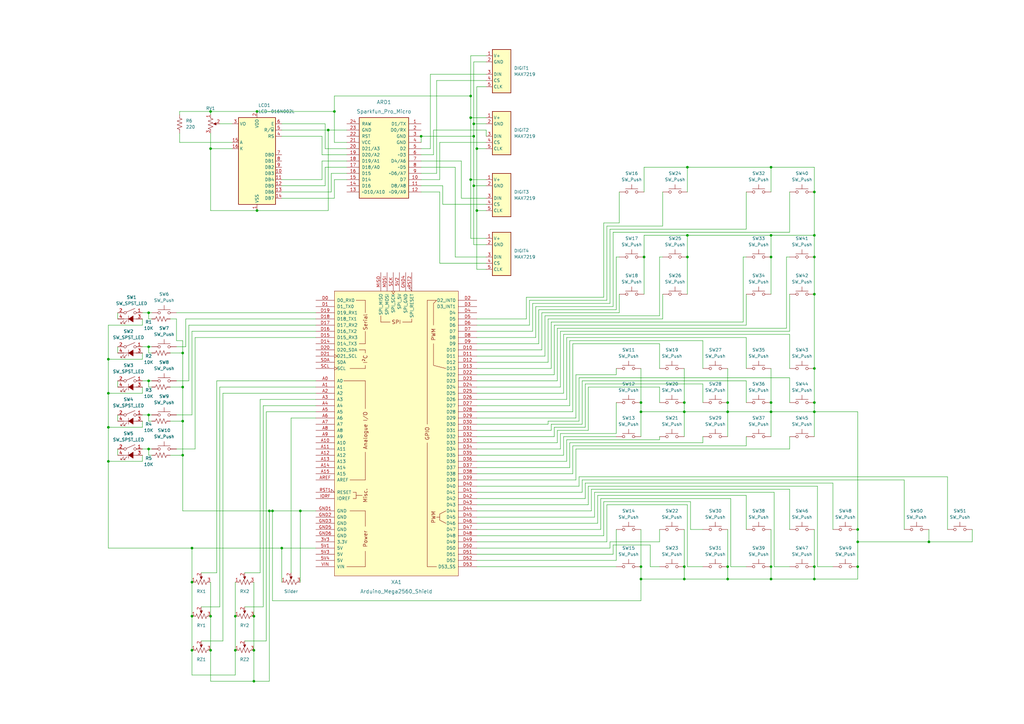
<source format=kicad_sch>
(kicad_sch (version 20211123) (generator eeschema)

  (uuid 7fb2f6c2-dd08-44ae-a359-ad6cdb416cdf)

  (paper "A3")

  (lib_symbols
    (symbol "Arduino_2:Sparkfun_Pro_Micro" (pin_names (offset 1.016)) (in_bom yes) (on_board yes)
      (property "Reference" "U" (id 0) (at -8.89 21.59 0)
        (effects (font (size 1.524 1.524)))
      )
      (property "Value" "Sparkfun_Pro_Micro" (id 1) (at 0 19.05 0)
        (effects (font (size 1.524 1.524)))
      )
      (property "Footprint" "Arduino:Sparkfun_Pro_Micro" (id 2) (at 0 -16.51 0)
        (effects (font (size 1.524 1.524)) hide)
      )
      (property "Datasheet" "https://www.sparkfun.com/products/12640" (id 3) (at 2.54 -26.67 0)
        (effects (font (size 1.524 1.524)) hide)
      )
      (property "ki_keywords" "Arduino Sparkfun pro micro microcontroller module USB" (id 4) (at 0 0 0)
        (effects (font (size 1.27 1.27)) hide)
      )
      (property "ki_description" "Sparkfun Pro Micro" (id 5) (at 0 0 0)
        (effects (font (size 1.27 1.27)) hide)
      )
      (symbol "Sparkfun_Pro_Micro_0_1"
        (rectangle (start -10.16 17.78) (end 10.16 -15.24)
          (stroke (width 0.254) (type default) (color 0 0 0 0))
          (fill (type background))
        )
      )
      (symbol "Sparkfun_Pro_Micro_1_1"
        (pin bidirectional line (at -15.24 15.24 0) (length 5.08)
          (name "D1/TX" (effects (font (size 1.27 1.27))))
          (number "1" (effects (font (size 1.27 1.27))))
        )
        (pin bidirectional line (at -15.24 -7.62 0) (length 5.08)
          (name "D7" (effects (font (size 1.27 1.27))))
          (number "10" (effects (font (size 1.27 1.27))))
        )
        (pin bidirectional line (at -15.24 -10.16 0) (length 5.08)
          (name "D8/A8" (effects (font (size 1.27 1.27))))
          (number "11" (effects (font (size 1.27 1.27))))
        )
        (pin bidirectional line (at -15.24 -12.7 0) (length 5.08)
          (name "~D9/A9" (effects (font (size 1.27 1.27))))
          (number "12" (effects (font (size 1.27 1.27))))
        )
        (pin bidirectional line (at 15.24 -12.7 180) (length 5.08)
          (name "~D10/A10" (effects (font (size 1.27 1.27))))
          (number "13" (effects (font (size 1.27 1.27))))
        )
        (pin bidirectional line (at 15.24 -10.16 180) (length 5.08)
          (name "D16" (effects (font (size 1.27 1.27))))
          (number "14" (effects (font (size 1.27 1.27))))
        )
        (pin bidirectional line (at 15.24 -7.62 180) (length 5.08)
          (name "D14" (effects (font (size 1.27 1.27))))
          (number "15" (effects (font (size 1.27 1.27))))
        )
        (pin bidirectional line (at 15.24 -5.08 180) (length 5.08)
          (name "D15" (effects (font (size 1.27 1.27))))
          (number "16" (effects (font (size 1.27 1.27))))
        )
        (pin bidirectional line (at 15.24 -2.54 180) (length 5.08)
          (name "D18/A0" (effects (font (size 1.27 1.27))))
          (number "17" (effects (font (size 1.27 1.27))))
        )
        (pin bidirectional line (at 15.24 0 180) (length 5.08)
          (name "D19/A1" (effects (font (size 1.27 1.27))))
          (number "18" (effects (font (size 1.27 1.27))))
        )
        (pin bidirectional line (at 15.24 2.54 180) (length 5.08)
          (name "D20/A2" (effects (font (size 1.27 1.27))))
          (number "19" (effects (font (size 1.27 1.27))))
        )
        (pin bidirectional line (at -15.24 12.7 0) (length 5.08)
          (name "D0/RX" (effects (font (size 1.27 1.27))))
          (number "2" (effects (font (size 1.27 1.27))))
        )
        (pin bidirectional line (at 15.24 5.08 180) (length 5.08)
          (name "D21/A3" (effects (font (size 1.27 1.27))))
          (number "20" (effects (font (size 1.27 1.27))))
        )
        (pin power_in line (at 15.24 7.62 180) (length 5.08)
          (name "VCC" (effects (font (size 1.27 1.27))))
          (number "21" (effects (font (size 1.27 1.27))))
        )
        (pin input line (at 15.24 10.16 180) (length 5.08)
          (name "RST" (effects (font (size 1.27 1.27))))
          (number "22" (effects (font (size 1.27 1.27))))
        )
        (pin power_in line (at 15.24 12.7 180) (length 5.08)
          (name "GND" (effects (font (size 1.27 1.27))))
          (number "23" (effects (font (size 1.27 1.27))))
        )
        (pin power_in line (at 15.24 15.24 180) (length 5.08)
          (name "RAW" (effects (font (size 1.27 1.27))))
          (number "24" (effects (font (size 1.27 1.27))))
        )
        (pin power_in line (at -15.24 10.16 0) (length 5.08)
          (name "GND" (effects (font (size 1.27 1.27))))
          (number "3" (effects (font (size 1.27 1.27))))
        )
        (pin power_in line (at -15.24 7.62 0) (length 5.08)
          (name "GND" (effects (font (size 1.27 1.27))))
          (number "4" (effects (font (size 1.27 1.27))))
        )
        (pin bidirectional line (at -15.24 5.08 0) (length 5.08)
          (name "D2" (effects (font (size 1.27 1.27))))
          (number "5" (effects (font (size 1.27 1.27))))
        )
        (pin bidirectional line (at -15.24 2.54 0) (length 5.08)
          (name "~D3" (effects (font (size 1.27 1.27))))
          (number "6" (effects (font (size 1.27 1.27))))
        )
        (pin bidirectional line (at -15.24 0 0) (length 5.08)
          (name "D4/A6" (effects (font (size 1.27 1.27))))
          (number "7" (effects (font (size 1.27 1.27))))
        )
        (pin bidirectional line (at -15.24 -2.54 0) (length 5.08)
          (name "~D5" (effects (font (size 1.27 1.27))))
          (number "8" (effects (font (size 1.27 1.27))))
        )
        (pin bidirectional line (at -15.24 -5.08 0) (length 5.08)
          (name "~D6/A7" (effects (font (size 1.27 1.27))))
          (number "9" (effects (font (size 1.27 1.27))))
        )
      )
    )
    (symbol "Device:R_Potentiometer_US" (pin_names (offset 1.016) hide) (in_bom yes) (on_board yes)
      (property "Reference" "RV" (id 0) (at -4.445 0 90)
        (effects (font (size 1.27 1.27)))
      )
      (property "Value" "R_Potentiometer_US" (id 1) (at -2.54 0 90)
        (effects (font (size 1.27 1.27)))
      )
      (property "Footprint" "" (id 2) (at 0 0 0)
        (effects (font (size 1.27 1.27)) hide)
      )
      (property "Datasheet" "~" (id 3) (at 0 0 0)
        (effects (font (size 1.27 1.27)) hide)
      )
      (property "ki_keywords" "resistor variable" (id 4) (at 0 0 0)
        (effects (font (size 1.27 1.27)) hide)
      )
      (property "ki_description" "Potentiometer, US symbol" (id 5) (at 0 0 0)
        (effects (font (size 1.27 1.27)) hide)
      )
      (property "ki_fp_filters" "Potentiometer*" (id 6) (at 0 0 0)
        (effects (font (size 1.27 1.27)) hide)
      )
      (symbol "R_Potentiometer_US_0_1"
        (polyline
          (pts
            (xy 0 -2.286)
            (xy 0 -2.54)
          )
          (stroke (width 0) (type default) (color 0 0 0 0))
          (fill (type none))
        )
        (polyline
          (pts
            (xy 0 2.54)
            (xy 0 2.286)
          )
          (stroke (width 0) (type default) (color 0 0 0 0))
          (fill (type none))
        )
        (polyline
          (pts
            (xy 2.54 0)
            (xy 1.524 0)
          )
          (stroke (width 0) (type default) (color 0 0 0 0))
          (fill (type none))
        )
        (polyline
          (pts
            (xy 1.143 0)
            (xy 2.286 0.508)
            (xy 2.286 -0.508)
            (xy 1.143 0)
          )
          (stroke (width 0) (type default) (color 0 0 0 0))
          (fill (type outline))
        )
        (polyline
          (pts
            (xy 0 -0.762)
            (xy 1.016 -1.143)
            (xy 0 -1.524)
            (xy -1.016 -1.905)
            (xy 0 -2.286)
          )
          (stroke (width 0) (type default) (color 0 0 0 0))
          (fill (type none))
        )
        (polyline
          (pts
            (xy 0 0.762)
            (xy 1.016 0.381)
            (xy 0 0)
            (xy -1.016 -0.381)
            (xy 0 -0.762)
          )
          (stroke (width 0) (type default) (color 0 0 0 0))
          (fill (type none))
        )
        (polyline
          (pts
            (xy 0 2.286)
            (xy 1.016 1.905)
            (xy 0 1.524)
            (xy -1.016 1.143)
            (xy 0 0.762)
          )
          (stroke (width 0) (type default) (color 0 0 0 0))
          (fill (type none))
        )
      )
      (symbol "R_Potentiometer_US_1_1"
        (pin passive line (at 0 3.81 270) (length 1.27)
          (name "1" (effects (font (size 1.27 1.27))))
          (number "1" (effects (font (size 1.27 1.27))))
        )
        (pin passive line (at 3.81 0 180) (length 1.27)
          (name "2" (effects (font (size 1.27 1.27))))
          (number "2" (effects (font (size 1.27 1.27))))
        )
        (pin passive line (at 0 -3.81 90) (length 1.27)
          (name "3" (effects (font (size 1.27 1.27))))
          (number "3" (effects (font (size 1.27 1.27))))
        )
      )
    )
    (symbol "Device:R_US" (pin_numbers hide) (pin_names (offset 0)) (in_bom yes) (on_board yes)
      (property "Reference" "R" (id 0) (at 2.54 0 90)
        (effects (font (size 1.27 1.27)))
      )
      (property "Value" "R_US" (id 1) (at -2.54 0 90)
        (effects (font (size 1.27 1.27)))
      )
      (property "Footprint" "" (id 2) (at 1.016 -0.254 90)
        (effects (font (size 1.27 1.27)) hide)
      )
      (property "Datasheet" "~" (id 3) (at 0 0 0)
        (effects (font (size 1.27 1.27)) hide)
      )
      (property "ki_keywords" "R res resistor" (id 4) (at 0 0 0)
        (effects (font (size 1.27 1.27)) hide)
      )
      (property "ki_description" "Resistor, US symbol" (id 5) (at 0 0 0)
        (effects (font (size 1.27 1.27)) hide)
      )
      (property "ki_fp_filters" "R_*" (id 6) (at 0 0 0)
        (effects (font (size 1.27 1.27)) hide)
      )
      (symbol "R_US_0_1"
        (polyline
          (pts
            (xy 0 -2.286)
            (xy 0 -2.54)
          )
          (stroke (width 0) (type default) (color 0 0 0 0))
          (fill (type none))
        )
        (polyline
          (pts
            (xy 0 2.286)
            (xy 0 2.54)
          )
          (stroke (width 0) (type default) (color 0 0 0 0))
          (fill (type none))
        )
        (polyline
          (pts
            (xy 0 -0.762)
            (xy 1.016 -1.143)
            (xy 0 -1.524)
            (xy -1.016 -1.905)
            (xy 0 -2.286)
          )
          (stroke (width 0) (type default) (color 0 0 0 0))
          (fill (type none))
        )
        (polyline
          (pts
            (xy 0 0.762)
            (xy 1.016 0.381)
            (xy 0 0)
            (xy -1.016 -0.381)
            (xy 0 -0.762)
          )
          (stroke (width 0) (type default) (color 0 0 0 0))
          (fill (type none))
        )
        (polyline
          (pts
            (xy 0 2.286)
            (xy 1.016 1.905)
            (xy 0 1.524)
            (xy -1.016 1.143)
            (xy 0 0.762)
          )
          (stroke (width 0) (type default) (color 0 0 0 0))
          (fill (type none))
        )
      )
      (symbol "R_US_1_1"
        (pin passive line (at 0 3.81 270) (length 1.27)
          (name "~" (effects (font (size 1.27 1.27))))
          (number "1" (effects (font (size 1.27 1.27))))
        )
        (pin passive line (at 0 -3.81 90) (length 1.27)
          (name "~" (effects (font (size 1.27 1.27))))
          (number "2" (effects (font (size 1.27 1.27))))
        )
      )
    )
    (symbol "Display_Character:LCD-016N002L" (in_bom yes) (on_board yes)
      (property "Reference" "LCD1" (id 0) (at 2.0194 22.86 0)
        (effects (font (size 1.27 1.27)) (justify left))
      )
      (property "Value" "LCD-016N002L" (id 1) (at 2.0194 20.32 0)
        (effects (font (size 1.27 1.27)) (justify left))
      )
      (property "Footprint" "Display:LCD-016N002L" (id 2) (at 0.508 -23.368 0)
        (effects (font (size 1.27 1.27)) hide)
      )
      (property "Datasheet" "http://www.vishay.com/docs/37299/37299.pdf" (id 3) (at 1.27 26.67 0)
        (effects (font (size 1.27 1.27)) hide)
      )
      (property "ki_keywords" "display LCD dot-matrix" (id 4) (at 0 0 0)
        (effects (font (size 1.27 1.27)) hide)
      )
      (property "ki_description" "LCD 12x2, 8 bit parallel bus, 3V or 5V VDD" (id 5) (at 0 0 0)
        (effects (font (size 1.27 1.27)) hide)
      )
      (property "ki_fp_filters" "*LCD*016N002L*" (id 6) (at 0 0 0)
        (effects (font (size 1.27 1.27)) hide)
      )
      (symbol "LCD-016N002L_1_1"
        (rectangle (start -7.62 17.78) (end 7.62 -17.78)
          (stroke (width 0.254) (type default) (color 0 0 0 0))
          (fill (type background))
        )
        (pin power_in line (at 0 -20.32 90) (length 2.54)
          (name "VSS" (effects (font (size 1.27 1.27))))
          (number "1" (effects (font (size 1.27 1.27))))
        )
        (pin bidirectional line (at -10.16 -5.08 0) (length 2.54)
          (name "DB3" (effects (font (size 1.27 1.27))))
          (number "10" (effects (font (size 1.27 1.27))))
        )
        (pin bidirectional line (at -10.16 -7.62 0) (length 2.54)
          (name "DB4" (effects (font (size 1.27 1.27))))
          (number "11" (effects (font (size 1.27 1.27))))
        )
        (pin bidirectional line (at -10.16 -10.16 0) (length 2.54)
          (name "DB5" (effects (font (size 1.27 1.27))))
          (number "12" (effects (font (size 1.27 1.27))))
        )
        (pin bidirectional line (at -10.16 -12.7 0) (length 2.54)
          (name "DB6" (effects (font (size 1.27 1.27))))
          (number "13" (effects (font (size 1.27 1.27))))
        )
        (pin bidirectional line (at -10.16 -15.24 0) (length 2.54)
          (name "DB7" (effects (font (size 1.27 1.27))))
          (number "14" (effects (font (size 1.27 1.27))))
        )
        (pin power_in line (at 10.16 7.62 180) (length 2.54)
          (name "A" (effects (font (size 1.27 1.27))))
          (number "15" (effects (font (size 1.27 1.27))))
        )
        (pin power_in line (at 10.16 5.08 180) (length 2.54)
          (name "K" (effects (font (size 1.27 1.27))))
          (number "16" (effects (font (size 1.27 1.27))))
        )
        (pin power_in line (at 0 20.32 270) (length 2.54)
          (name "VDD" (effects (font (size 1.27 1.27))))
          (number "2" (effects (font (size 1.27 1.27))))
        )
        (pin input line (at 10.16 15.24 180) (length 2.54)
          (name "VO" (effects (font (size 1.27 1.27))))
          (number "3" (effects (font (size 1.27 1.27))))
        )
        (pin input line (at -10.16 10.16 0) (length 2.54)
          (name "RS" (effects (font (size 1.27 1.27))))
          (number "4" (effects (font (size 1.27 1.27))))
        )
        (pin input line (at -10.16 12.7 0) (length 2.54)
          (name "R/~{W}" (effects (font (size 1.27 1.27))))
          (number "5" (effects (font (size 1.27 1.27))))
        )
        (pin input line (at -10.16 15.24 0) (length 2.54)
          (name "E" (effects (font (size 1.27 1.27))))
          (number "6" (effects (font (size 1.27 1.27))))
        )
        (pin bidirectional line (at -10.16 2.54 0) (length 2.54)
          (name "DB0" (effects (font (size 1.27 1.27))))
          (number "7" (effects (font (size 1.27 1.27))))
        )
        (pin bidirectional line (at -10.16 0 0) (length 2.54)
          (name "DB1" (effects (font (size 1.27 1.27))))
          (number "8" (effects (font (size 1.27 1.27))))
        )
        (pin bidirectional line (at -10.16 -2.54 0) (length 2.54)
          (name "DB2" (effects (font (size 1.27 1.27))))
          (number "9" (effects (font (size 1.27 1.27))))
        )
      )
    )
    (symbol "MAX7219_1" (in_bom yes) (on_board yes)
      (property "Reference" "DIGIT1" (id 0) (at 1.27 2.4766 0)
        (effects (font (size 1.27 1.27)) (justify left))
      )
      (property "Value" "MAX7219" (id 1) (at 1.27 -0.0634 0)
        (effects (font (size 1.27 1.27)) (justify left))
      )
      (property "Footprint" "" (id 2) (at -1.27 17.78 0)
        (effects (font (size 1.27 1.27)) hide)
      )
      (property "Datasheet" "https://datasheets.maximintegrated.com/en/ds/MAX7219-MAX7221.pdf" (id 3) (at 1.27 12.7 0)
        (effects (font (size 1.27 1.27)) hide)
      )
      (property "ki_keywords" "LED 8-Digit Display Driver" (id 4) (at 0 0 0)
        (effects (font (size 1.27 1.27)) hide)
      )
      (property "ki_description" "8-Digit LED Display Driver" (id 5) (at 0 0 0)
        (effects (font (size 1.27 1.27)) hide)
      )
      (property "ki_fp_filters" "SOIC*7.5x15.4mm*P1.27mm* DIP*7.62mm*" (id 6) (at 0 0 0)
        (effects (font (size 1.27 1.27)) hide)
      )
      (symbol "MAX7219_1_0_1"
        (rectangle (start -7.62 5.08) (end 0 -12.7)
          (stroke (width 0.254) (type default) (color 0 0 0 0))
          (fill (type background))
        )
      )
      (symbol "MAX7219_1_1_1"
        (pin power_in line (at -10.16 2.54 0) (length 2.54)
          (name "V+" (effects (font (size 1.27 1.27))))
          (number "1" (effects (font (size 1.27 1.27))))
        )
        (pin power_in line (at -10.16 0 0) (length 2.54)
          (name "GND" (effects (font (size 1.27 1.27))))
          (number "2" (effects (font (size 1.27 1.27))))
        )
        (pin input line (at -10.16 -5.08 0) (length 2.54)
          (name "DIN" (effects (font (size 1.27 1.27))))
          (number "3" (effects (font (size 1.27 1.27))))
        )
        (pin input line (at -10.16 -7.62 0) (length 2.54)
          (name "CS" (effects (font (size 1.27 1.27))))
          (number "4" (effects (font (size 1.27 1.27))))
        )
        (pin input line (at -10.16 -10.16 0) (length 2.54)
          (name "CLK" (effects (font (size 1.27 1.27))))
          (number "5" (effects (font (size 1.27 1.27))))
        )
      )
    )
    (symbol "SW_SPST_LED_2" (pin_names (offset 1.016) hide) (in_bom yes) (on_board yes)
      (property "Reference" "SW1" (id 0) (at -0.635 8.89 0)
        (effects (font (size 1.27 1.27)))
      )
      (property "Value" "SW_SPST_LED" (id 1) (at -0.635 6.35 0)
        (effects (font (size 1.27 1.27)))
      )
      (property "Footprint" "" (id 2) (at 0 7.62 0)
        (effects (font (size 1.27 1.27)) hide)
      )
      (property "Datasheet" "~" (id 3) (at 0 7.62 0)
        (effects (font (size 1.27 1.27)) hide)
      )
      (property "ki_keywords" "switch SPST LED OFF-ON" (id 4) (at 0 0 0)
        (effects (font (size 1.27 1.27)) hide)
      )
      (property "ki_description" "Single Pole Single Throw (SPST) switch with LED, generic" (id 5) (at 0 0 0)
        (effects (font (size 1.27 1.27)) hide)
      )
      (symbol "SW_SPST_LED_2_0_0"
        (polyline
          (pts
            (xy 0.635 1.27)
            (xy 0.635 -1.27)
          )
          (stroke (width 0) (type default) (color 0 0 0 0))
          (fill (type none))
        )
        (polyline
          (pts
            (xy 2.54 -1.905)
            (xy 1.27 -0.635)
          )
          (stroke (width 0) (type default) (color 0 0 0 0))
          (fill (type none))
        )
        (polyline
          (pts
            (xy 2.54 0)
            (xy -2.54 0)
          )
          (stroke (width 0) (type default) (color 0 0 0 0))
          (fill (type none))
        )
        (polyline
          (pts
            (xy 3.81 -1.905)
            (xy 2.54 -0.635)
          )
          (stroke (width 0) (type default) (color 0 0 0 0))
          (fill (type none))
        )
        (polyline
          (pts
            (xy 2.54 -1.27)
            (xy 2.54 -1.905)
            (xy 1.905 -1.905)
          )
          (stroke (width 0) (type default) (color 0 0 0 0))
          (fill (type none))
        )
        (polyline
          (pts
            (xy 3.81 -1.27)
            (xy 3.81 -1.905)
            (xy 3.175 -1.905)
          )
          (stroke (width 0) (type default) (color 0 0 0 0))
          (fill (type none))
        )
        (polyline
          (pts
            (xy 0.635 0)
            (xy -1.27 -1.27)
            (xy -1.27 1.27)
            (xy 0.635 0)
          )
          (stroke (width 0) (type default) (color 0 0 0 0))
          (fill (type outline))
        )
      )
      (symbol "SW_SPST_LED_2_0_1"
        (circle (center -2.032 2.54) (radius 0.508)
          (stroke (width 0) (type default) (color 0 0 0 0))
          (fill (type none))
        )
        (polyline
          (pts
            (xy 1.524 2.794)
            (xy -2.032 4.318)
          )
          (stroke (width 0) (type default) (color 0 0 0 0))
          (fill (type none))
        )
        (circle (center 2.032 2.54) (radius 0.508)
          (stroke (width 0) (type default) (color 0 0 0 0))
          (fill (type none))
        )
        (pin passive line (at -5.08 2.54 0) (length 2.54)
          (name "1" (effects (font (size 1.27 1.27))))
          (number "1" (effects (font (size 1.27 1.27))))
        )
        (pin passive line (at 5.08 2.54 180) (length 2.54)
          (name "2" (effects (font (size 1.27 1.27))))
          (number "2" (effects (font (size 1.27 1.27))))
        )
        (pin passive line (at -5.08 0 0) (length 2.54)
          (name "K" (effects (font (size 1.27 1.27))))
          (number "3" (effects (font (size 1.27 1.27))))
        )
        (pin passive line (at 5.08 0 180) (length 2.54)
          (name "A" (effects (font (size 1.27 1.27))))
          (number "4" (effects (font (size 1.27 1.27))))
        )
      )
    )
    (symbol "Switch:SW_Push" (pin_numbers hide) (pin_names (offset 1.016) hide) (in_bom yes) (on_board yes)
      (property "Reference" "SW" (id 0) (at 1.27 2.54 0)
        (effects (font (size 1.27 1.27)) (justify left))
      )
      (property "Value" "SW_Push" (id 1) (at 0 -1.524 0)
        (effects (font (size 1.27 1.27)))
      )
      (property "Footprint" "" (id 2) (at 0 5.08 0)
        (effects (font (size 1.27 1.27)) hide)
      )
      (property "Datasheet" "~" (id 3) (at 0 5.08 0)
        (effects (font (size 1.27 1.27)) hide)
      )
      (property "ki_keywords" "switch normally-open pushbutton push-button" (id 4) (at 0 0 0)
        (effects (font (size 1.27 1.27)) hide)
      )
      (property "ki_description" "Push button switch, generic, two pins" (id 5) (at 0 0 0)
        (effects (font (size 1.27 1.27)) hide)
      )
      (symbol "SW_Push_0_1"
        (circle (center -2.032 0) (radius 0.508)
          (stroke (width 0) (type default) (color 0 0 0 0))
          (fill (type none))
        )
        (polyline
          (pts
            (xy 0 1.27)
            (xy 0 3.048)
          )
          (stroke (width 0) (type default) (color 0 0 0 0))
          (fill (type none))
        )
        (polyline
          (pts
            (xy 2.54 1.27)
            (xy -2.54 1.27)
          )
          (stroke (width 0) (type default) (color 0 0 0 0))
          (fill (type none))
        )
        (circle (center 2.032 0) (radius 0.508)
          (stroke (width 0) (type default) (color 0 0 0 0))
          (fill (type none))
        )
        (pin passive line (at -5.08 0 0) (length 2.54)
          (name "1" (effects (font (size 1.27 1.27))))
          (number "1" (effects (font (size 1.27 1.27))))
        )
        (pin passive line (at 5.08 0 180) (length 2.54)
          (name "2" (effects (font (size 1.27 1.27))))
          (number "2" (effects (font (size 1.27 1.27))))
        )
      )
    )
    (symbol "arduino:Arduino_Mega2560_Shield" (pin_names (offset 1.016)) (in_bom yes) (on_board yes)
      (property "Reference" "XA" (id 0) (at 2.54 0 90)
        (effects (font (size 1.524 1.524)))
      )
      (property "Value" "Arduino_Mega2560_Shield" (id 1) (at -2.54 0 90)
        (effects (font (size 1.524 1.524)))
      )
      (property "Footprint" "Arduino_Library:Arduino_Mega2560_Shield" (id 2) (at 17.78 69.85 0)
        (effects (font (size 1.524 1.524)) hide)
      )
      (property "Datasheet" "https://docs.arduino.cc/hardware/mega-2560" (id 3) (at 17.78 69.85 0)
        (effects (font (size 1.524 1.524)) hide)
      )
      (property "ki_keywords" "Arduino MPU Shield" (id 4) (at 0 0 0)
        (effects (font (size 1.27 1.27)) hide)
      )
      (property "ki_description" "Shield for Arduino Mega 2560" (id 5) (at 0 0 0)
        (effects (font (size 1.27 1.27)) hide)
      )
      (property "ki_fp_filters" "Arduino_Mega2560_Shield" (id 6) (at 0 0 0)
        (effects (font (size 1.27 1.27)) hide)
      )
      (symbol "Arduino_Mega2560_Shield_0_0"
        (rectangle (start -25.4 -58.42) (end 25.4 58.42)
          (stroke (width 0) (type default) (color 0 0 0 0))
          (fill (type background))
        )
        (rectangle (start -20.32 -54.61) (end -12.7 -54.61)
          (stroke (width 0) (type default) (color 0 0 0 0))
          (fill (type none))
        )
        (rectangle (start -19.05 -31.75) (end -12.7 -31.75)
          (stroke (width 0) (type default) (color 0 0 0 0))
          (fill (type none))
        )
        (rectangle (start -19.05 -19.05) (end -12.7 -19.05)
          (stroke (width 0) (type default) (color 0 0 0 0))
          (fill (type none))
        )
        (rectangle (start -19.05 26.67) (end -12.7 26.67)
          (stroke (width 0) (type default) (color 0 0 0 0))
          (fill (type none))
        )
        (rectangle (start -17.78 -26.67) (end -16.51 -26.67)
          (stroke (width 0) (type default) (color 0 0 0 0))
          (fill (type none))
        )
        (rectangle (start -17.78 -24.13) (end -16.51 -24.13)
          (stroke (width 0) (type default) (color 0 0 0 0))
          (fill (type none))
        )
        (rectangle (start -16.51 -25.4) (end -13.97 -25.4)
          (stroke (width 0) (type default) (color 0 0 0 0))
          (fill (type none))
        )
        (rectangle (start -16.51 -24.13) (end -16.51 -26.67)
          (stroke (width 0) (type default) (color 0 0 0 0))
          (fill (type none))
        )
        (rectangle (start -16.51 54.61) (end -12.7 54.61)
          (stroke (width 0) (type default) (color 0 0 0 0))
          (fill (type none))
        )
        (rectangle (start -15.24 34.29) (end -12.7 34.29)
          (stroke (width 0) (type default) (color 0 0 0 0))
          (fill (type none))
        )
        (rectangle (start -15.24 36.83) (end -12.7 36.83)
          (stroke (width 0) (type default) (color 0 0 0 0))
          (fill (type none))
        )
        (rectangle (start -12.7 -54.61) (end -12.7 -48.26)
          (stroke (width 0) (type default) (color 0 0 0 0))
          (fill (type none))
        )
        (rectangle (start -12.7 -31.75) (end -12.7 -38.1)
          (stroke (width 0) (type default) (color 0 0 0 0))
          (fill (type none))
        )
        (rectangle (start -12.7 26.67) (end -12.7 27.94)
          (stroke (width 0) (type default) (color 0 0 0 0))
          (fill (type none))
        )
        (rectangle (start -12.7 34.29) (end -12.7 33.02)
          (stroke (width 0) (type default) (color 0 0 0 0))
          (fill (type none))
        )
        (rectangle (start -12.7 41.91) (end -12.7 36.83)
          (stroke (width 0) (type default) (color 0 0 0 0))
          (fill (type none))
        )
        (rectangle (start -12.7 49.53) (end -12.7 54.61)
          (stroke (width 0) (type default) (color 0 0 0 0))
          (fill (type none))
        )
        (rectangle (start -6.35 48.26) (end -6.35 45.72)
          (stroke (width 0) (type default) (color 0 0 0 0))
          (fill (type none))
        )
        (rectangle (start -2.54 45.72) (end -6.35 45.72)
          (stroke (width 0) (type default) (color 0 0 0 0))
          (fill (type none))
        )
        (polyline
          (pts
            (xy -21.59 21.59)
            (xy -12.7 21.59)
          )
          (stroke (width 0) (type default) (color 0 0 0 0))
          (fill (type none))
        )
        (polyline
          (pts
            (xy -12.7 -19.05)
            (xy -12.7 -7.62)
          )
          (stroke (width 0) (type default) (color 0 0 0 0))
          (fill (type none))
        )
        (polyline
          (pts
            (xy -12.7 10.16)
            (xy -12.7 21.59)
          )
          (stroke (width 0) (type default) (color 0 0 0 0))
          (fill (type none))
        )
        (polyline
          (pts
            (xy 12.7 -54.61)
            (xy 16.51 -54.61)
          )
          (stroke (width 0) (type default) (color 0 0 0 0))
          (fill (type none))
        )
        (polyline
          (pts
            (xy 12.7 54.61)
            (xy 16.51 54.61)
          )
          (stroke (width 0) (type default) (color 0 0 0 0))
          (fill (type none))
        )
        (polyline
          (pts
            (xy 17.78 -34.29)
            (xy 16.51 -34.29)
          )
          (stroke (width 0) (type default) (color 0 0 0 0))
          (fill (type none))
        )
        (polyline
          (pts
            (xy 15.24 36.83)
            (xy 15.24 27.94)
            (xy 20.32 26.67)
          )
          (stroke (width 0) (type default) (color 0 0 0 0))
          (fill (type none))
        )
        (polyline
          (pts
            (xy 15.24 44.45)
            (xy 15.24 53.34)
            (xy 16.51 54.61)
          )
          (stroke (width 0) (type default) (color 0 0 0 0))
          (fill (type none))
        )
        (polyline
          (pts
            (xy 20.32 -31.75)
            (xy 17.78 -33.02)
            (xy 17.78 -35.56)
            (xy 20.32 -36.83)
          )
          (stroke (width 0) (type default) (color 0 0 0 0))
          (fill (type none))
        )
        (rectangle (start 6.35 45.72) (end 2.54 45.72)
          (stroke (width 0) (type default) (color 0 0 0 0))
          (fill (type none))
        )
        (rectangle (start 6.35 46.99) (end 6.35 45.72)
          (stroke (width 0) (type default) (color 0 0 0 0))
          (fill (type none))
        )
        (text "Analogue I/O" (at -12.7 1.27 900)
          (effects (font (size 1.524 1.524)))
        )
        (text "I²C" (at -12.7 30.48 900)
          (effects (font (size 1.524 1.524)))
        )
        (text "Misc." (at -12.7 -25.4 900)
          (effects (font (size 1.524 1.524)))
        )
        (text "Power" (at -12.7 -43.18 900)
          (effects (font (size 1.524 1.524)))
        )
        (text "PWM" (at 15.24 -34.29 900)
          (effects (font (size 1.524 1.524)))
        )
        (text "PWM" (at 15.24 40.64 900)
          (effects (font (size 1.524 1.524)))
        )
        (text "Serial" (at -12.7 45.72 900)
          (effects (font (size 1.524 1.524)))
        )
        (text "SPI" (at 0 45.72 0)
          (effects (font (size 1.524 1.524)))
        )
      )
      (symbol "Arduino_Mega2560_Shield_1_0"
        (rectangle (start 12.7 -54.61) (end 12.7 -3.81)
          (stroke (width 0) (type default) (color 0 0 0 0))
          (fill (type none))
        )
        (rectangle (start 12.7 54.61) (end 12.7 3.81)
          (stroke (width 0) (type default) (color 0 0 0 0))
          (fill (type none))
        )
        (text "GPIO" (at 12.7 0 900)
          (effects (font (size 1.524 1.524)))
        )
      )
      (symbol "Arduino_Mega2560_Shield_1_1"
        (pin power_out line (at -33.02 -44.45 0) (length 7.62)
          (name "3.3V" (effects (font (size 1.27 1.27))))
          (number "3V3" (effects (font (size 1.27 1.27))))
        )
        (pin power_in line (at -33.02 -46.99 0) (length 7.62)
          (name "5V" (effects (font (size 1.27 1.27))))
          (number "5V1" (effects (font (size 1.27 1.27))))
        )
        (pin power_in line (at 1.27 66.04 270) (length 7.62)
          (name "SPI_5V" (effects (font (size 1.27 1.27))))
          (number "5V2" (effects (font (size 1.27 1.27))))
        )
        (pin power_in line (at -33.02 -49.53 0) (length 7.62)
          (name "5V" (effects (font (size 1.27 1.27))))
          (number "5V3" (effects (font (size 1.27 1.27))))
        )
        (pin power_in line (at -33.02 -52.07 0) (length 7.62)
          (name "5V" (effects (font (size 1.27 1.27))))
          (number "5V4" (effects (font (size 1.27 1.27))))
        )
        (pin bidirectional line (at -33.02 21.59 0) (length 7.62)
          (name "A0" (effects (font (size 1.27 1.27))))
          (number "A0" (effects (font (size 1.27 1.27))))
        )
        (pin bidirectional line (at -33.02 19.05 0) (length 7.62)
          (name "A1" (effects (font (size 1.27 1.27))))
          (number "A1" (effects (font (size 1.27 1.27))))
        )
        (pin bidirectional line (at -33.02 -3.81 0) (length 7.62)
          (name "A10" (effects (font (size 1.27 1.27))))
          (number "A10" (effects (font (size 1.27 1.27))))
        )
        (pin bidirectional line (at -33.02 -6.35 0) (length 7.62)
          (name "A11" (effects (font (size 1.27 1.27))))
          (number "A11" (effects (font (size 1.27 1.27))))
        )
        (pin bidirectional line (at -33.02 -8.89 0) (length 7.62)
          (name "A12" (effects (font (size 1.27 1.27))))
          (number "A12" (effects (font (size 1.27 1.27))))
        )
        (pin bidirectional line (at -33.02 -11.43 0) (length 7.62)
          (name "A13" (effects (font (size 1.27 1.27))))
          (number "A13" (effects (font (size 1.27 1.27))))
        )
        (pin bidirectional line (at -33.02 -13.97 0) (length 7.62)
          (name "A14" (effects (font (size 1.27 1.27))))
          (number "A14" (effects (font (size 1.27 1.27))))
        )
        (pin bidirectional line (at -33.02 -16.51 0) (length 7.62)
          (name "A15" (effects (font (size 1.27 1.27))))
          (number "A15" (effects (font (size 1.27 1.27))))
        )
        (pin bidirectional line (at -33.02 16.51 0) (length 7.62)
          (name "A2" (effects (font (size 1.27 1.27))))
          (number "A2" (effects (font (size 1.27 1.27))))
        )
        (pin bidirectional line (at -33.02 13.97 0) (length 7.62)
          (name "A3" (effects (font (size 1.27 1.27))))
          (number "A3" (effects (font (size 1.27 1.27))))
        )
        (pin bidirectional line (at -33.02 11.43 0) (length 7.62)
          (name "A4" (effects (font (size 1.27 1.27))))
          (number "A4" (effects (font (size 1.27 1.27))))
        )
        (pin bidirectional line (at -33.02 8.89 0) (length 7.62)
          (name "A5" (effects (font (size 1.27 1.27))))
          (number "A5" (effects (font (size 1.27 1.27))))
        )
        (pin bidirectional line (at -33.02 6.35 0) (length 7.62)
          (name "A6" (effects (font (size 1.27 1.27))))
          (number "A6" (effects (font (size 1.27 1.27))))
        )
        (pin bidirectional line (at -33.02 3.81 0) (length 7.62)
          (name "A7" (effects (font (size 1.27 1.27))))
          (number "A7" (effects (font (size 1.27 1.27))))
        )
        (pin bidirectional line (at -33.02 1.27 0) (length 7.62)
          (name "A8" (effects (font (size 1.27 1.27))))
          (number "A8" (effects (font (size 1.27 1.27))))
        )
        (pin bidirectional line (at -33.02 -1.27 0) (length 7.62)
          (name "A9" (effects (font (size 1.27 1.27))))
          (number "A9" (effects (font (size 1.27 1.27))))
        )
        (pin input line (at -33.02 -19.05 0) (length 7.62)
          (name "AREF" (effects (font (size 1.27 1.27))))
          (number "AREF" (effects (font (size 1.27 1.27))))
        )
        (pin bidirectional line (at -33.02 54.61 0) (length 7.62)
          (name "D0_RX0" (effects (font (size 1.27 1.27))))
          (number "D0" (effects (font (size 1.27 1.27))))
        )
        (pin bidirectional line (at -33.02 52.07 0) (length 7.62)
          (name "D1_TX0" (effects (font (size 1.27 1.27))))
          (number "D1" (effects (font (size 1.27 1.27))))
        )
        (pin bidirectional line (at 33.02 34.29 180) (length 7.62)
          (name "D10" (effects (font (size 1.27 1.27))))
          (number "D10" (effects (font (size 1.27 1.27))))
        )
        (pin bidirectional line (at 33.02 31.75 180) (length 7.62)
          (name "D11" (effects (font (size 1.27 1.27))))
          (number "D11" (effects (font (size 1.27 1.27))))
        )
        (pin bidirectional line (at 33.02 29.21 180) (length 7.62)
          (name "D12" (effects (font (size 1.27 1.27))))
          (number "D12" (effects (font (size 1.27 1.27))))
        )
        (pin bidirectional line (at 33.02 26.67 180) (length 7.62)
          (name "D13" (effects (font (size 1.27 1.27))))
          (number "D13" (effects (font (size 1.27 1.27))))
        )
        (pin bidirectional line (at -33.02 36.83 0) (length 7.62)
          (name "D14_TX3" (effects (font (size 1.27 1.27))))
          (number "D14" (effects (font (size 1.27 1.27))))
        )
        (pin bidirectional line (at -33.02 39.37 0) (length 7.62)
          (name "D15_RX3" (effects (font (size 1.27 1.27))))
          (number "D15" (effects (font (size 1.27 1.27))))
        )
        (pin bidirectional line (at -33.02 41.91 0) (length 7.62)
          (name "D16_TX2" (effects (font (size 1.27 1.27))))
          (number "D16" (effects (font (size 1.27 1.27))))
        )
        (pin bidirectional line (at -33.02 44.45 0) (length 7.62)
          (name "D17_RX2" (effects (font (size 1.27 1.27))))
          (number "D17" (effects (font (size 1.27 1.27))))
        )
        (pin bidirectional line (at -33.02 46.99 0) (length 7.62)
          (name "D18_TX1" (effects (font (size 1.27 1.27))))
          (number "D18" (effects (font (size 1.27 1.27))))
        )
        (pin bidirectional line (at -33.02 49.53 0) (length 7.62)
          (name "D19_RX1" (effects (font (size 1.27 1.27))))
          (number "D19" (effects (font (size 1.27 1.27))))
        )
        (pin bidirectional line (at 33.02 54.61 180) (length 7.62)
          (name "D2_INT0" (effects (font (size 1.27 1.27))))
          (number "D2" (effects (font (size 1.27 1.27))))
        )
        (pin bidirectional line (at -33.02 34.29 0) (length 7.62)
          (name "D20_SDA" (effects (font (size 1.27 1.27))))
          (number "D20" (effects (font (size 1.27 1.27))))
        )
        (pin bidirectional clock (at -33.02 31.75 0) (length 7.62)
          (name "D21_SCL" (effects (font (size 1.27 1.27))))
          (number "D21" (effects (font (size 1.27 1.27))))
        )
        (pin bidirectional line (at 33.02 24.13 180) (length 7.62)
          (name "D22" (effects (font (size 1.27 1.27))))
          (number "D22" (effects (font (size 1.27 1.27))))
        )
        (pin bidirectional line (at 33.02 21.59 180) (length 7.62)
          (name "D23" (effects (font (size 1.27 1.27))))
          (number "D23" (effects (font (size 1.27 1.27))))
        )
        (pin bidirectional line (at 33.02 19.05 180) (length 7.62)
          (name "D24" (effects (font (size 1.27 1.27))))
          (number "D24" (effects (font (size 1.27 1.27))))
        )
        (pin bidirectional line (at 33.02 16.51 180) (length 7.62)
          (name "D25" (effects (font (size 1.27 1.27))))
          (number "D25" (effects (font (size 1.27 1.27))))
        )
        (pin bidirectional line (at 33.02 13.97 180) (length 7.62)
          (name "D26" (effects (font (size 1.27 1.27))))
          (number "D26" (effects (font (size 1.27 1.27))))
        )
        (pin bidirectional line (at 33.02 11.43 180) (length 7.62)
          (name "D27" (effects (font (size 1.27 1.27))))
          (number "D27" (effects (font (size 1.27 1.27))))
        )
        (pin bidirectional line (at 33.02 8.89 180) (length 7.62)
          (name "D28" (effects (font (size 1.27 1.27))))
          (number "D28" (effects (font (size 1.27 1.27))))
        )
        (pin bidirectional line (at 33.02 6.35 180) (length 7.62)
          (name "D29" (effects (font (size 1.27 1.27))))
          (number "D29" (effects (font (size 1.27 1.27))))
        )
        (pin bidirectional line (at 33.02 52.07 180) (length 7.62)
          (name "D3_INT1" (effects (font (size 1.27 1.27))))
          (number "D3" (effects (font (size 1.27 1.27))))
        )
        (pin bidirectional line (at 33.02 3.81 180) (length 7.62)
          (name "D30" (effects (font (size 1.27 1.27))))
          (number "D30" (effects (font (size 1.27 1.27))))
        )
        (pin bidirectional line (at 33.02 1.27 180) (length 7.62)
          (name "D31" (effects (font (size 1.27 1.27))))
          (number "D31" (effects (font (size 1.27 1.27))))
        )
        (pin bidirectional line (at 33.02 -1.27 180) (length 7.62)
          (name "D32" (effects (font (size 1.27 1.27))))
          (number "D32" (effects (font (size 1.27 1.27))))
        )
        (pin bidirectional line (at 33.02 -3.81 180) (length 7.62)
          (name "D33" (effects (font (size 1.27 1.27))))
          (number "D33" (effects (font (size 1.27 1.27))))
        )
        (pin bidirectional line (at 33.02 -6.35 180) (length 7.62)
          (name "D34" (effects (font (size 1.27 1.27))))
          (number "D34" (effects (font (size 1.27 1.27))))
        )
        (pin bidirectional line (at 33.02 -8.89 180) (length 7.62)
          (name "D35" (effects (font (size 1.27 1.27))))
          (number "D35" (effects (font (size 1.27 1.27))))
        )
        (pin bidirectional line (at 33.02 -11.43 180) (length 7.62)
          (name "D36" (effects (font (size 1.27 1.27))))
          (number "D36" (effects (font (size 1.27 1.27))))
        )
        (pin bidirectional line (at 33.02 -13.97 180) (length 7.62)
          (name "D37" (effects (font (size 1.27 1.27))))
          (number "D37" (effects (font (size 1.27 1.27))))
        )
        (pin bidirectional line (at 33.02 -16.51 180) (length 7.62)
          (name "D38" (effects (font (size 1.27 1.27))))
          (number "D38" (effects (font (size 1.27 1.27))))
        )
        (pin bidirectional line (at 33.02 -19.05 180) (length 7.62)
          (name "D39" (effects (font (size 1.27 1.27))))
          (number "D39" (effects (font (size 1.27 1.27))))
        )
        (pin bidirectional line (at 33.02 49.53 180) (length 7.62)
          (name "D4" (effects (font (size 1.27 1.27))))
          (number "D4" (effects (font (size 1.27 1.27))))
        )
        (pin bidirectional line (at 33.02 -21.59 180) (length 7.62)
          (name "D40" (effects (font (size 1.27 1.27))))
          (number "D40" (effects (font (size 1.27 1.27))))
        )
        (pin bidirectional line (at 33.02 -24.13 180) (length 7.62)
          (name "D41" (effects (font (size 1.27 1.27))))
          (number "D41" (effects (font (size 1.27 1.27))))
        )
        (pin bidirectional line (at 33.02 -26.67 180) (length 7.62)
          (name "D42" (effects (font (size 1.27 1.27))))
          (number "D42" (effects (font (size 1.27 1.27))))
        )
        (pin bidirectional line (at 33.02 -29.21 180) (length 7.62)
          (name "D43" (effects (font (size 1.27 1.27))))
          (number "D43" (effects (font (size 1.27 1.27))))
        )
        (pin bidirectional line (at 33.02 -31.75 180) (length 7.62)
          (name "D44" (effects (font (size 1.27 1.27))))
          (number "D44" (effects (font (size 1.27 1.27))))
        )
        (pin bidirectional line (at 33.02 -34.29 180) (length 7.62)
          (name "D45" (effects (font (size 1.27 1.27))))
          (number "D45" (effects (font (size 1.27 1.27))))
        )
        (pin bidirectional line (at 33.02 -36.83 180) (length 7.62)
          (name "D46" (effects (font (size 1.27 1.27))))
          (number "D46" (effects (font (size 1.27 1.27))))
        )
        (pin bidirectional line (at 33.02 -39.37 180) (length 7.62)
          (name "D47" (effects (font (size 1.27 1.27))))
          (number "D47" (effects (font (size 1.27 1.27))))
        )
        (pin bidirectional line (at 33.02 -41.91 180) (length 7.62)
          (name "D48" (effects (font (size 1.27 1.27))))
          (number "D48" (effects (font (size 1.27 1.27))))
        )
        (pin bidirectional line (at 33.02 -44.45 180) (length 7.62)
          (name "D49" (effects (font (size 1.27 1.27))))
          (number "D49" (effects (font (size 1.27 1.27))))
        )
        (pin bidirectional line (at 33.02 46.99 180) (length 7.62)
          (name "D5" (effects (font (size 1.27 1.27))))
          (number "D5" (effects (font (size 1.27 1.27))))
        )
        (pin bidirectional line (at 33.02 -46.99 180) (length 7.62)
          (name "D50" (effects (font (size 1.27 1.27))))
          (number "D50" (effects (font (size 1.27 1.27))))
        )
        (pin bidirectional line (at 33.02 -49.53 180) (length 7.62)
          (name "D51" (effects (font (size 1.27 1.27))))
          (number "D51" (effects (font (size 1.27 1.27))))
        )
        (pin bidirectional line (at 33.02 -52.07 180) (length 7.62)
          (name "D52" (effects (font (size 1.27 1.27))))
          (number "D52" (effects (font (size 1.27 1.27))))
        )
        (pin bidirectional line (at 33.02 -54.61 180) (length 7.62)
          (name "D53_SS" (effects (font (size 1.27 1.27))))
          (number "D53" (effects (font (size 1.27 1.27))))
        )
        (pin bidirectional line (at 33.02 44.45 180) (length 7.62)
          (name "D6" (effects (font (size 1.27 1.27))))
          (number "D6" (effects (font (size 1.27 1.27))))
        )
        (pin bidirectional line (at 33.02 41.91 180) (length 7.62)
          (name "D7" (effects (font (size 1.27 1.27))))
          (number "D7" (effects (font (size 1.27 1.27))))
        )
        (pin bidirectional line (at 33.02 39.37 180) (length 7.62)
          (name "D8" (effects (font (size 1.27 1.27))))
          (number "D8" (effects (font (size 1.27 1.27))))
        )
        (pin bidirectional line (at 33.02 36.83 180) (length 7.62)
          (name "D9" (effects (font (size 1.27 1.27))))
          (number "D9" (effects (font (size 1.27 1.27))))
        )
        (pin power_in line (at -33.02 -31.75 0) (length 7.62)
          (name "GND" (effects (font (size 1.27 1.27))))
          (number "GND1" (effects (font (size 1.27 1.27))))
        )
        (pin power_in line (at -33.02 -34.29 0) (length 7.62)
          (name "GND" (effects (font (size 1.27 1.27))))
          (number "GND2" (effects (font (size 1.27 1.27))))
        )
        (pin power_in line (at -33.02 -36.83 0) (length 7.62)
          (name "GND" (effects (font (size 1.27 1.27))))
          (number "GND3" (effects (font (size 1.27 1.27))))
        )
        (pin power_in line (at 3.81 66.04 270) (length 7.62)
          (name "SPI_GND" (effects (font (size 1.27 1.27))))
          (number "GND4" (effects (font (size 1.27 1.27))))
        )
        (pin power_in line (at -33.02 -39.37 0) (length 7.62)
          (name "GND" (effects (font (size 1.27 1.27))))
          (number "GND5" (effects (font (size 1.27 1.27))))
        )
        (pin power_in line (at -33.02 -41.91 0) (length 7.62)
          (name "GND" (effects (font (size 1.27 1.27))))
          (number "GND6" (effects (font (size 1.27 1.27))))
        )
        (pin output line (at -33.02 -26.67 0) (length 7.62)
          (name "IOREF" (effects (font (size 1.27 1.27))))
          (number "IORF" (effects (font (size 1.27 1.27))))
        )
        (pin input line (at -6.35 66.04 270) (length 7.62)
          (name "SPI_MISO" (effects (font (size 1.27 1.27))))
          (number "MISO" (effects (font (size 1.27 1.27))))
        )
        (pin output line (at -3.81 66.04 270) (length 7.62)
          (name "SPI_MOSI" (effects (font (size 1.27 1.27))))
          (number "MOSI" (effects (font (size 1.27 1.27))))
        )
        (pin open_collector input_low (at -33.02 -24.13 0) (length 7.62)
          (name "RESET" (effects (font (size 1.27 1.27))))
          (number "RST1" (effects (font (size 1.27 1.27))))
        )
        (pin open_collector input_low (at 6.35 66.04 270) (length 7.62)
          (name "SPI_RESET" (effects (font (size 1.27 1.27))))
          (number "RST2" (effects (font (size 1.27 1.27))))
        )
        (pin output clock (at -1.27 66.04 270) (length 7.62)
          (name "SPI_SCK" (effects (font (size 1.27 1.27))))
          (number "SCK" (effects (font (size 1.27 1.27))))
        )
        (pin bidirectional clock (at -33.02 26.67 0) (length 7.62)
          (name "SCL" (effects (font (size 1.27 1.27))))
          (number "SCL" (effects (font (size 1.27 1.27))))
        )
        (pin bidirectional line (at -33.02 29.21 0) (length 7.62)
          (name "SDA" (effects (font (size 1.27 1.27))))
          (number "SDA" (effects (font (size 1.27 1.27))))
        )
        (pin power_in line (at -33.02 -54.61 0) (length 7.62)
          (name "VIN" (effects (font (size 1.27 1.27))))
          (number "VIN" (effects (font (size 1.27 1.27))))
        )
      )
    )
  )

  (junction (at 280.67 237.49) (diameter 0) (color 0 0 0 0)
    (uuid 006bc6f4-29ea-4fc4-aa23-9cec7be98a6d)
  )
  (junction (at 334.01 165.1) (diameter 0) (color 0 0 0 0)
    (uuid 03f337d4-72e2-4635-8b5d-82d94b0c27b6)
  )
  (junction (at 280.67 168.91) (diameter 0) (color 0 0 0 0)
    (uuid 0b0ccbe9-7642-471b-94eb-6f8215c59aab)
  )
  (junction (at 60.96 170.18) (diameter 0) (color 0 0 0 0)
    (uuid 13a35441-1cf5-4615-9acf-240605752d6c)
  )
  (junction (at 78.74 238.76) (diameter 0) (color 0 0 0 0)
    (uuid 1537f65e-026b-4f59-bb57-e3fee735be71)
  )
  (junction (at 78.74 266.7) (diameter 0) (color 0 0 0 0)
    (uuid 1811b903-c722-4105-b00c-633f52c0fab7)
  )
  (junction (at 316.23 237.49) (diameter 0) (color 0 0 0 0)
    (uuid 1afb79bf-8185-4449-9e41-6f6df028bdcd)
  )
  (junction (at 381 222.25) (diameter 0) (color 0 0 0 0)
    (uuid 1c42ff23-db1e-4cc4-88df-6a02c1c80933)
  )
  (junction (at 111.76 209.55) (diameter 0) (color 0 0 0 0)
    (uuid 2c00136e-4aa8-41ae-adb9-30a341e9a8ab)
  )
  (junction (at 60.96 142.24) (diameter 0) (color 0 0 0 0)
    (uuid 30fab02b-d7b9-4c56-8ee5-54f63063f9a7)
  )
  (junction (at 194.31 55.88) (diameter 0) (color 0 0 0 0)
    (uuid 3584d350-227b-4b4a-b756-6faf6a7aab49)
  )
  (junction (at 44.45 161.29) (diameter 0) (color 0 0 0 0)
    (uuid 416e58e7-c0b3-477a-8cbc-097d757f0b64)
  )
  (junction (at 74.93 158.75) (diameter 0) (color 0 0 0 0)
    (uuid 41d04fef-3f1d-4862-b08e-d5995840ddc6)
  )
  (junction (at 86.36 45.72) (diameter 0) (color 0 0 0 0)
    (uuid 4a2132fe-3987-439a-808d-d7d7ce466360)
  )
  (junction (at 298.45 165.1) (diameter 0) (color 0 0 0 0)
    (uuid 4a688367-6b7f-494f-8960-fb34e2ed7f55)
  )
  (junction (at 334.01 151.13) (diameter 0) (color 0 0 0 0)
    (uuid 4d73ef8c-7b2e-4eb2-9278-069615b9858d)
  )
  (junction (at 195.58 60.96) (diameter 0) (color 0 0 0 0)
    (uuid 4ff0182c-618e-4113-b692-dc809c4fa8fc)
  )
  (junction (at 351.79 217.17) (diameter 0) (color 0 0 0 0)
    (uuid 51c82700-68ee-44e5-9537-d65e4fcff0d6)
  )
  (junction (at 86.36 60.96) (diameter 0) (color 0 0 0 0)
    (uuid 53115fff-17eb-4a76-95aa-ede1ac63bb48)
  )
  (junction (at 298.45 232.41) (diameter 0) (color 0 0 0 0)
    (uuid 55fbce10-0d5f-4d7c-90ee-15f10b148dd4)
  )
  (junction (at 115.57 224.79) (diameter 0) (color 0 0 0 0)
    (uuid 58252d54-51a1-4070-a652-69e7bb7510eb)
  )
  (junction (at 334.01 120.65) (diameter 0) (color 0 0 0 0)
    (uuid 5aa58792-4e32-4cd3-bc0a-a895fc160e4a)
  )
  (junction (at 193.04 39.37) (diameter 0) (color 0 0 0 0)
    (uuid 5b7621ba-851a-4c7c-b30b-11039d470680)
  )
  (junction (at 134.62 53.34) (diameter 0) (color 0 0 0 0)
    (uuid 5ba9cde6-34e2-4bf2-87f9-6550fcd11cc7)
  )
  (junction (at 316.23 165.1) (diameter 0) (color 0 0 0 0)
    (uuid 613a8a41-e908-4779-beb8-42161d9e5721)
  )
  (junction (at 316.23 105.41) (diameter 0) (color 0 0 0 0)
    (uuid 620c2235-0977-45ec-9fb9-0659bb4c17fb)
  )
  (junction (at 104.14 252.73) (diameter 0) (color 0 0 0 0)
    (uuid 630b1d94-0fdc-440f-8b76-b0970b2d56f3)
  )
  (junction (at 105.41 45.72) (diameter 0) (color 0 0 0 0)
    (uuid 64feec65-f555-427e-a772-312bdae07b57)
  )
  (junction (at 316.23 232.41) (diameter 0) (color 0 0 0 0)
    (uuid 662e546f-edf7-4e09-9dc6-a933fbfd3ff2)
  )
  (junction (at 60.96 156.21) (diameter 0) (color 0 0 0 0)
    (uuid 6b29dce1-48c1-40e4-b4fa-eccae953221f)
  )
  (junction (at 60.96 184.15) (diameter 0) (color 0 0 0 0)
    (uuid 6dbbfa5a-516f-42aa-8b47-3fbcbb10c162)
  )
  (junction (at 334.01 232.41) (diameter 0) (color 0 0 0 0)
    (uuid 7192881b-fffd-44be-be50-b01bd23ca773)
  )
  (junction (at 74.93 186.69) (diameter 0) (color 0 0 0 0)
    (uuid 76d3892f-36d9-431e-925b-412503601e24)
  )
  (junction (at 110.49 209.55) (diameter 0) (color 0 0 0 0)
    (uuid 7b23dde9-4051-47aa-bae5-8a69b42b0ed9)
  )
  (junction (at 96.52 266.7) (diameter 0) (color 0 0 0 0)
    (uuid 7e0fec81-9cf5-433d-a8b3-a9118b5ebc64)
  )
  (junction (at 316.23 68.58) (diameter 0) (color 0 0 0 0)
    (uuid 81bd8ec7-a5ce-4a8d-bcb0-9ba43764beb6)
  )
  (junction (at 78.74 224.79) (diameter 0) (color 0 0 0 0)
    (uuid 81f35e15-5ece-4e3e-b0ef-67d52edaa0d7)
  )
  (junction (at 44.45 189.23) (diameter 0) (color 0 0 0 0)
    (uuid 86272af7-fb7f-4266-be2a-57ff009df4f6)
  )
  (junction (at 298.45 237.49) (diameter 0) (color 0 0 0 0)
    (uuid 8632fba9-dba0-417e-b2c4-9aef8a4d9363)
  )
  (junction (at 172.72 55.88) (diameter 0) (color 0 0 0 0)
    (uuid 87a28113-a51e-4cd9-bf76-ffa87c39777f)
  )
  (junction (at 334.01 78.74) (diameter 0) (color 0 0 0 0)
    (uuid 8af26d5d-02bd-47c0-b5ac-07da0eecf388)
  )
  (junction (at 316.23 168.91) (diameter 0) (color 0 0 0 0)
    (uuid 8ce5fa10-8d6b-4539-a521-6595749afee9)
  )
  (junction (at 123.19 209.55) (diameter 0) (color 0 0 0 0)
    (uuid 8d166e67-e7fa-4e33-8c3d-fbed46d57bed)
  )
  (junction (at 351.79 232.41) (diameter 0) (color 0 0 0 0)
    (uuid 8e9745d4-3593-4462-9c94-6a96de19f74b)
  )
  (junction (at 104.14 279.4) (diameter 0) (color 0 0 0 0)
    (uuid 9148692e-db9d-42f7-bf81-32dbb361beca)
  )
  (junction (at 44.45 147.32) (diameter 0) (color 0 0 0 0)
    (uuid 92f8e376-5612-4481-85ba-8ccd9c1c5125)
  )
  (junction (at 281.94 96.52) (diameter 0) (color 0 0 0 0)
    (uuid 9af46877-094a-413d-ae22-29259c630471)
  )
  (junction (at 86.36 266.7) (diameter 0) (color 0 0 0 0)
    (uuid a9f3deaa-ec92-44ea-8e68-07239ec41694)
  )
  (junction (at 193.04 73.66) (diameter 0) (color 0 0 0 0)
    (uuid ae7f0aee-32ca-44d7-ad27-ba46a084b1bb)
  )
  (junction (at 281.94 105.41) (diameter 0) (color 0 0 0 0)
    (uuid bf49d279-9e0a-4563-bed7-4d6f2ab20227)
  )
  (junction (at 137.16 45.72) (diameter 0) (color 0 0 0 0)
    (uuid bff369aa-0bf1-4d30-9546-2e5134479953)
  )
  (junction (at 60.96 128.27) (diameter 0) (color 0 0 0 0)
    (uuid c1e28c44-8058-4d67-befa-6378ae5eccf9)
  )
  (junction (at 262.89 168.91) (diameter 0) (color 0 0 0 0)
    (uuid c245e411-7bbd-44d8-b720-bde87719f86f)
  )
  (junction (at 334.01 168.91) (diameter 0) (color 0 0 0 0)
    (uuid c2a4b3f1-bce3-4eb9-9740-f1d7f313e9e1)
  )
  (junction (at 334.01 96.52) (diameter 0) (color 0 0 0 0)
    (uuid c411ccbe-0f39-413c-91a8-fb98bd003cc8)
  )
  (junction (at 316.23 96.52) (diameter 0) (color 0 0 0 0)
    (uuid c428a6df-1ca3-472f-b2ec-377075c0e992)
  )
  (junction (at 86.36 252.73) (diameter 0) (color 0 0 0 0)
    (uuid cba38ccc-ad5c-4883-8f58-e15d2dfb1bb8)
  )
  (junction (at 351.79 222.25) (diameter 0) (color 0 0 0 0)
    (uuid d0899df9-f9fe-400a-91d3-fdf90346ebc1)
  )
  (junction (at 194.31 76.2) (diameter 0) (color 0 0 0 0)
    (uuid d5894ab7-28f3-45e5-a78c-e6bd8dfdbe36)
  )
  (junction (at 74.93 144.78) (diameter 0) (color 0 0 0 0)
    (uuid d6964d3e-544b-4953-ade3-e0f32d263661)
  )
  (junction (at 96.52 252.73) (diameter 0) (color 0 0 0 0)
    (uuid d9209b6e-af21-42eb-81f3-214dce10dfc2)
  )
  (junction (at 280.67 232.41) (diameter 0) (color 0 0 0 0)
    (uuid d95610a0-67f9-41a4-b792-14b0556630de)
  )
  (junction (at 334.01 237.49) (diameter 0) (color 0 0 0 0)
    (uuid dd987400-9225-44af-a883-36497a3d9585)
  )
  (junction (at 104.14 266.7) (diameter 0) (color 0 0 0 0)
    (uuid dedef5fd-70f0-413b-84ce-56700a8ed7f4)
  )
  (junction (at 44.45 175.26) (diameter 0) (color 0 0 0 0)
    (uuid df93a2d4-a2f5-4a2d-b823-5b84d26b3b97)
  )
  (junction (at 262.89 237.49) (diameter 0) (color 0 0 0 0)
    (uuid e014707e-5850-4e4e-bf01-ccb6273ad61b)
  )
  (junction (at 281.94 68.58) (diameter 0) (color 0 0 0 0)
    (uuid e0c261b9-7a97-4ae7-a7c3-6dc479fcc417)
  )
  (junction (at 74.93 172.72) (diameter 0) (color 0 0 0 0)
    (uuid e178f073-c2e3-4385-ad85-11290e5d7941)
  )
  (junction (at 280.67 165.1) (diameter 0) (color 0 0 0 0)
    (uuid e22610ae-e2bd-413d-a7c3-3c744b6054a6)
  )
  (junction (at 262.89 232.41) (diameter 0) (color 0 0 0 0)
    (uuid e4b62b37-6a62-4a82-8a2b-3272056a220c)
  )
  (junction (at 193.04 48.26) (diameter 0) (color 0 0 0 0)
    (uuid e91c6e89-f0b3-41eb-8a21-9e6b2c47ed89)
  )
  (junction (at 195.58 86.36) (diameter 0) (color 0 0 0 0)
    (uuid ed9df717-e4ff-47a7-a9f7-2113c28507d7)
  )
  (junction (at 298.45 168.91) (diameter 0) (color 0 0 0 0)
    (uuid f36c4264-048c-449a-9da1-29350460ede9)
  )
  (junction (at 78.74 252.73) (diameter 0) (color 0 0 0 0)
    (uuid f82d5042-0401-4ce9-b003-1d54174a2b06)
  )
  (junction (at 262.89 165.1) (diameter 0) (color 0 0 0 0)
    (uuid f853fbc0-61c4-4c3d-99f0-0096d5013121)
  )
  (junction (at 264.16 105.41) (diameter 0) (color 0 0 0 0)
    (uuid f9055f15-125f-4d34-aa24-418de232cf15)
  )
  (junction (at 334.01 105.41) (diameter 0) (color 0 0 0 0)
    (uuid f96c3bf4-07f4-41e2-ad68-bafa51dd9374)
  )
  (junction (at 105.41 86.36) (diameter 0) (color 0 0 0 0)
    (uuid fbf07966-dc75-46c5-b345-805918a8bd7c)
  )
  (junction (at 194.31 50.8) (diameter 0) (color 0 0 0 0)
    (uuid ff8a5c74-e558-4ca2-86de-21c592217836)
  )

  (wire (pts (xy 73.66 45.72) (xy 73.66 46.99))
    (stroke (width 0) (type default) (color 0 0 0 0))
    (uuid 007855bb-509e-4a0c-b9b0-294b00535f71)
  )
  (wire (pts (xy 220.98 127) (xy 220.98 140.97))
    (stroke (width 0) (type default) (color 0 0 0 0))
    (uuid 007a4c3c-e4f2-44f2-9108-387fa0693eec)
  )
  (wire (pts (xy 218.44 124.46) (xy 218.44 135.89))
    (stroke (width 0) (type default) (color 0 0 0 0))
    (uuid 02a2e419-8881-4ae1-96bb-635501e709e0)
  )
  (wire (pts (xy 334.01 217.17) (xy 334.01 232.41))
    (stroke (width 0) (type default) (color 0 0 0 0))
    (uuid 02f175bf-8a4f-4d12-aae8-b51d1b087bd4)
  )
  (wire (pts (xy 247.65 205.74) (xy 247.65 219.71))
    (stroke (width 0) (type default) (color 0 0 0 0))
    (uuid 03077007-1d75-4fbb-8653-99828a8bb6f6)
  )
  (wire (pts (xy 298.45 168.91) (xy 298.45 179.07))
    (stroke (width 0) (type default) (color 0 0 0 0))
    (uuid 04327623-3d65-4f9e-9f09-cfb75c157e51)
  )
  (wire (pts (xy 195.58 140.97) (xy 220.98 140.97))
    (stroke (width 0) (type default) (color 0 0 0 0))
    (uuid 0471311d-9a47-4d3e-8e69-8bea83627744)
  )
  (wire (pts (xy 299.72 232.41) (xy 299.72 204.47))
    (stroke (width 0) (type default) (color 0 0 0 0))
    (uuid 04a99aeb-feab-419f-a318-484eef68937a)
  )
  (wire (pts (xy 123.19 209.55) (xy 123.19 238.76))
    (stroke (width 0) (type default) (color 0 0 0 0))
    (uuid 04f4ef83-0a98-488f-a7d1-e0fd20c1a5df)
  )
  (wire (pts (xy 288.29 179.07) (xy 288.29 181.61))
    (stroke (width 0) (type default) (color 0 0 0 0))
    (uuid 0505da56-6c84-4cad-9bee-ec5b45ec7109)
  )
  (wire (pts (xy 195.58 222.25) (xy 248.92 222.25))
    (stroke (width 0) (type default) (color 0 0 0 0))
    (uuid 0512dfa9-d0b5-4585-81f0-f1f2a8d887cf)
  )
  (wire (pts (xy 86.36 45.72) (xy 105.41 45.72))
    (stroke (width 0) (type default) (color 0 0 0 0))
    (uuid 06af0adf-739d-4497-8f17-e53923b8bb11)
  )
  (wire (pts (xy 316.23 151.13) (xy 316.23 165.1))
    (stroke (width 0) (type default) (color 0 0 0 0))
    (uuid 06c994bb-9bb1-4644-bcd6-4e254ffcff6d)
  )
  (wire (pts (xy 44.45 189.23) (xy 58.42 189.23))
    (stroke (width 0) (type default) (color 0 0 0 0))
    (uuid 07e1a925-788e-4a49-bbdc-08c9d9c120eb)
  )
  (wire (pts (xy 172.72 55.88) (xy 194.31 55.88))
    (stroke (width 0) (type default) (color 0 0 0 0))
    (uuid 0986e419-db77-4482-a6b1-c21fe7fa1218)
  )
  (wire (pts (xy 270.51 105.41) (xy 270.51 129.54))
    (stroke (width 0) (type default) (color 0 0 0 0))
    (uuid 09888992-339c-48a8-8c8a-ec530b92522d)
  )
  (wire (pts (xy 60.96 144.78) (xy 62.23 144.78))
    (stroke (width 0) (type default) (color 0 0 0 0))
    (uuid 0a0fbbb5-178c-42a8-8bdb-65af0f99b8ba)
  )
  (wire (pts (xy 388.62 217.17) (xy 388.62 195.58))
    (stroke (width 0) (type default) (color 0 0 0 0))
    (uuid 0b2c7a80-e880-45f0-bdf1-2af974a8d188)
  )
  (wire (pts (xy 288.29 151.13) (xy 288.29 139.7))
    (stroke (width 0) (type default) (color 0 0 0 0))
    (uuid 0bab18a8-30ca-40f0-a787-28d0920005d6)
  )
  (wire (pts (xy 351.79 217.17) (xy 351.79 222.25))
    (stroke (width 0) (type default) (color 0 0 0 0))
    (uuid 0c660dfd-96d0-448c-b76d-8fcfadcabd9a)
  )
  (wire (pts (xy 195.58 171.45) (xy 236.22 171.45))
    (stroke (width 0) (type default) (color 0 0 0 0))
    (uuid 0c722c6d-3338-47c8-9e63-5c5353130057)
  )
  (wire (pts (xy 351.79 222.25) (xy 351.79 232.41))
    (stroke (width 0) (type default) (color 0 0 0 0))
    (uuid 0c8a4c29-2543-4cb6-8a0a-0ea260a31c88)
  )
  (wire (pts (xy 227.33 133.35) (xy 227.33 153.67))
    (stroke (width 0) (type default) (color 0 0 0 0))
    (uuid 0cec5a18-ffc0-412b-a659-42b75e49fd31)
  )
  (wire (pts (xy 288.29 165.1) (xy 288.29 157.48))
    (stroke (width 0) (type default) (color 0 0 0 0))
    (uuid 0d18948a-6382-435e-b1a7-72f46f789ffa)
  )
  (wire (pts (xy 223.52 129.54) (xy 223.52 146.05))
    (stroke (width 0) (type default) (color 0 0 0 0))
    (uuid 0e19c818-d00b-4596-bb6a-7428a5517008)
  )
  (wire (pts (xy 316.23 237.49) (xy 334.01 237.49))
    (stroke (width 0) (type default) (color 0 0 0 0))
    (uuid 0ec8cf98-88ce-45a2-a781-d704202f947b)
  )
  (wire (pts (xy 322.58 105.41) (xy 322.58 134.62))
    (stroke (width 0) (type default) (color 0 0 0 0))
    (uuid 0ef8b3f5-4b0f-40eb-9bdb-6156556ba39d)
  )
  (wire (pts (xy 238.76 196.85) (xy 370.84 196.85))
    (stroke (width 0) (type default) (color 0 0 0 0))
    (uuid 0f4b771a-8f2d-443e-83fd-4882e417d06c)
  )
  (wire (pts (xy 219.71 125.73) (xy 219.71 138.43))
    (stroke (width 0) (type default) (color 0 0 0 0))
    (uuid 0f766ee6-f6ac-4d17-aa7a-fbd152e27064)
  )
  (wire (pts (xy 195.58 229.87) (xy 252.73 229.87))
    (stroke (width 0) (type default) (color 0 0 0 0))
    (uuid 101032b6-bd88-45e7-93ce-149fd45aac6d)
  )
  (wire (pts (xy 281.94 68.58) (xy 316.23 68.58))
    (stroke (width 0) (type default) (color 0 0 0 0))
    (uuid 104a7e03-0926-43bb-914e-03fbf9323917)
  )
  (wire (pts (xy 90.17 158.75) (xy 90.17 248.92))
    (stroke (width 0) (type default) (color 0 0 0 0))
    (uuid 11460357-e435-431a-ae39-c1afc521ab89)
  )
  (wire (pts (xy 334.01 237.49) (xy 351.79 237.49))
    (stroke (width 0) (type default) (color 0 0 0 0))
    (uuid 1171853e-4829-4cd3-80d5-72b682bea00b)
  )
  (wire (pts (xy 288.29 217.17) (xy 283.21 217.17))
    (stroke (width 0) (type default) (color 0 0 0 0))
    (uuid 1221adbf-8c7a-4638-9cd1-a7455cae7256)
  )
  (wire (pts (xy 80.01 184.15) (xy 80.01 138.43))
    (stroke (width 0) (type default) (color 0 0 0 0))
    (uuid 137fcf5e-8836-4a09-b0bd-43a06bc35009)
  )
  (wire (pts (xy 72.39 184.15) (xy 80.01 184.15))
    (stroke (width 0) (type default) (color 0 0 0 0))
    (uuid 139bb7fb-c988-4740-b3d7-6c8d70072c56)
  )
  (wire (pts (xy 58.42 144.78) (xy 58.42 147.32))
    (stroke (width 0) (type default) (color 0 0 0 0))
    (uuid 141455ad-dda4-4001-a8c9-a9643930d986)
  )
  (wire (pts (xy 78.74 224.79) (xy 115.57 224.79))
    (stroke (width 0) (type default) (color 0 0 0 0))
    (uuid 148c937a-035f-47ea-8e2c-bd3c5550259d)
  )
  (wire (pts (xy 252.73 105.41) (xy 252.73 127))
    (stroke (width 0) (type default) (color 0 0 0 0))
    (uuid 1527bf49-280d-45bc-8424-90c1aaf4e531)
  )
  (wire (pts (xy 73.66 54.61) (xy 73.66 58.42))
    (stroke (width 0) (type default) (color 0 0 0 0))
    (uuid 169e8586-2ab3-495b-9b33-5da0b46d36b0)
  )
  (wire (pts (xy 317.5 201.93) (xy 243.84 201.93))
    (stroke (width 0) (type default) (color 0 0 0 0))
    (uuid 16f98594-a8d4-4b34-ac5f-d863e2751345)
  )
  (wire (pts (xy 251.46 223.52) (xy 251.46 227.33))
    (stroke (width 0) (type default) (color 0 0 0 0))
    (uuid 16ff25b6-0673-4feb-9eb3-8dbe1d5c095e)
  )
  (wire (pts (xy 215.9 130.81) (xy 195.58 130.81))
    (stroke (width 0) (type default) (color 0 0 0 0))
    (uuid 17e3dc72-c65d-486d-9758-95944d322cdb)
  )
  (wire (pts (xy 44.45 133.35) (xy 44.45 147.32))
    (stroke (width 0) (type default) (color 0 0 0 0))
    (uuid 18005c36-d44c-4bfa-8f0b-603c3a0ccb41)
  )
  (wire (pts (xy 254 128.27) (xy 222.25 128.27))
    (stroke (width 0) (type default) (color 0 0 0 0))
    (uuid 1911d43b-b55d-420b-a1d2-028a80dba767)
  )
  (wire (pts (xy 177.8 63.5) (xy 177.8 53.34))
    (stroke (width 0) (type default) (color 0 0 0 0))
    (uuid 194e3e57-c6c9-4bd7-ab85-5457c4ddad28)
  )
  (wire (pts (xy 238.76 173.99) (xy 226.06 173.99))
    (stroke (width 0) (type default) (color 0 0 0 0))
    (uuid 1a3fd8e2-fd3c-4690-89d1-acde52bcb74c)
  )
  (wire (pts (xy 58.42 172.72) (xy 58.42 175.26))
    (stroke (width 0) (type default) (color 0 0 0 0))
    (uuid 1bcd9b4c-1d8b-463d-b95d-94fc7f049d71)
  )
  (wire (pts (xy 323.85 179.07) (xy 323.85 184.15))
    (stroke (width 0) (type default) (color 0 0 0 0))
    (uuid 1cbf82a4-a8e0-41e9-96fc-37fc85b39095)
  )
  (wire (pts (xy 44.45 147.32) (xy 44.45 161.29))
    (stroke (width 0) (type default) (color 0 0 0 0))
    (uuid 1ced9508-f3f0-476c-98d2-a59a53fe6550)
  )
  (wire (pts (xy 280.67 168.91) (xy 280.67 179.07))
    (stroke (width 0) (type default) (color 0 0 0 0))
    (uuid 1d2a6cf2-f5da-4996-940b-d22c3a13635d)
  )
  (wire (pts (xy 179.07 71.12) (xy 179.07 33.02))
    (stroke (width 0) (type default) (color 0 0 0 0))
    (uuid 1d4cab29-bf8e-4e41-a17b-d368a37ed0e5)
  )
  (wire (pts (xy 234.95 140.97) (xy 234.95 168.91))
    (stroke (width 0) (type default) (color 0 0 0 0))
    (uuid 1d8ba1f7-7833-470f-a5cd-15b96297e024)
  )
  (wire (pts (xy 370.84 217.17) (xy 370.84 196.85))
    (stroke (width 0) (type default) (color 0 0 0 0))
    (uuid 1dc2e75c-c5c1-4d43-a012-2aae72681fcd)
  )
  (wire (pts (xy 231.14 137.16) (xy 231.14 161.29))
    (stroke (width 0) (type default) (color 0 0 0 0))
    (uuid 1e6233d7-29e9-4fc0-8512-ee7101f08e1e)
  )
  (wire (pts (xy 194.31 50.8) (xy 194.31 55.88))
    (stroke (width 0) (type default) (color 0 0 0 0))
    (uuid 1e849f87-d4ff-4726-a617-bab53320e81a)
  )
  (wire (pts (xy 91.44 161.29) (xy 91.44 262.89))
    (stroke (width 0) (type default) (color 0 0 0 0))
    (uuid 1ea634a1-2512-438a-b529-7ec3cf6b56b1)
  )
  (wire (pts (xy 134.62 53.34) (xy 134.62 86.36))
    (stroke (width 0) (type default) (color 0 0 0 0))
    (uuid 208e5169-e8de-4506-8396-4e0aebe2dbb7)
  )
  (wire (pts (xy 110.49 279.4) (xy 110.49 209.55))
    (stroke (width 0) (type default) (color 0 0 0 0))
    (uuid 20df7b46-2038-4280-833d-5de09bc29c24)
  )
  (wire (pts (xy 195.58 217.17) (xy 246.38 217.17))
    (stroke (width 0) (type default) (color 0 0 0 0))
    (uuid 217f21c4-ef69-43dc-a714-14b5000ac5ee)
  )
  (wire (pts (xy 281.94 105.41) (xy 281.94 120.65))
    (stroke (width 0) (type default) (color 0 0 0 0))
    (uuid 2291b53c-27b4-480d-a902-fae051713836)
  )
  (wire (pts (xy 72.39 142.24) (xy 76.2 142.24))
    (stroke (width 0) (type default) (color 0 0 0 0))
    (uuid 2384e189-7e94-4471-843a-369f7f23c74a)
  )
  (wire (pts (xy 193.04 39.37) (xy 193.04 48.26))
    (stroke (width 0) (type default) (color 0 0 0 0))
    (uuid 25058fb5-722a-491a-aca8-bfaa84161987)
  )
  (wire (pts (xy 280.67 168.91) (xy 262.89 168.91))
    (stroke (width 0) (type default) (color 0 0 0 0))
    (uuid 2572f602-21fd-41f9-b45f-88e97d260fb5)
  )
  (wire (pts (xy 44.45 224.79) (xy 78.74 224.79))
    (stroke (width 0) (type default) (color 0 0 0 0))
    (uuid 25d22871-8832-4ad7-b308-e4bbf686f081)
  )
  (wire (pts (xy 195.58 191.77) (xy 233.68 191.77))
    (stroke (width 0) (type default) (color 0 0 0 0))
    (uuid 2a24f542-4b61-4743-9795-e85e7446265f)
  )
  (wire (pts (xy 195.58 181.61) (xy 228.6 181.61))
    (stroke (width 0) (type default) (color 0 0 0 0))
    (uuid 2ad525f2-34f3-4163-bba1-8113d41fa63d)
  )
  (wire (pts (xy 69.85 158.75) (xy 74.93 158.75))
    (stroke (width 0) (type default) (color 0 0 0 0))
    (uuid 2afb1a05-ad62-4a32-a4c0-3f94f4b53f8d)
  )
  (wire (pts (xy 306.07 179.07) (xy 306.07 182.88))
    (stroke (width 0) (type default) (color 0 0 0 0))
    (uuid 2ba2b865-2da1-45fd-b6a2-643518d1dd01)
  )
  (wire (pts (xy 316.23 105.41) (xy 316.23 96.52))
    (stroke (width 0) (type default) (color 0 0 0 0))
    (uuid 2bf4688f-2c65-448c-8db6-077ad1bbdddc)
  )
  (wire (pts (xy 247.65 91.44) (xy 247.65 121.92))
    (stroke (width 0) (type default) (color 0 0 0 0))
    (uuid 2c2ee573-a2fd-4ffe-8961-6ef5127ec8c1)
  )
  (wire (pts (xy 262.89 246.38) (xy 111.76 246.38))
    (stroke (width 0) (type default) (color 0 0 0 0))
    (uuid 2cd1e1f3-a06e-493f-b5ff-8c45142ba6d9)
  )
  (wire (pts (xy 270.51 165.1) (xy 270.51 158.75))
    (stroke (width 0) (type default) (color 0 0 0 0))
    (uuid 2d5ff631-9437-4499-9d1c-56d64c6817bb)
  )
  (wire (pts (xy 306.07 133.35) (xy 227.33 133.35))
    (stroke (width 0) (type default) (color 0 0 0 0))
    (uuid 2d97341f-c373-4927-95e3-35c808ba86e7)
  )
  (wire (pts (xy 105.41 45.72) (xy 137.16 45.72))
    (stroke (width 0) (type default) (color 0 0 0 0))
    (uuid 2f0e8db0-2c68-4e1e-9602-740c5ce7e601)
  )
  (wire (pts (xy 105.41 86.36) (xy 134.62 86.36))
    (stroke (width 0) (type default) (color 0 0 0 0))
    (uuid 2fd3ca2e-39b5-4180-9deb-d8068461182b)
  )
  (wire (pts (xy 44.45 175.26) (xy 44.45 161.29))
    (stroke (width 0) (type default) (color 0 0 0 0))
    (uuid 2fe664d0-13b1-4593-87f8-37300229373e)
  )
  (wire (pts (xy 237.49 199.39) (xy 195.58 199.39))
    (stroke (width 0) (type default) (color 0 0 0 0))
    (uuid 302a636e-6ad3-4ad3-bd8d-d39f61c7ceb9)
  )
  (wire (pts (xy 222.25 128.27) (xy 222.25 143.51))
    (stroke (width 0) (type default) (color 0 0 0 0))
    (uuid 308efb18-06f8-44ce-ae5c-1ae8216c1cdc)
  )
  (wire (pts (xy 142.24 58.42) (xy 137.16 58.42))
    (stroke (width 0) (type default) (color 0 0 0 0))
    (uuid 32b4dbf3-7bfe-4b49-8cda-b63b5c5f4c90)
  )
  (wire (pts (xy 323.85 217.17) (xy 323.85 200.66))
    (stroke (width 0) (type default) (color 0 0 0 0))
    (uuid 32da7956-fd12-4ce3-8c4a-9d9a6ed4b729)
  )
  (wire (pts (xy 115.57 55.88) (xy 132.08 55.88))
    (stroke (width 0) (type default) (color 0 0 0 0))
    (uuid 32e72952-28c1-4c70-8887-bb3e8e289d45)
  )
  (wire (pts (xy 74.93 209.55) (xy 110.49 209.55))
    (stroke (width 0) (type default) (color 0 0 0 0))
    (uuid 33368d2a-4739-4cfd-9d36-376f5ad05ade)
  )
  (wire (pts (xy 232.41 138.43) (xy 232.41 163.83))
    (stroke (width 0) (type default) (color 0 0 0 0))
    (uuid 345a360e-f87b-404d-a134-1451695b90c4)
  )
  (wire (pts (xy 240.03 157.48) (xy 240.03 175.26))
    (stroke (width 0) (type default) (color 0 0 0 0))
    (uuid 34d47518-038b-4c13-86ca-a5bd243cb607)
  )
  (wire (pts (xy 398.78 222.25) (xy 398.78 217.17))
    (stroke (width 0) (type default) (color 0 0 0 0))
    (uuid 34ec66d1-8074-448c-8c9f-4359622d0a53)
  )
  (wire (pts (xy 195.58 161.29) (xy 231.14 161.29))
    (stroke (width 0) (type default) (color 0 0 0 0))
    (uuid 3553ae60-e071-4670-b2f2-32519e98f648)
  )
  (wire (pts (xy 232.41 180.34) (xy 232.41 189.23))
    (stroke (width 0) (type default) (color 0 0 0 0))
    (uuid 366ee206-3937-4505-88aa-d060683b47f0)
  )
  (wire (pts (xy 270.51 140.97) (xy 234.95 140.97))
    (stroke (width 0) (type default) (color 0 0 0 0))
    (uuid 37f0d800-9556-4c7f-8227-8ea171928490)
  )
  (wire (pts (xy 133.35 68.58) (xy 142.24 68.58))
    (stroke (width 0) (type default) (color 0 0 0 0))
    (uuid 38508023-c689-40c5-990a-0a20b5a2f4fe)
  )
  (wire (pts (xy 223.52 146.05) (xy 195.58 146.05))
    (stroke (width 0) (type default) (color 0 0 0 0))
    (uuid 387e9748-a84e-4b1c-9556-b968772574a5)
  )
  (wire (pts (xy 252.73 217.17) (xy 252.73 229.87))
    (stroke (width 0) (type default) (color 0 0 0 0))
    (uuid 38a78289-f347-45a8-8502-81cdfc65345c)
  )
  (wire (pts (xy 115.57 76.2) (xy 133.35 76.2))
    (stroke (width 0) (type default) (color 0 0 0 0))
    (uuid 38a80494-e875-492e-b5fe-4f1463a1958a)
  )
  (wire (pts (xy 111.76 209.55) (xy 123.19 209.55))
    (stroke (width 0) (type default) (color 0 0 0 0))
    (uuid 3a55947d-a8e9-4161-b45b-69c4fdd70ceb)
  )
  (wire (pts (xy 229.87 177.8) (xy 252.73 177.8))
    (stroke (width 0) (type default) (color 0 0 0 0))
    (uuid 3a7f0afe-b4ca-409b-ad08-dd0d3fe0ee5e)
  )
  (wire (pts (xy 323.85 165.1) (xy 323.85 154.94))
    (stroke (width 0) (type default) (color 0 0 0 0))
    (uuid 3a85efc8-ac5e-4626-8bc1-6cca09534851)
  )
  (wire (pts (xy 142.24 53.34) (xy 134.62 53.34))
    (stroke (width 0) (type default) (color 0 0 0 0))
    (uuid 3b2d31ab-39f6-4288-9a02-90d55fa83c37)
  )
  (wire (pts (xy 316.23 168.91) (xy 298.45 168.91))
    (stroke (width 0) (type default) (color 0 0 0 0))
    (uuid 3b5de431-4025-4a4d-b69c-94d8e4a31f0f)
  )
  (wire (pts (xy 323.85 200.66) (xy 242.57 200.66))
    (stroke (width 0) (type default) (color 0 0 0 0))
    (uuid 3c5bc815-b34e-43da-99c2-60ea6f857e1c)
  )
  (wire (pts (xy 78.74 135.89) (xy 129.54 135.89))
    (stroke (width 0) (type default) (color 0 0 0 0))
    (uuid 3c9a71b3-e015-4d8c-8a7a-7c9adb4952c6)
  )
  (wire (pts (xy 193.04 22.86) (xy 193.04 39.37))
    (stroke (width 0) (type default) (color 0 0 0 0))
    (uuid 3d74948f-1bd5-4bbb-8a81-a24cd2884711)
  )
  (wire (pts (xy 280.67 237.49) (xy 280.67 232.41))
    (stroke (width 0) (type default) (color 0 0 0 0))
    (uuid 3e13e49e-03a0-4109-8827-b7b9da344594)
  )
  (wire (pts (xy 232.41 180.34) (xy 270.51 180.34))
    (stroke (width 0) (type default) (color 0 0 0 0))
    (uuid 406a5e45-9860-439f-8239-8aef421a091d)
  )
  (wire (pts (xy 119.38 171.45) (xy 129.54 171.45))
    (stroke (width 0) (type default) (color 0 0 0 0))
    (uuid 416a5c68-6542-42fc-b99c-c238545ac266)
  )
  (wire (pts (xy 88.9 156.21) (xy 88.9 234.95))
    (stroke (width 0) (type default) (color 0 0 0 0))
    (uuid 429c1762-c85b-4d4d-bb39-cac5019fa6b7)
  )
  (wire (pts (xy 334.01 105.41) (xy 334.01 120.65))
    (stroke (width 0) (type default) (color 0 0 0 0))
    (uuid 42a5d881-fe55-442f-99d8-bd358f31cfae)
  )
  (wire (pts (xy 78.74 170.18) (xy 78.74 135.89))
    (stroke (width 0) (type default) (color 0 0 0 0))
    (uuid 434d5df4-79fe-46d5-ab8d-e947830a7106)
  )
  (wire (pts (xy 194.31 100.33) (xy 199.39 100.33))
    (stroke (width 0) (type default) (color 0 0 0 0))
    (uuid 43794d65-3a37-4ff3-9c1d-b016ec61e285)
  )
  (wire (pts (xy 195.58 184.15) (xy 229.87 184.15))
    (stroke (width 0) (type default) (color 0 0 0 0))
    (uuid 44142484-ee8c-4a4a-bcff-5071445cc432)
  )
  (wire (pts (xy 199.39 25.4) (xy 194.31 25.4))
    (stroke (width 0) (type default) (color 0 0 0 0))
    (uuid 44bce053-024c-4c06-9a26-199b586f9e99)
  )
  (wire (pts (xy 231.14 179.07) (xy 231.14 186.69))
    (stroke (width 0) (type default) (color 0 0 0 0))
    (uuid 4656530d-0ab4-4884-95e3-a61c496cf828)
  )
  (wire (pts (xy 334.01 165.1) (xy 334.01 168.91))
    (stroke (width 0) (type default) (color 0 0 0 0))
    (uuid 470b994b-1cd8-4392-b52d-6c43563f593e)
  )
  (wire (pts (xy 60.96 142.24) (xy 60.96 144.78))
    (stroke (width 0) (type default) (color 0 0 0 0))
    (uuid 47989377-a3e6-4de5-b58f-4786975dcd55)
  )
  (wire (pts (xy 69.85 144.78) (xy 74.93 144.78))
    (stroke (width 0) (type default) (color 0 0 0 0))
    (uuid 48db4e42-0e59-4682-8ef2-d6d9d4216451)
  )
  (wire (pts (xy 58.42 189.23) (xy 58.42 186.69))
    (stroke (width 0) (type default) (color 0 0 0 0))
    (uuid 49d05a69-b4b5-43c0-98d5-a8cd6578108d)
  )
  (wire (pts (xy 195.58 173.99) (xy 224.79 173.99))
    (stroke (width 0) (type default) (color 0 0 0 0))
    (uuid 4a785e42-10cb-4f4d-9170-b1e184bc43a0)
  )
  (wire (pts (xy 100.33 262.89) (xy 109.22 262.89))
    (stroke (width 0) (type default) (color 0 0 0 0))
    (uuid 4aab3dc0-2da4-4c8e-8765-f9a676d3ca13)
  )
  (wire (pts (xy 323.85 120.65) (xy 323.85 135.89))
    (stroke (width 0) (type default) (color 0 0 0 0))
    (uuid 4b63e588-a908-4679-9e5e-e7f112ede1fc)
  )
  (wire (pts (xy 270.51 217.17) (xy 270.51 222.25))
    (stroke (width 0) (type default) (color 0 0 0 0))
    (uuid 4c1e0ea2-d793-49a5-8ed6-65b34f3e1510)
  )
  (wire (pts (xy 194.31 76.2) (xy 194.31 100.33))
    (stroke (width 0) (type default) (color 0 0 0 0))
    (uuid 4c4400f9-115d-415c-b372-b411c508acd1)
  )
  (wire (pts (xy 240.03 175.26) (xy 227.33 175.26))
    (stroke (width 0) (type default) (color 0 0 0 0))
    (uuid 4c7feb29-f78c-4fd0-a70b-abe5a33be1f2)
  )
  (wire (pts (xy 60.96 170.18) (xy 58.42 170.18))
    (stroke (width 0) (type default) (color 0 0 0 0))
    (uuid 4c855c6b-ff04-43bb-8a01-21c46c4596ee)
  )
  (wire (pts (xy 72.39 139.7) (xy 74.93 139.7))
    (stroke (width 0) (type default) (color 0 0 0 0))
    (uuid 4ced297b-b17b-42cf-90b6-9984dba01d7b)
  )
  (wire (pts (xy 306.07 151.13) (xy 306.07 138.43))
    (stroke (width 0) (type default) (color 0 0 0 0))
    (uuid 4d021622-224d-4fc4-9033-ae9c99d389df)
  )
  (wire (pts (xy 334.01 232.41) (xy 334.01 237.49))
    (stroke (width 0) (type default) (color 0 0 0 0))
    (uuid 4d140bd2-f5bf-4609-be16-97c2b2604b52)
  )
  (wire (pts (xy 86.36 279.4) (xy 104.14 279.4))
    (stroke (width 0) (type default) (color 0 0 0 0))
    (uuid 4db21b59-a904-49fe-8982-ddaf4064cbea)
  )
  (wire (pts (xy 215.9 121.92) (xy 215.9 130.81))
    (stroke (width 0) (type default) (color 0 0 0 0))
    (uuid 4e28370f-eb52-4364-b16c-d87ae399c8cc)
  )
  (wire (pts (xy 62.23 128.27) (xy 60.96 128.27))
    (stroke (width 0) (type default) (color 0 0 0 0))
    (uuid 4e5c5683-80eb-4357-b746-188b35edcfb9)
  )
  (wire (pts (xy 78.74 266.7) (xy 78.74 276.86))
    (stroke (width 0) (type default) (color 0 0 0 0))
    (uuid 4e70a85c-08d2-48eb-bee0-82d5c709ca26)
  )
  (wire (pts (xy 180.34 58.42) (xy 199.39 58.42))
    (stroke (width 0) (type default) (color 0 0 0 0))
    (uuid 4f3251c3-66cf-4158-b5bc-73c74676cdb3)
  )
  (wire (pts (xy 281.94 96.52) (xy 281.94 105.41))
    (stroke (width 0) (type default) (color 0 0 0 0))
    (uuid 4fce981c-0665-42b0-a571-3ba742fd401e)
  )
  (wire (pts (xy 62.23 156.21) (xy 60.96 156.21))
    (stroke (width 0) (type default) (color 0 0 0 0))
    (uuid 4fe1a15c-b37f-4997-ab0f-135628fb936e)
  )
  (wire (pts (xy 251.46 125.73) (xy 219.71 125.73))
    (stroke (width 0) (type default) (color 0 0 0 0))
    (uuid 504ea4b3-9a82-442b-b319-70aed0de45f2)
  )
  (wire (pts (xy 193.04 48.26) (xy 193.04 73.66))
    (stroke (width 0) (type default) (color 0 0 0 0))
    (uuid 507543d4-3cab-44c8-9706-16ad3aa6e9de)
  )
  (wire (pts (xy 334.01 120.65) (xy 334.01 151.13))
    (stroke (width 0) (type default) (color 0 0 0 0))
    (uuid 5079f377-87d6-4095-bfd0-7640c46a700f)
  )
  (wire (pts (xy 172.72 73.66) (xy 180.34 73.66))
    (stroke (width 0) (type default) (color 0 0 0 0))
    (uuid 516dc0bc-6296-4705-a5a4-b13ff83b7dfb)
  )
  (wire (pts (xy 298.45 237.49) (xy 298.45 232.41))
    (stroke (width 0) (type default) (color 0 0 0 0))
    (uuid 539b4ad1-6c73-4152-8edf-25d925761555)
  )
  (wire (pts (xy 334.01 68.58) (xy 334.01 78.74))
    (stroke (width 0) (type default) (color 0 0 0 0))
    (uuid 53edaa3a-d1d0-4d09-9d95-bf2808ceeb03)
  )
  (wire (pts (xy 195.58 176.53) (xy 226.06 176.53))
    (stroke (width 0) (type default) (color 0 0 0 0))
    (uuid 55799cdd-46f8-48cf-8299-270800d22a2c)
  )
  (wire (pts (xy 199.39 53.34) (xy 199.39 55.88))
    (stroke (width 0) (type default) (color 0 0 0 0))
    (uuid 5579a2e9-14cf-4ac6-8c9a-d39a7e056e7c)
  )
  (wire (pts (xy 224.79 130.81) (xy 224.79 148.59))
    (stroke (width 0) (type default) (color 0 0 0 0))
    (uuid 55b132f7-7c79-48c7-8d9f-86dfd8a9548f)
  )
  (wire (pts (xy 283.21 205.74) (xy 247.65 205.74))
    (stroke (width 0) (type default) (color 0 0 0 0))
    (uuid 55c21a1c-3ba3-4fef-b6c9-c491a78f3fe5)
  )
  (wire (pts (xy 264.16 78.74) (xy 264.16 68.58))
    (stroke (width 0) (type default) (color 0 0 0 0))
    (uuid 57e3da17-2782-4cd3-bde9-6531e3c4a04a)
  )
  (wire (pts (xy 78.74 276.86) (xy 96.52 276.86))
    (stroke (width 0) (type default) (color 0 0 0 0))
    (uuid 5816b29e-15de-4743-b294-033cebe0eada)
  )
  (wire (pts (xy 271.78 120.65) (xy 271.78 130.81))
    (stroke (width 0) (type default) (color 0 0 0 0))
    (uuid 5824af88-3158-4878-83ee-cf286f7b8fdc)
  )
  (wire (pts (xy 241.3 158.75) (xy 241.3 176.53))
    (stroke (width 0) (type default) (color 0 0 0 0))
    (uuid 589ba98d-73d6-4f39-973c-c154618b0142)
  )
  (wire (pts (xy 115.57 53.34) (xy 134.62 53.34))
    (stroke (width 0) (type default) (color 0 0 0 0))
    (uuid 5a2b6095-8f56-47e6-9d63-78a1a203741b)
  )
  (wire (pts (xy 195.58 156.21) (xy 228.6 156.21))
    (stroke (width 0) (type default) (color 0 0 0 0))
    (uuid 5a3d69f9-b480-4027-84b9-6fddd2f0994e)
  )
  (wire (pts (xy 135.89 71.12) (xy 142.24 71.12))
    (stroke (width 0) (type default) (color 0 0 0 0))
    (uuid 5a4a5f0e-de92-49ec-8e74-ba209a287b02)
  )
  (wire (pts (xy 195.58 224.79) (xy 250.19 224.79))
    (stroke (width 0) (type default) (color 0 0 0 0))
    (uuid 5bfd1614-acf9-4266-a65e-a0c37b2ecf56)
  )
  (wire (pts (xy 245.11 203.2) (xy 245.11 214.63))
    (stroke (width 0) (type default) (color 0 0 0 0))
    (uuid 5c410c33-a341-42fb-b16e-4d26673600b3)
  )
  (wire (pts (xy 195.58 196.85) (xy 236.22 196.85))
    (stroke (width 0) (type default) (color 0 0 0 0))
    (uuid 5cec4f86-1bcf-4edc-a7b6-d233ffe9d913)
  )
  (wire (pts (xy 104.14 252.73) (xy 104.14 266.7))
    (stroke (width 0) (type default) (color 0 0 0 0))
    (uuid 5d00efe9-1638-4c11-a0e1-f1830aba4f7c)
  )
  (wire (pts (xy 60.96 128.27) (xy 60.96 130.81))
    (stroke (width 0) (type default) (color 0 0 0 0))
    (uuid 61076486-8854-4fa2-a681-7a2feffb1103)
  )
  (wire (pts (xy 195.58 168.91) (xy 234.95 168.91))
    (stroke (width 0) (type default) (color 0 0 0 0))
    (uuid 6291d7bc-9ff5-45c7-951a-b91b8479c841)
  )
  (wire (pts (xy 316.23 96.52) (xy 334.01 96.52))
    (stroke (width 0) (type default) (color 0 0 0 0))
    (uuid 62cfe2a5-74cf-42a8-a906-82757677dc91)
  )
  (wire (pts (xy 172.72 76.2) (xy 181.61 76.2))
    (stroke (width 0) (type default) (color 0 0 0 0))
    (uuid 62f23b04-8ec2-48e7-ac6e-a19bc655b40c)
  )
  (wire (pts (xy 248.92 123.19) (xy 217.17 123.19))
    (stroke (width 0) (type default) (color 0 0 0 0))
    (uuid 6303bc6a-38a3-4a83-84ef-9f52c633e12a)
  )
  (wire (pts (xy 271.78 130.81) (xy 224.79 130.81))
    (stroke (width 0) (type default) (color 0 0 0 0))
    (uuid 63308b65-1d42-4349-8ada-d88ef63b55bc)
  )
  (wire (pts (xy 180.34 78.74) (xy 180.34 107.95))
    (stroke (width 0) (type default) (color 0 0 0 0))
    (uuid 63f15907-a42c-4853-88ab-217444ec86b0)
  )
  (wire (pts (xy 115.57 81.28) (xy 137.16 81.28))
    (stroke (width 0) (type default) (color 0 0 0 0))
    (uuid 64d9bae5-f214-4072-9e89-0f275a676b80)
  )
  (wire (pts (xy 72.39 130.81) (xy 69.85 130.81))
    (stroke (width 0) (type default) (color 0 0 0 0))
    (uuid 64dbdb96-c5a4-45eb-87e5-98fcee928ca6)
  )
  (wire (pts (xy 195.58 219.71) (xy 247.65 219.71))
    (stroke (width 0) (type default) (color 0 0 0 0))
    (uuid 64ea54c1-9d11-453b-9d28-ae4a9c867c6a)
  )
  (wire (pts (xy 236.22 153.67) (xy 236.22 171.45))
    (stroke (width 0) (type default) (color 0 0 0 0))
    (uuid 65656e98-f7e6-4bf6-b396-7f23ae9f20f5)
  )
  (wire (pts (xy 288.29 139.7) (xy 233.68 139.7))
    (stroke (width 0) (type default) (color 0 0 0 0))
    (uuid 65ec7b68-84bc-4672-8854-ade8d992300f)
  )
  (wire (pts (xy 96.52 252.73) (xy 96.52 266.7))
    (stroke (width 0) (type default) (color 0 0 0 0))
    (uuid 67bbb81d-2b02-4d89-a0ea-3d74ee9d4177)
  )
  (wire (pts (xy 104.14 279.4) (xy 104.14 266.7))
    (stroke (width 0) (type default) (color 0 0 0 0))
    (uuid 689212dc-115e-47dd-948c-216c203c5881)
  )
  (wire (pts (xy 172.72 66.04) (xy 189.23 66.04))
    (stroke (width 0) (type default) (color 0 0 0 0))
    (uuid 690ee921-1385-43f7-8f15-f8a0b7d51f7b)
  )
  (wire (pts (xy 322.58 134.62) (xy 228.6 134.62))
    (stroke (width 0) (type default) (color 0 0 0 0))
    (uuid 6ab86d72-8a7f-4f2b-8c00-85f8235e5c63)
  )
  (wire (pts (xy 72.39 128.27) (xy 129.54 128.27))
    (stroke (width 0) (type default) (color 0 0 0 0))
    (uuid 6afda77f-730e-4f93-bda7-562e2f4e1c10)
  )
  (wire (pts (xy 100.33 234.95) (xy 106.68 234.95))
    (stroke (width 0) (type default) (color 0 0 0 0))
    (uuid 6c3c300b-e6e3-42e3-8269-a5f7cf32a496)
  )
  (wire (pts (xy 193.04 73.66) (xy 199.39 73.66))
    (stroke (width 0) (type default) (color 0 0 0 0))
    (uuid 6d300056-77f6-428b-b64e-511bf1266b79)
  )
  (wire (pts (xy 270.51 129.54) (xy 223.52 129.54))
    (stroke (width 0) (type default) (color 0 0 0 0))
    (uuid 6d8d4a7a-0910-4714-b983-3e785ac0ed73)
  )
  (wire (pts (xy 306.07 165.1) (xy 306.07 156.21))
    (stroke (width 0) (type default) (color 0 0 0 0))
    (uuid 6d940a6f-9672-469c-832d-2116f6bd08c5)
  )
  (wire (pts (xy 195.58 232.41) (xy 252.73 232.41))
    (stroke (width 0) (type default) (color 0 0 0 0))
    (uuid 6e11cc5a-4173-4b5a-871b-5a0666e3dd6d)
  )
  (wire (pts (xy 247.65 121.92) (xy 215.9 121.92))
    (stroke (width 0) (type default) (color 0 0 0 0))
    (uuid 6e264497-07df-4123-95df-3022fbb7443b)
  )
  (wire (pts (xy 194.31 25.4) (xy 194.31 50.8))
    (stroke (width 0) (type default) (color 0 0 0 0))
    (uuid 6e36c01b-2a60-49a0-8f3c-7d011dea4c8b)
  )
  (wire (pts (xy 137.16 81.28) (xy 137.16 73.66))
    (stroke (width 0) (type default) (color 0 0 0 0))
    (uuid 6e50208a-2791-42c5-a38d-9b1b32a17500)
  )
  (wire (pts (xy 73.66 45.72) (xy 86.36 45.72))
    (stroke (width 0) (type default) (color 0 0 0 0))
    (uuid 6eeeb7a9-1ca2-456d-a68b-0f642c6f4c69)
  )
  (wire (pts (xy 306.07 120.65) (xy 306.07 133.35))
    (stroke (width 0) (type default) (color 0 0 0 0))
    (uuid 70b8bf9b-996f-4e20-b336-9b38af305874)
  )
  (wire (pts (xy 252.73 153.67) (xy 252.73 151.13))
    (stroke (width 0) (type default) (color 0 0 0 0))
    (uuid 70d2203a-b8c4-473e-a8f1-47ecf5b93305)
  )
  (wire (pts (xy 280.67 165.1) (xy 280.67 168.91))
    (stroke (width 0) (type default) (color 0 0 0 0))
    (uuid 7109bded-c85f-4211-8ea2-80af9bc3415b)
  )
  (wire (pts (xy 233.68 181.61) (xy 233.68 191.77))
    (stroke (width 0) (type default) (color 0 0 0 0))
    (uuid 717c732f-7578-47a9-a893-4c58fd1a9a50)
  )
  (wire (pts (xy 254 105.41) (xy 252.73 105.41))
    (stroke (width 0) (type default) (color 0 0 0 0))
    (uuid 718f10e3-6615-4504-8bea-c93d8045a371)
  )
  (wire (pts (xy 237.49 195.58) (xy 237.49 199.39))
    (stroke (width 0) (type default) (color 0 0 0 0))
    (uuid 72e58062-665b-4ea4-838b-aa18ae073580)
  )
  (wire (pts (xy 90.17 50.8) (xy 95.25 50.8))
    (stroke (width 0) (type default) (color 0 0 0 0))
    (uuid 730cda25-2843-43f6-9ad7-35c3d903d8ac)
  )
  (wire (pts (xy 77.47 156.21) (xy 77.47 133.35))
    (stroke (width 0) (type default) (color 0 0 0 0))
    (uuid 741afbb1-4030-44bb-a4ce-99f6667a5e5d)
  )
  (wire (pts (xy 298.45 151.13) (xy 298.45 165.1))
    (stroke (width 0) (type default) (color 0 0 0 0))
    (uuid 74707526-2ba2-4b23-94e0-3749a9058a90)
  )
  (wire (pts (xy 135.89 78.74) (xy 135.89 71.12))
    (stroke (width 0) (type default) (color 0 0 0 0))
    (uuid 748b6ee8-5811-4b36-9946-1a85de565fe3)
  )
  (wire (pts (xy 217.17 123.19) (xy 217.17 133.35))
    (stroke (width 0) (type default) (color 0 0 0 0))
    (uuid 750a0b7d-27ed-492a-a4fb-0be892a53a38)
  )
  (wire (pts (xy 76.2 142.24) (xy 76.2 130.81))
    (stroke (width 0) (type default) (color 0 0 0 0))
    (uuid 75d5e47a-160d-40d6-91a5-7cf8149c9394)
  )
  (wire (pts (xy 236.22 184.15) (xy 236.22 196.85))
    (stroke (width 0) (type default) (color 0 0 0 0))
    (uuid 7642c6eb-7e6b-44e0-b1d3-17c0b79eb97e)
  )
  (wire (pts (xy 69.85 186.69) (xy 74.93 186.69))
    (stroke (width 0) (type default) (color 0 0 0 0))
    (uuid 7692ef9f-5465-467c-a197-c185f35b5a20)
  )
  (wire (pts (xy 316.23 165.1) (xy 316.23 168.91))
    (stroke (width 0) (type default) (color 0 0 0 0))
    (uuid 77c789f5-c0f7-4b7b-a8a8-bad4de93201b)
  )
  (wire (pts (xy 299.72 204.47) (xy 246.38 204.47))
    (stroke (width 0) (type default) (color 0 0 0 0))
    (uuid 78143c99-693d-4e3a-9d7e-33debc306ab2)
  )
  (wire (pts (xy 252.73 177.8) (xy 252.73 165.1))
    (stroke (width 0) (type default) (color 0 0 0 0))
    (uuid 786d443f-13ed-4c9c-ab02-473bf526a2a7)
  )
  (wire (pts (xy 335.28 232.41) (xy 335.28 199.39))
    (stroke (width 0) (type default) (color 0 0 0 0))
    (uuid 78c4588d-ad20-44ae-83ae-3f241f25068a)
  )
  (wire (pts (xy 341.63 217.17) (xy 341.63 198.12))
    (stroke (width 0) (type default) (color 0 0 0 0))
    (uuid 79b3e292-04c4-4ed8-8372-97ca8d6efdd5)
  )
  (wire (pts (xy 106.68 163.83) (xy 106.68 234.95))
    (stroke (width 0) (type default) (color 0 0 0 0))
    (uuid 7a7a026f-958f-4151-9721-619cffdfcf9e)
  )
  (wire (pts (xy 107.95 166.37) (xy 129.54 166.37))
    (stroke (width 0) (type default) (color 0 0 0 0))
    (uuid 7ae082a3-a800-46cd-b895-a6506d855629)
  )
  (wire (pts (xy 189.23 81.28) (xy 199.39 81.28))
    (stroke (width 0) (type default) (color 0 0 0 0))
    (uuid 7b19347a-e547-4fd4-81ea-8cf902b76cd9)
  )
  (wire (pts (xy 62.23 170.18) (xy 60.96 170.18))
    (stroke (width 0) (type default) (color 0 0 0 0))
    (uuid 7bf47f25-8a70-49e5-b2ee-760d7d78c45b)
  )
  (wire (pts (xy 316.23 168.91) (xy 316.23 179.07))
    (stroke (width 0) (type default) (color 0 0 0 0))
    (uuid 7c27017a-9806-4793-9969-69325b592a26)
  )
  (wire (pts (xy 181.61 83.82) (xy 199.39 83.82))
    (stroke (width 0) (type default) (color 0 0 0 0))
    (uuid 7c380821-553d-4260-bc3d-56c129d94bda)
  )
  (wire (pts (xy 238.76 156.21) (xy 238.76 173.99))
    (stroke (width 0) (type default) (color 0 0 0 0))
    (uuid 7c45db2c-d957-45e2-a9d3-3937b0e879cc)
  )
  (wire (pts (xy 281.94 96.52) (xy 316.23 96.52))
    (stroke (width 0) (type default) (color 0 0 0 0))
    (uuid 7c80a6ed-5e28-440d-a63a-a4c06c3f04d0)
  )
  (wire (pts (xy 306.07 182.88) (xy 234.95 182.88))
    (stroke (width 0) (type default) (color 0 0 0 0))
    (uuid 7d0427fd-a770-419c-85f9-01ae53087ecc)
  )
  (wire (pts (xy 137.16 39.37) (xy 193.04 39.37))
    (stroke (width 0) (type default) (color 0 0 0 0))
    (uuid 7d04a214-bb19-4a4a-b9b3-c2ef5a2ae196)
  )
  (wire (pts (xy 74.93 139.7) (xy 74.93 144.78))
    (stroke (width 0) (type default) (color 0 0 0 0))
    (uuid 7d2b326b-f8a1-4b9e-917d-14243f4f1532)
  )
  (wire (pts (xy 133.35 76.2) (xy 133.35 68.58))
    (stroke (width 0) (type default) (color 0 0 0 0))
    (uuid 7d3ba685-ba8c-47f1-b238-9172c37f21b3)
  )
  (wire (pts (xy 90.17 158.75) (xy 129.54 158.75))
    (stroke (width 0) (type default) (color 0 0 0 0))
    (uuid 7e4e39a1-b57e-488d-8d6e-ff5ef72011de)
  )
  (wire (pts (xy 242.57 200.66) (xy 242.57 209.55))
    (stroke (width 0) (type default) (color 0 0 0 0))
    (uuid 7e769c3a-d3f0-48b4-bfc2-c1a8365e8041)
  )
  (wire (pts (xy 74.93 144.78) (xy 74.93 158.75))
    (stroke (width 0) (type default) (color 0 0 0 0))
    (uuid 7ea32c9d-0223-49e9-84cb-00ace7c40fdd)
  )
  (wire (pts (xy 288.29 157.48) (xy 240.03 157.48))
    (stroke (width 0) (type default) (color 0 0 0 0))
    (uuid 7eabd4ee-8af1-4895-8c96-76a4599d5ef5)
  )
  (wire (pts (xy 271.78 78.74) (xy 271.78 92.71))
    (stroke (width 0) (type default) (color 0 0 0 0))
    (uuid 7f559da3-9903-4d0f-89f7-184852bd6d9c)
  )
  (wire (pts (xy 351.79 232.41) (xy 351.79 237.49))
    (stroke (width 0) (type default) (color 0 0 0 0))
    (uuid 7f99d55c-1aeb-42c4-8ea3-48bf80011026)
  )
  (wire (pts (xy 237.49 154.94) (xy 237.49 172.72))
    (stroke (width 0) (type default) (color 0 0 0 0))
    (uuid 7fdbab72-25d4-4bec-b0aa-9ff1d65fed40)
  )
  (wire (pts (xy 60.96 186.69) (xy 62.23 186.69))
    (stroke (width 0) (type default) (color 0 0 0 0))
    (uuid 7fe45a16-4610-4b6c-93e5-bdce3e593279)
  )
  (wire (pts (xy 62.23 142.24) (xy 60.96 142.24))
    (stroke (width 0) (type default) (color 0 0 0 0))
    (uuid 803e70dd-f680-4c38-9e77-1dfec2e0f618)
  )
  (wire (pts (xy 270.51 151.13) (xy 270.51 140.97))
    (stroke (width 0) (type default) (color 0 0 0 0))
    (uuid 8073d1c7-48dd-4960-a1a8-f727a5c8d37d)
  )
  (wire (pts (xy 82.55 262.89) (xy 91.44 262.89))
    (stroke (width 0) (type default) (color 0 0 0 0))
    (uuid 80b9c67a-fa11-4ae0-9d81-e922cfc9ff5e)
  )
  (wire (pts (xy 323.85 137.16) (xy 231.14 137.16))
    (stroke (width 0) (type default) (color 0 0 0 0))
    (uuid 80c36992-7fb3-4497-ac4f-84f1e7256ab9)
  )
  (wire (pts (xy 48.26 170.18) (xy 48.26 172.72))
    (stroke (width 0) (type default) (color 0 0 0 0))
    (uuid 80d8618b-dc8f-4c8d-a4b6-8ba20a4fdea8)
  )
  (wire (pts (xy 251.46 95.25) (xy 251.46 125.73))
    (stroke (width 0) (type default) (color 0 0 0 0))
    (uuid 8109b5a9-809c-4533-b291-6554c5ea178f)
  )
  (wire (pts (xy 82.55 248.92) (xy 90.17 248.92))
    (stroke (width 0) (type default) (color 0 0 0 0))
    (uuid 815c7527-7e82-4397-b29f-9e003cb4f154)
  )
  (wire (pts (xy 109.22 168.91) (xy 109.22 262.89))
    (stroke (width 0) (type default) (color 0 0 0 0))
    (uuid 81660d03-6957-4ce2-9a1a-20eca09455f8)
  )
  (wire (pts (xy 227.33 175.26) (xy 227.33 179.07))
    (stroke (width 0) (type default) (color 0 0 0 0))
    (uuid 819bd5b7-2131-4feb-920b-34d733d5e13f)
  )
  (wire (pts (xy 195.58 60.96) (xy 199.39 60.96))
    (stroke (width 0) (type default) (color 0 0 0 0))
    (uuid 821fb46c-4dbd-4c2f-9ff3-53dce0ab4db8)
  )
  (wire (pts (xy 323.85 105.41) (xy 322.58 105.41))
    (stroke (width 0) (type default) (color 0 0 0 0))
    (uuid 82bca9a2-6880-4dbd-b595-208c58f28f51)
  )
  (wire (pts (xy 86.36 86.36) (xy 105.41 86.36))
    (stroke (width 0) (type default) (color 0 0 0 0))
    (uuid 832bde58-b96b-43b9-8ad6-22d74be77198)
  )
  (wire (pts (xy 262.89 165.1) (xy 262.89 168.91))
    (stroke (width 0) (type default) (color 0 0 0 0))
    (uuid 837421a9-66c7-4819-9324-541c96ab6a81)
  )
  (wire (pts (xy 228.6 134.62) (xy 228.6 156.21))
    (stroke (width 0) (type default) (color 0 0 0 0))
    (uuid 840d0eda-bc3d-457d-8958-7633718161fd)
  )
  (wire (pts (xy 189.23 66.04) (xy 189.23 81.28))
    (stroke (width 0) (type default) (color 0 0 0 0))
    (uuid 84435e4f-9a5e-43d4-a2af-b49d2119b0e4)
  )
  (wire (pts (xy 246.38 204.47) (xy 246.38 217.17))
    (stroke (width 0) (type default) (color 0 0 0 0))
    (uuid 847d4f8a-2c32-4037-a527-b2de1cee50cd)
  )
  (wire (pts (xy 250.19 124.46) (xy 218.44 124.46))
    (stroke (width 0) (type default) (color 0 0 0 0))
    (uuid 84d8d118-eef9-43da-bd5d-7919775ad1d7)
  )
  (wire (pts (xy 248.92 207.01) (xy 248.92 222.25))
    (stroke (width 0) (type default) (color 0 0 0 0))
    (uuid 84dc3995-3528-4be7-b288-cf1ce989d1c8)
  )
  (wire (pts (xy 243.84 201.93) (xy 243.84 212.09))
    (stroke (width 0) (type default) (color 0 0 0 0))
    (uuid 85316ce8-384a-43b4-b30d-19d7aa53d1c4)
  )
  (wire (pts (xy 222.25 143.51) (xy 195.58 143.51))
    (stroke (width 0) (type default) (color 0 0 0 0))
    (uuid 85ab20d8-ece0-4da0-8047-13af3df2867b)
  )
  (wire (pts (xy 229.87 135.89) (xy 229.87 158.75))
    (stroke (width 0) (type default) (color 0 0 0 0))
    (uuid 85ca30e1-e4e3-48ef-9367-f49ed9c50e5b)
  )
  (wire (pts (xy 306.07 138.43) (xy 232.41 138.43))
    (stroke (width 0) (type default) (color 0 0 0 0))
    (uuid 86994905-4e27-4367-b6bc-8240e549bee5)
  )
  (wire (pts (xy 78.74 238.76) (xy 78.74 224.79))
    (stroke (width 0) (type default) (color 0 0 0 0))
    (uuid 8713ebe7-e66a-4ad4-a118-c9cb2e697309)
  )
  (wire (pts (xy 381 222.25) (xy 398.78 222.25))
    (stroke (width 0) (type default) (color 0 0 0 0))
    (uuid 87c2c46a-78af-4a6f-a2eb-3f3d2ec922e1)
  )
  (wire (pts (xy 111.76 209.55) (xy 111.76 246.38))
    (stroke (width 0) (type default) (color 0 0 0 0))
    (uuid 87c624f7-1c9d-4cac-b80d-ec339cc62a27)
  )
  (wire (pts (xy 176.53 60.96) (xy 176.53 30.48))
    (stroke (width 0) (type default) (color 0 0 0 0))
    (uuid 88424721-1499-444b-802e-1b9041e3dd9d)
  )
  (wire (pts (xy 334.01 151.13) (xy 334.01 165.1))
    (stroke (width 0) (type default) (color 0 0 0 0))
    (uuid 89c4eb28-52dc-4eba-ab24-a75e09bff19d)
  )
  (wire (pts (xy 60.96 142.24) (xy 58.42 142.24))
    (stroke (width 0) (type default) (color 0 0 0 0))
    (uuid 8c69dd2e-af93-4a9b-8fad-30540b1f66c7)
  )
  (wire (pts (xy 229.87 158.75) (xy 195.58 158.75))
    (stroke (width 0) (type default) (color 0 0 0 0))
    (uuid 8c95e6b5-3547-4aa3-bde0-3422ebfd317e)
  )
  (wire (pts (xy 73.66 58.42) (xy 95.25 58.42))
    (stroke (width 0) (type default) (color 0 0 0 0))
    (uuid 8cbf46c1-3fba-4c3b-af97-5ba4d8d6c519)
  )
  (wire (pts (xy 60.96 128.27) (xy 58.42 128.27))
    (stroke (width 0) (type default) (color 0 0 0 0))
    (uuid 8d7b6595-6df3-4929-8bd9-495412dfdf19)
  )
  (wire (pts (xy 96.52 276.86) (xy 96.52 266.7))
    (stroke (width 0) (type default) (color 0 0 0 0))
    (uuid 8d7fa1ca-f321-4960-8aac-c19ed8e2e86b)
  )
  (wire (pts (xy 264.16 105.41) (xy 264.16 96.52))
    (stroke (width 0) (type default) (color 0 0 0 0))
    (uuid 8dfdba8c-779e-4613-a4f3-92d311400250)
  )
  (wire (pts (xy 254 91.44) (xy 247.65 91.44))
    (stroke (width 0) (type default) (color 0 0 0 0))
    (uuid 8e0453c1-f4e4-4a87-8958-7836cabb0ffc)
  )
  (wire (pts (xy 237.49 195.58) (xy 388.62 195.58))
    (stroke (width 0) (type default) (color 0 0 0 0))
    (uuid 8e213802-c2e2-445f-b6bb-f97f546252f7)
  )
  (wire (pts (xy 193.04 48.26) (xy 199.39 48.26))
    (stroke (width 0) (type default) (color 0 0 0 0))
    (uuid 8e39a335-6edf-4d59-8862-58a16446360a)
  )
  (wire (pts (xy 262.89 151.13) (xy 262.89 165.1))
    (stroke (width 0) (type default) (color 0 0 0 0))
    (uuid 8e698baa-7ac9-4056-b929-2b53bc8aea05)
  )
  (wire (pts (xy 44.45 161.29) (xy 58.42 161.29))
    (stroke (width 0) (type default) (color 0 0 0 0))
    (uuid 8f1e5099-411c-4920-ae3f-1abbe2134207)
  )
  (wire (pts (xy 306.07 203.2) (xy 245.11 203.2))
    (stroke (width 0) (type default) (color 0 0 0 0))
    (uuid 90177b34-9451-4541-8699-c9c9abefd5ef)
  )
  (wire (pts (xy 195.58 189.23) (xy 232.41 189.23))
    (stroke (width 0) (type default) (color 0 0 0 0))
    (uuid 9099b5bb-989a-4ffd-b5a4-939f2ec36665)
  )
  (wire (pts (xy 132.08 66.04) (xy 142.24 66.04))
    (stroke (width 0) (type default) (color 0 0 0 0))
    (uuid 92117df8-143d-4bbc-9716-71ecff69c857)
  )
  (wire (pts (xy 195.58 60.96) (xy 195.58 86.36))
    (stroke (width 0) (type default) (color 0 0 0 0))
    (uuid 930d78e5-8ca7-4d76-a0ec-6995ec4da852)
  )
  (wire (pts (xy 186.69 105.41) (xy 199.39 105.41))
    (stroke (width 0) (type default) (color 0 0 0 0))
    (uuid 93f1acaa-620b-44ac-8de0-9269a4911a0a)
  )
  (wire (pts (xy 270.51 158.75) (xy 241.3 158.75))
    (stroke (width 0) (type default) (color 0 0 0 0))
    (uuid 93f3e9fd-7195-4e69-b563-173ccf1bcab3)
  )
  (wire (pts (xy 250.19 222.25) (xy 250.19 224.79))
    (stroke (width 0) (type default) (color 0 0 0 0))
    (uuid 94154413-26e8-4c5d-b9f3-01849f9eeb4d)
  )
  (wire (pts (xy 72.39 130.81) (xy 72.39 139.7))
    (stroke (width 0) (type default) (color 0 0 0 0))
    (uuid 9523866e-f43f-4006-8533-11ba918d4b11)
  )
  (wire (pts (xy 271.78 92.71) (xy 248.92 92.71))
    (stroke (width 0) (type default) (color 0 0 0 0))
    (uuid 9564d4fb-0ade-4771-9839-fda9b5fda712)
  )
  (wire (pts (xy 172.72 63.5) (xy 177.8 63.5))
    (stroke (width 0) (type default) (color 0 0 0 0))
    (uuid 95aa6ee4-0b95-4422-bc3c-358c20cfa131)
  )
  (wire (pts (xy 48.26 156.21) (xy 48.26 158.75))
    (stroke (width 0) (type default) (color 0 0 0 0))
    (uuid 960117b0-a138-46be-9acd-fd374aae2c76)
  )
  (wire (pts (xy 323.85 184.15) (xy 236.22 184.15))
    (stroke (width 0) (type default) (color 0 0 0 0))
    (uuid 96b98cdb-753e-4ccf-b604-fbc011ff2418)
  )
  (wire (pts (xy 195.58 212.09) (xy 243.84 212.09))
    (stroke (width 0) (type default) (color 0 0 0 0))
    (uuid 97b00f9e-0c05-4aa1-8352-beb614ce20a5)
  )
  (wire (pts (xy 86.36 46.99) (xy 86.36 45.72))
    (stroke (width 0) (type default) (color 0 0 0 0))
    (uuid 9866eb37-5a74-4b3d-8832-930e53b0c105)
  )
  (wire (pts (xy 181.61 76.2) (xy 181.61 83.82))
    (stroke (width 0) (type default) (color 0 0 0 0))
    (uuid 9969076a-9bc9-4e97-8511-85132ff1ccfa)
  )
  (wire (pts (xy 270.51 179.07) (xy 270.51 180.34))
    (stroke (width 0) (type default) (color 0 0 0 0))
    (uuid 9a04ff4b-95eb-4058-89dd-1b5a96345928)
  )
  (wire (pts (xy 104.14 279.4) (xy 110.49 279.4))
    (stroke (width 0) (type default) (color 0 0 0 0))
    (uuid 9a4078f2-8ad0-4b0c-b6fa-2c82523067a6)
  )
  (wire (pts (xy 60.96 156.21) (xy 58.42 156.21))
    (stroke (width 0) (type default) (color 0 0 0 0))
    (uuid 9a8dde50-fb48-42cf-81b4-2f993e0b4d6e)
  )
  (wire (pts (xy 179.07 33.02) (xy 199.39 33.02))
    (stroke (width 0) (type default) (color 0 0 0 0))
    (uuid 9b53b5c5-3571-41af-8fda-b6c7fef23a94)
  )
  (wire (pts (xy 266.7 223.52) (xy 251.46 223.52))
    (stroke (width 0) (type default) (color 0 0 0 0))
    (uuid 9d53831d-7335-4df7-9038-d9dcca159900)
  )
  (wire (pts (xy 298.45 237.49) (xy 316.23 237.49))
    (stroke (width 0) (type default) (color 0 0 0 0))
    (uuid 9d6f058a-4ea1-4ba8-944d-0fc9d88b8499)
  )
  (wire (pts (xy 78.74 252.73) (xy 78.74 266.7))
    (stroke (width 0) (type default) (color 0 0 0 0))
    (uuid 9dc67422-40c5-4bcf-8632-04b013b140ea)
  )
  (wire (pts (xy 262.89 217.17) (xy 262.89 232.41))
    (stroke (width 0) (type default) (color 0 0 0 0))
    (uuid 9dcfc572-0d68-4d31-9f56-8eecf2d0f221)
  )
  (wire (pts (xy 58.42 130.81) (xy 58.42 133.35))
    (stroke (width 0) (type default) (color 0 0 0 0))
    (uuid 9f51a274-a52a-4964-a213-62e05ff31118)
  )
  (wire (pts (xy 100.33 248.92) (xy 107.95 248.92))
    (stroke (width 0) (type default) (color 0 0 0 0))
    (uuid 9ff1fcf0-3229-45a9-a5e0-10c73fe0831d)
  )
  (wire (pts (xy 281.94 207.01) (xy 248.92 207.01))
    (stroke (width 0) (type default) (color 0 0 0 0))
    (uuid a131df18-bae9-49c0-ae65-8b88933e2649)
  )
  (wire (pts (xy 316.23 105.41) (xy 316.23 120.65))
    (stroke (width 0) (type default) (color 0 0 0 0))
    (uuid a135fb9e-84ea-4949-9bf3-ee597bebdff0)
  )
  (wire (pts (xy 381 217.17) (xy 381 222.25))
    (stroke (width 0) (type default) (color 0 0 0 0))
    (uuid a249f7c0-4c7d-46b6-9736-98418f7a54a5)
  )
  (wire (pts (xy 104.14 238.76) (xy 104.14 252.73))
    (stroke (width 0) (type default) (color 0 0 0 0))
    (uuid a2be64ad-0de3-4c60-b747-3d102808ddf7)
  )
  (wire (pts (xy 226.06 132.08) (xy 226.06 151.13))
    (stroke (width 0) (type default) (color 0 0 0 0))
    (uuid a3675715-48df-4476-9cbe-ba4cec8c1453)
  )
  (wire (pts (xy 180.34 107.95) (xy 199.39 107.95))
    (stroke (width 0) (type default) (color 0 0 0 0))
    (uuid a40ee173-20a7-4ce9-aa59-c45370b56d52)
  )
  (wire (pts (xy 316.23 68.58) (xy 334.01 68.58))
    (stroke (width 0) (type default) (color 0 0 0 0))
    (uuid a474c1c4-f464-4d2f-9349-c59fd58d223e)
  )
  (wire (pts (xy 133.35 60.96) (xy 142.24 60.96))
    (stroke (width 0) (type default) (color 0 0 0 0))
    (uuid a4a04ee7-b3d9-4176-beed-0dbb2fea2471)
  )
  (wire (pts (xy 60.96 184.15) (xy 60.96 186.69))
    (stroke (width 0) (type default) (color 0 0 0 0))
    (uuid a60c4867-142e-4959-8267-4a2967c58981)
  )
  (wire (pts (xy 306.07 217.17) (xy 306.07 203.2))
    (stroke (width 0) (type default) (color 0 0 0 0))
    (uuid a61887d7-5354-4961-a7b0-4779c767e516)
  )
  (wire (pts (xy 323.85 154.94) (xy 237.49 154.94))
    (stroke (width 0) (type default) (color 0 0 0 0))
    (uuid a6269b79-e01f-470b-866c-784b5d9b329d)
  )
  (wire (pts (xy 218.44 135.89) (xy 195.58 135.89))
    (stroke (width 0) (type default) (color 0 0 0 0))
    (uuid a662d21b-665e-450d-a0a7-8d33005b746e)
  )
  (wire (pts (xy 334.01 96.52) (xy 334.01 105.41))
    (stroke (width 0) (type default) (color 0 0 0 0))
    (uuid a714e9a3-30c7-4be3-aac4-3fbcd7e4ec8a)
  )
  (wire (pts (xy 298.45 217.17) (xy 298.45 232.41))
    (stroke (width 0) (type default) (color 0 0 0 0))
    (uuid a7527409-3c7e-411a-af6e-b14d6f7ec173)
  )
  (wire (pts (xy 283.21 217.17) (xy 283.21 205.74))
    (stroke (width 0) (type default) (color 0 0 0 0))
    (uuid a770d222-9ace-4656-be0f-7293218db0f6)
  )
  (wire (pts (xy 195.58 214.63) (xy 245.11 214.63))
    (stroke (width 0) (type default) (color 0 0 0 0))
    (uuid a79340b9-d943-4aea-85df-768b5f4c327e)
  )
  (wire (pts (xy 109.22 168.91) (xy 129.54 168.91))
    (stroke (width 0) (type default) (color 0 0 0 0))
    (uuid a99dae16-9131-47f4-b20d-f464168351b2)
  )
  (wire (pts (xy 137.16 45.72) (xy 137.16 39.37))
    (stroke (width 0) (type default) (color 0 0 0 0))
    (uuid a9e985cd-6030-43b7-bf7b-feebf3c1f39d)
  )
  (wire (pts (xy 323.85 95.25) (xy 251.46 95.25))
    (stroke (width 0) (type default) (color 0 0 0 0))
    (uuid aa7702cd-8a62-4e1a-be95-6567e3f8957d)
  )
  (wire (pts (xy 231.14 179.07) (xy 252.73 179.07))
    (stroke (width 0) (type default) (color 0 0 0 0))
    (uuid ab73ef8b-1772-434d-9c84-10a013defa94)
  )
  (wire (pts (xy 248.92 92.71) (xy 248.92 123.19))
    (stroke (width 0) (type default) (color 0 0 0 0))
    (uuid ab810b43-0bf5-46f3-ac01-a4aa12c33416)
  )
  (wire (pts (xy 194.31 55.88) (xy 194.31 76.2))
    (stroke (width 0) (type default) (color 0 0 0 0))
    (uuid ad229b3c-b03c-4218-ba35-81fc460a66ac)
  )
  (wire (pts (xy 132.08 73.66) (xy 132.08 66.04))
    (stroke (width 0) (type default) (color 0 0 0 0))
    (uuid ad2c5ae1-fe9b-4d46-b1f8-5f9bde888348)
  )
  (wire (pts (xy 323.85 135.89) (xy 229.87 135.89))
    (stroke (width 0) (type default) (color 0 0 0 0))
    (uuid ad72d84d-24b6-415d-8844-160d8f9afadd)
  )
  (wire (pts (xy 241.3 176.53) (xy 228.6 176.53))
    (stroke (width 0) (type default) (color 0 0 0 0))
    (uuid af6b0a65-38e3-4aa7-b1f4-1bf3c2da49f8)
  )
  (wire (pts (xy 281.94 232.41) (xy 281.94 207.01))
    (stroke (width 0) (type default) (color 0 0 0 0))
    (uuid af92b77f-236d-4be3-8200-c4c4c86ccb9d)
  )
  (wire (pts (xy 195.58 209.55) (xy 242.57 209.55))
    (stroke (width 0) (type default) (color 0 0 0 0))
    (uuid afe49477-fa0d-4d65-b8db-75732e3c8ef5)
  )
  (wire (pts (xy 62.23 184.15) (xy 60.96 184.15))
    (stroke (width 0) (type default) (color 0 0 0 0))
    (uuid b000570f-dd76-4b57-a3dd-5be88656720b)
  )
  (wire (pts (xy 115.57 224.79) (xy 115.57 238.76))
    (stroke (width 0) (type default) (color 0 0 0 0))
    (uuid b0fb4d5a-3498-4bd8-a43f-0586697cc92d)
  )
  (wire (pts (xy 351.79 222.25) (xy 381 222.25))
    (stroke (width 0) (type default) (color 0 0 0 0))
    (uuid b14fe1ae-8c9f-44b0-8758-f1aec49819a4)
  )
  (wire (pts (xy 195.58 153.67) (xy 227.33 153.67))
    (stroke (width 0) (type default) (color 0 0 0 0))
    (uuid b16da57d-9d25-4b8e-849f-8edc2089cf86)
  )
  (wire (pts (xy 241.3 199.39) (xy 241.3 207.01))
    (stroke (width 0) (type default) (color 0 0 0 0))
    (uuid b176869e-f9ca-478c-975d-c9ae8434a315)
  )
  (wire (pts (xy 217.17 133.35) (xy 195.58 133.35))
    (stroke (width 0) (type default) (color 0 0 0 0))
    (uuid b25bd4d0-6a36-4cfe-a013-28b33af93d5f)
  )
  (wire (pts (xy 262.89 237.49) (xy 280.67 237.49))
    (stroke (width 0) (type default) (color 0 0 0 0))
    (uuid b2a0bdcd-97d6-4489-ba18-067a7c656a38)
  )
  (wire (pts (xy 62.23 130.81) (xy 60.96 130.81))
    (stroke (width 0) (type default) (color 0 0 0 0))
    (uuid b2c29e29-52b0-4a66-b89a-13e4f05d18a9)
  )
  (wire (pts (xy 48.26 128.27) (xy 48.26 130.81))
    (stroke (width 0) (type default) (color 0 0 0 0))
    (uuid b4bdd37c-cd8a-4a2d-b606-da89bbef69cf)
  )
  (wire (pts (xy 86.36 60.96) (xy 95.25 60.96))
    (stroke (width 0) (type default) (color 0 0 0 0))
    (uuid b5638bf5-a81c-4654-9c2c-43c213c8c987)
  )
  (wire (pts (xy 186.69 68.58) (xy 186.69 105.41))
    (stroke (width 0) (type default) (color 0 0 0 0))
    (uuid b5731d3d-2dae-4d09-ba12-cb5af87c764f)
  )
  (wire (pts (xy 82.55 234.95) (xy 88.9 234.95))
    (stroke (width 0) (type default) (color 0 0 0 0))
    (uuid b6475736-f50d-4efe-8609-f2f8dc1df8bd)
  )
  (wire (pts (xy 281.94 68.58) (xy 281.94 78.74))
    (stroke (width 0) (type default) (color 0 0 0 0))
    (uuid b6f13682-b55d-4f42-ad7e-0f719bda1f10)
  )
  (wire (pts (xy 69.85 172.72) (xy 74.93 172.72))
    (stroke (width 0) (type default) (color 0 0 0 0))
    (uuid b7574dc4-2b90-4ba3-a7df-395f6aeda0cb)
  )
  (wire (pts (xy 262.89 232.41) (xy 262.89 237.49))
    (stroke (width 0) (type default) (color 0 0 0 0))
    (uuid b78944d2-83e4-49c2-941f-7b2bce778f42)
  )
  (wire (pts (xy 238.76 196.85) (xy 238.76 201.93))
    (stroke (width 0) (type default) (color 0 0 0 0))
    (uuid b814ccb1-3858-4887-9ac7-10a820ad883c)
  )
  (wire (pts (xy 224.79 172.72) (xy 224.79 173.99))
    (stroke (width 0) (type default) (color 0 0 0 0))
    (uuid b88d43ac-80d0-4622-962f-62011be3c596)
  )
  (wire (pts (xy 252.73 127) (xy 220.98 127))
    (stroke (width 0) (type default) (color 0 0 0 0))
    (uuid b8c548a4-591d-4f07-b1b5-a98f9d56190e)
  )
  (wire (pts (xy 107.95 166.37) (xy 107.95 248.92))
    (stroke (width 0) (type default) (color 0 0 0 0))
    (uuid b8f85768-59a8-4fdc-9355-042a7d102397)
  )
  (wire (pts (xy 180.34 73.66) (xy 180.34 58.42))
    (stroke (width 0) (type default) (color 0 0 0 0))
    (uuid b963117e-d6ba-4bfb-bd56-3ff7ea6721ea)
  )
  (wire (pts (xy 115.57 78.74) (xy 135.89 78.74))
    (stroke (width 0) (type default) (color 0 0 0 0))
    (uuid b9a0c6bf-bae1-484d-962f-e5962c736369)
  )
  (wire (pts (xy 271.78 105.41) (xy 270.51 105.41))
    (stroke (width 0) (type default) (color 0 0 0 0))
    (uuid bb949830-ed2a-4bd0-b0fb-0b46712b07e6)
  )
  (wire (pts (xy 177.8 53.34) (xy 199.39 53.34))
    (stroke (width 0) (type default) (color 0 0 0 0))
    (uuid bd21299a-16f3-49e9-b122-6a0a73065f2f)
  )
  (wire (pts (xy 334.01 168.91) (xy 334.01 179.07))
    (stroke (width 0) (type default) (color 0 0 0 0))
    (uuid bdc794d0-6c42-4190-9407-74aafbb3d898)
  )
  (wire (pts (xy 226.06 151.13) (xy 195.58 151.13))
    (stroke (width 0) (type default) (color 0 0 0 0))
    (uuid be6c52c5-0924-4d4b-a0eb-06c19c38576d)
  )
  (wire (pts (xy 304.8 132.08) (xy 226.06 132.08))
    (stroke (width 0) (type default) (color 0 0 0 0))
    (uuid bfff8418-a96e-4254-b56c-fe5c5d6a8b02)
  )
  (wire (pts (xy 280.67 217.17) (xy 280.67 232.41))
    (stroke (width 0) (type default) (color 0 0 0 0))
    (uuid c03d6342-dcc4-4ddb-b5eb-4591cb1a09ac)
  )
  (wire (pts (xy 252.73 153.67) (xy 236.22 153.67))
    (stroke (width 0) (type default) (color 0 0 0 0))
    (uuid c0b6c253-e31f-43c7-97cb-3a26bc787748)
  )
  (wire (pts (xy 254 120.65) (xy 254 128.27))
    (stroke (width 0) (type default) (color 0 0 0 0))
    (uuid c0c1e00c-1b6e-4ae6-b035-e682129ca2d3)
  )
  (wire (pts (xy 280.67 151.13) (xy 280.67 165.1))
    (stroke (width 0) (type default) (color 0 0 0 0))
    (uuid c0f28d3b-2ee9-4bb3-90cd-4a0d663b28a4)
  )
  (wire (pts (xy 195.58 186.69) (xy 231.14 186.69))
    (stroke (width 0) (type default) (color 0 0 0 0))
    (uuid c0fdf7e3-182d-4c9b-895a-6b53f2419f5f)
  )
  (wire (pts (xy 48.26 142.24) (xy 48.26 144.78))
    (stroke (width 0) (type default) (color 0 0 0 0))
    (uuid c15f999b-d91d-4566-9e4e-135bf1353e5a)
  )
  (wire (pts (xy 106.68 163.83) (xy 129.54 163.83))
    (stroke (width 0) (type default) (color 0 0 0 0))
    (uuid c25017c9-fd0b-4fe1-9555-d2210362c8d7)
  )
  (wire (pts (xy 351.79 168.91) (xy 351.79 217.17))
    (stroke (width 0) (type default) (color 0 0 0 0))
    (uuid c387687d-1c84-44ea-99e5-37f3aec3505e)
  )
  (wire (pts (xy 323.85 151.13) (xy 323.85 137.16))
    (stroke (width 0) (type default) (color 0 0 0 0))
    (uuid c3fdb7ed-07be-428e-8c64-a550b86552e5)
  )
  (wire (pts (xy 129.54 224.79) (xy 115.57 224.79))
    (stroke (width 0) (type default) (color 0 0 0 0))
    (uuid c4b504de-a2de-4665-8585-e8588d1d9ecf)
  )
  (wire (pts (xy 176.53 30.48) (xy 199.39 30.48))
    (stroke (width 0) (type default) (color 0 0 0 0))
    (uuid c4e105a0-90d8-44b2-9f73-1b5255a11d0e)
  )
  (wire (pts (xy 86.36 238.76) (xy 86.36 252.73))
    (stroke (width 0) (type default) (color 0 0 0 0))
    (uuid c4e8999a-3c2a-4d9e-bd8e-fd721428361b)
  )
  (wire (pts (xy 123.19 209.55) (xy 129.54 209.55))
    (stroke (width 0) (type default) (color 0 0 0 0))
    (uuid c5de615b-266b-4239-a4a9-6881dba7f199)
  )
  (wire (pts (xy 199.39 35.56) (xy 195.58 35.56))
    (stroke (width 0) (type default) (color 0 0 0 0))
    (uuid c68edd05-8e28-430d-ba4a-26fa06bfe4ac)
  )
  (wire (pts (xy 172.72 78.74) (xy 180.34 78.74))
    (stroke (width 0) (type default) (color 0 0 0 0))
    (uuid c6be04e9-8c08-4021-9a65-f085a12e691b)
  )
  (wire (pts (xy 288.29 232.41) (xy 281.94 232.41))
    (stroke (width 0) (type default) (color 0 0 0 0))
    (uuid c6bfad40-9bca-4dea-9047-c7226b7d414f)
  )
  (wire (pts (xy 58.42 161.29) (xy 58.42 158.75))
    (stroke (width 0) (type default) (color 0 0 0 0))
    (uuid c725ea3f-51b0-4f21-892e-73975c209b3c)
  )
  (wire (pts (xy 335.28 199.39) (xy 241.3 199.39))
    (stroke (width 0) (type default) (color 0 0 0 0))
    (uuid c753524e-fa31-49bb-bfd3-aac2a1a903e0)
  )
  (wire (pts (xy 262.89 237.49) (xy 262.89 246.38))
    (stroke (width 0) (type default) (color 0 0 0 0))
    (uuid c7cc0c52-796e-4929-ba2f-c8af2e5abaf6)
  )
  (wire (pts (xy 195.58 35.56) (xy 195.58 60.96))
    (stroke (width 0) (type default) (color 0 0 0 0))
    (uuid c88075f0-da9e-485e-8104-ca4ed5d6a8aa)
  )
  (wire (pts (xy 58.42 133.35) (xy 44.45 133.35))
    (stroke (width 0) (type default) (color 0 0 0 0))
    (uuid c89d39ab-90a7-4ebc-9e66-d2fc0e594be1)
  )
  (wire (pts (xy 224.79 148.59) (xy 195.58 148.59))
    (stroke (width 0) (type default) (color 0 0 0 0))
    (uuid cac33557-99ac-4b48-be62-00652e48ef0d)
  )
  (wire (pts (xy 264.16 96.52) (xy 281.94 96.52))
    (stroke (width 0) (type default) (color 0 0 0 0))
    (uuid cb09f224-cb87-418e-8dcd-ded20c8fc291)
  )
  (wire (pts (xy 58.42 147.32) (xy 44.45 147.32))
    (stroke (width 0) (type default) (color 0 0 0 0))
    (uuid cd556e23-2581-4944-ba12-632a80fc8d9e)
  )
  (wire (pts (xy 195.58 86.36) (xy 199.39 86.36))
    (stroke (width 0) (type default) (color 0 0 0 0))
    (uuid cd58d007-7712-46f7-a0a6-4eca4a063aa7)
  )
  (wire (pts (xy 195.58 166.37) (xy 233.68 166.37))
    (stroke (width 0) (type default) (color 0 0 0 0))
    (uuid ce20b132-4713-4222-a967-61f2adcf4e8b)
  )
  (wire (pts (xy 44.45 189.23) (xy 44.45 224.79))
    (stroke (width 0) (type default) (color 0 0 0 0))
    (uuid ce847d56-3df5-46a0-a051-272867c1a1fd)
  )
  (wire (pts (xy 86.36 266.7) (xy 86.36 279.4))
    (stroke (width 0) (type default) (color 0 0 0 0))
    (uuid cf3ff914-7e8e-40e6-9331-a3525a4eea3d)
  )
  (wire (pts (xy 115.57 50.8) (xy 133.35 50.8))
    (stroke (width 0) (type default) (color 0 0 0 0))
    (uuid cfafc255-d2fc-462f-8b6a-b749c9724ea9)
  )
  (wire (pts (xy 238.76 201.93) (xy 195.58 201.93))
    (stroke (width 0) (type default) (color 0 0 0 0))
    (uuid d0eff5a6-9252-4f18-908e-99f39cbe9da1)
  )
  (wire (pts (xy 264.16 68.58) (xy 281.94 68.58))
    (stroke (width 0) (type default) (color 0 0 0 0))
    (uuid d1465cf3-6886-481b-b7be-314722bbb994)
  )
  (wire (pts (xy 195.58 163.83) (xy 232.41 163.83))
    (stroke (width 0) (type default) (color 0 0 0 0))
    (uuid d159f435-5152-49a9-bf4e-63da1ae0a667)
  )
  (wire (pts (xy 172.72 68.58) (xy 186.69 68.58))
    (stroke (width 0) (type default) (color 0 0 0 0))
    (uuid d28d2b95-c943-45f4-9138-c6407c766865)
  )
  (wire (pts (xy 115.57 73.66) (xy 132.08 73.66))
    (stroke (width 0) (type default) (color 0 0 0 0))
    (uuid d355bfef-1081-449b-9042-8db21f2f9b26)
  )
  (wire (pts (xy 298.45 165.1) (xy 298.45 168.91))
    (stroke (width 0) (type default) (color 0 0 0 0))
    (uuid d3d5d7f5-9045-42cc-9c01-27623b5820ca)
  )
  (wire (pts (xy 91.44 161.29) (xy 129.54 161.29))
    (stroke (width 0) (type default) (color 0 0 0 0))
    (uuid d44e2349-6bdd-42e7-beb9-fedd0f6779bb)
  )
  (wire (pts (xy 137.16 58.42) (xy 137.16 45.72))
    (stroke (width 0) (type default) (color 0 0 0 0))
    (uuid d7c43335-abe7-417a-b266-8d2a91cc44c2)
  )
  (wire (pts (xy 96.52 238.76) (xy 96.52 252.73))
    (stroke (width 0) (type default) (color 0 0 0 0))
    (uuid d865652a-0faf-4d63-8c4a-9999bb2de6de)
  )
  (wire (pts (xy 226.06 173.99) (xy 226.06 176.53))
    (stroke (width 0) (type default) (color 0 0 0 0))
    (uuid d8aa49ec-6c71-4fc5-90e4-14073404ddce)
  )
  (wire (pts (xy 250.19 93.98) (xy 250.19 124.46))
    (stroke (width 0) (type default) (color 0 0 0 0))
    (uuid d8d57f93-1cea-4f72-9d5f-97b049072602)
  )
  (wire (pts (xy 334.01 168.91) (xy 351.79 168.91))
    (stroke (width 0) (type default) (color 0 0 0 0))
    (uuid d8eb70e2-d670-4084-b949-7c23694ea3fa)
  )
  (wire (pts (xy 306.07 232.41) (xy 299.72 232.41))
    (stroke (width 0) (type default) (color 0 0 0 0))
    (uuid d8f80e4c-a422-43dc-914e-29297cd627e7)
  )
  (wire (pts (xy 306.07 156.21) (xy 238.76 156.21))
    (stroke (width 0) (type default) (color 0 0 0 0))
    (uuid da19cd42-6c4f-4840-bd06-d8c87d22132e)
  )
  (wire (pts (xy 195.58 207.01) (xy 241.3 207.01))
    (stroke (width 0) (type default) (color 0 0 0 0))
    (uuid da7bf402-c8d5-4f9e-a965-bc81d676785c)
  )
  (wire (pts (xy 119.38 234.95) (xy 119.38 171.45))
    (stroke (width 0) (type default) (color 0 0 0 0))
    (uuid daf902c7-03ff-47c5-a323-500dad01c16f)
  )
  (wire (pts (xy 86.36 60.96) (xy 86.36 86.36))
    (stroke (width 0) (type default) (color 0 0 0 0))
    (uuid db4bc887-6bf9-4e5f-ac07-6b701e7fa7c5)
  )
  (wire (pts (xy 132.08 63.5) (xy 142.24 63.5))
    (stroke (width 0) (type default) (color 0 0 0 0))
    (uuid db68a09e-8da4-4908-bae1-c7ceb7f7e096)
  )
  (wire (pts (xy 133.35 50.8) (xy 133.35 60.96))
    (stroke (width 0) (type default) (color 0 0 0 0))
    (uuid db70e4eb-0afd-49cc-930b-3d05a708e75e)
  )
  (wire (pts (xy 172.72 71.12) (xy 179.07 71.12))
    (stroke (width 0) (type default) (color 0 0 0 0))
    (uuid dbab4f72-7e49-46bc-8cc0-f6faa14e41c0)
  )
  (wire (pts (xy 304.8 105.41) (xy 304.8 132.08))
    (stroke (width 0) (type default) (color 0 0 0 0))
    (uuid dc040d2e-eec6-43f4-bd70-59f74c69c353)
  )
  (wire (pts (xy 137.16 73.66) (xy 142.24 73.66))
    (stroke (width 0) (type default) (color 0 0 0 0))
    (uuid dc3075ac-4be8-4f6c-b0be-ebfff8984827)
  )
  (wire (pts (xy 334.01 78.74) (xy 334.01 96.52))
    (stroke (width 0) (type default) (color 0 0 0 0))
    (uuid dc5938e4-9f81-4c52-9eec-adf74eda0b4d)
  )
  (wire (pts (xy 74.93 186.69) (xy 74.93 209.55))
    (stroke (width 0) (type default) (color 0 0 0 0))
    (uuid dc7610eb-3066-4ba2-a825-4af023beefb4)
  )
  (wire (pts (xy 254 78.74) (xy 254 91.44))
    (stroke (width 0) (type default) (color 0 0 0 0))
    (uuid dcc4b06e-66e7-4c4b-8b3d-362020b2f5a1)
  )
  (wire (pts (xy 229.87 177.8) (xy 229.87 184.15))
    (stroke (width 0) (type default) (color 0 0 0 0))
    (uuid dd28fb9d-203d-4e70-bb91-205ddcbea180)
  )
  (wire (pts (xy 172.72 60.96) (xy 176.53 60.96))
    (stroke (width 0) (type default) (color 0 0 0 0))
    (uuid dda86639-2cc9-4abf-838b-7ab555d62b99)
  )
  (wire (pts (xy 60.96 184.15) (xy 58.42 184.15))
    (stroke (width 0) (type default) (color 0 0 0 0))
    (uuid def3d7ff-2f6b-4235-9b07-0881734a38b1)
  )
  (wire (pts (xy 110.49 209.55) (xy 111.76 209.55))
    (stroke (width 0) (type default) (color 0 0 0 0))
    (uuid dfe46f78-f5d9-413f-94f4-57216e838fce)
  )
  (wire (pts (xy 280.67 237.49) (xy 298.45 237.49))
    (stroke (width 0) (type default) (color 0 0 0 0))
    (uuid dfe8a0b9-df25-4955-b66e-d00aac3ad68c)
  )
  (wire (pts (xy 195.58 86.36) (xy 195.58 110.49))
    (stroke (width 0) (type default) (color 0 0 0 0))
    (uuid e01d4ece-511e-4faa-b53e-aa4454044653)
  )
  (wire (pts (xy 316.23 237.49) (xy 316.23 232.41))
    (stroke (width 0) (type default) (color 0 0 0 0))
    (uuid e0880547-08a0-4f42-a1bc-d27bb73fbd8e)
  )
  (wire (pts (xy 195.58 110.49) (xy 199.39 110.49))
    (stroke (width 0) (type default) (color 0 0 0 0))
    (uuid e0e29d62-7941-457a-b2e1-50b3eb730208)
  )
  (wire (pts (xy 195.58 227.33) (xy 251.46 227.33))
    (stroke (width 0) (type default) (color 0 0 0 0))
    (uuid e0fe08c7-c85e-41c9-87ca-1ca0f81a86d6)
  )
  (wire (pts (xy 195.58 204.47) (xy 240.03 204.47))
    (stroke (width 0) (type default) (color 0 0 0 0))
    (uuid e18dfed3-c875-49bc-8d46-e039b178dfa9)
  )
  (wire (pts (xy 237.49 172.72) (xy 224.79 172.72))
    (stroke (width 0) (type default) (color 0 0 0 0))
    (uuid e25fc4a4-fe94-4fa9-8006-4e7a592b2292)
  )
  (wire (pts (xy 266.7 223.52) (xy 266.7 232.41))
    (stroke (width 0) (type default) (color 0 0 0 0))
    (uuid e2d93bd2-3395-437f-9065-cf1bc670b01b)
  )
  (wire (pts (xy 316.23 217.17) (xy 316.23 232.41))
    (stroke (width 0) (type default) (color 0 0 0 0))
    (uuid e2fe395f-75d7-474f-9f69-d5aa7f96dde9)
  )
  (wire (pts (xy 86.36 54.61) (xy 86.36 60.96))
    (stroke (width 0) (type default) (color 0 0 0 0))
    (uuid e5a3f93d-ccd2-44cb-a427-a151bbbf3d46)
  )
  (wire (pts (xy 234.95 182.88) (xy 234.95 194.31))
    (stroke (width 0) (type default) (color 0 0 0 0))
    (uuid e5c5c243-5bfe-4a8b-8962-9ed0f84780a0)
  )
  (wire (pts (xy 270.51 222.25) (xy 250.19 222.25))
    (stroke (width 0) (type default) (color 0 0 0 0))
    (uuid e6e9315e-3a8b-490a-b946-1ce50db51515)
  )
  (wire (pts (xy 219.71 138.43) (xy 195.58 138.43))
    (stroke (width 0) (type default) (color 0 0 0 0))
    (uuid e81ae088-d31a-406d-a81f-3204b37ed217)
  )
  (wire (pts (xy 172.72 55.88) (xy 172.72 58.42))
    (stroke (width 0) (type default) (color 0 0 0 0))
    (uuid e81fe6c6-0d2f-48af-89f6-8916723d7b38)
  )
  (wire (pts (xy 264.16 105.41) (xy 264.16 120.65))
    (stroke (width 0) (type default) (color 0 0 0 0))
    (uuid e828ed6d-72ad-4f33-9e09-19fe8b523a07)
  )
  (wire (pts (xy 317.5 232.41) (xy 317.5 201.93))
    (stroke (width 0) (type default) (color 0 0 0 0))
    (uuid e83c082c-334a-4177-9cf8-88eeb78f7cd0)
  )
  (wire (pts (xy 193.04 97.79) (xy 199.39 97.79))
    (stroke (width 0) (type default) (color 0 0 0 0))
    (uuid e8975f41-1568-4c7e-9c69-1282fc23ac0f)
  )
  (wire (pts (xy 306.07 93.98) (xy 250.19 93.98))
    (stroke (width 0) (type default) (color 0 0 0 0))
    (uuid e89fc43c-2362-436b-8276-eb316dd1fe3e)
  )
  (wire (pts (xy 199.39 22.86) (xy 193.04 22.86))
    (stroke (width 0) (type default) (color 0 0 0 0))
    (uuid e8cf9e1c-b213-4f44-9c9c-01f1d3330225)
  )
  (wire (pts (xy 74.93 158.75) (xy 74.93 172.72))
    (stroke (width 0) (type default) (color 0 0 0 0))
    (uuid e93ce8c2-b4ee-4857-a303-71ddb0fa72be)
  )
  (wire (pts (xy 72.39 156.21) (xy 77.47 156.21))
    (stroke (width 0) (type default) (color 0 0 0 0))
    (uuid e9df11aa-45a1-4bc5-9191-d2b21baa04d2)
  )
  (wire (pts (xy 233.68 139.7) (xy 233.68 166.37))
    (stroke (width 0) (type default) (color 0 0 0 0))
    (uuid eb4340c8-1ea7-449b-aba9-6a0283bfddb0)
  )
  (wire (pts (xy 60.96 170.18) (xy 60.96 172.72))
    (stroke (width 0) (type default) (color 0 0 0 0))
    (uuid ed0dd044-813a-4542-9222-810d23c210b3)
  )
  (wire (pts (xy 60.96 158.75) (xy 62.23 158.75))
    (stroke (width 0) (type default) (color 0 0 0 0))
    (uuid ed53890a-4198-4f75-9f50-c4694605812a)
  )
  (wire (pts (xy 341.63 198.12) (xy 240.03 198.12))
    (stroke (width 0) (type default) (color 0 0 0 0))
    (uuid eeae7ca6-a67c-48a8-8d87-272351ea073c)
  )
  (wire (pts (xy 334.01 168.91) (xy 316.23 168.91))
    (stroke (width 0) (type default) (color 0 0 0 0))
    (uuid eeb636b3-cea6-4e8e-b4c6-d58cc9bd35bc)
  )
  (wire (pts (xy 306.07 78.74) (xy 306.07 93.98))
    (stroke (width 0) (type default) (color 0 0 0 0))
    (uuid eefcb463-1b60-4202-97bd-e45b011f93c7)
  )
  (wire (pts (xy 262.89 168.91) (xy 262.89 179.07))
    (stroke (width 0) (type default) (color 0 0 0 0))
    (uuid ef7ecc1a-1c68-4d46-816f-b44f4388f9d5)
  )
  (wire (pts (xy 88.9 156.21) (xy 129.54 156.21))
    (stroke (width 0) (type default) (color 0 0 0 0))
    (uuid f0122976-cd5e-4ddd-bffe-6612d1717a08)
  )
  (wire (pts (xy 306.07 105.41) (xy 304.8 105.41))
    (stroke (width 0) (type default) (color 0 0 0 0))
    (uuid f080d8bd-a13c-4d8d-ab76-b7f00f60397d)
  )
  (wire (pts (xy 341.63 232.41) (xy 335.28 232.41))
    (stroke (width 0) (type default) (color 0 0 0 0))
    (uuid f09ebd7d-25ee-42a9-bb0f-c0d92e919525)
  )
  (wire (pts (xy 78.74 238.76) (xy 78.74 252.73))
    (stroke (width 0) (type default) (color 0 0 0 0))
    (uuid f0f831d0-1f6d-4309-97be-6eb346e0d5e5)
  )
  (wire (pts (xy 76.2 130.81) (xy 129.54 130.81))
    (stroke (width 0) (type default) (color 0 0 0 0))
    (uuid f16c98f6-733e-4cdb-8662-86e50bacfec9)
  )
  (wire (pts (xy 194.31 76.2) (xy 199.39 76.2))
    (stroke (width 0) (type default) (color 0 0 0 0))
    (uuid f181b5fd-fdd9-4d4f-9012-f6919ff1f6fb)
  )
  (wire (pts (xy 72.39 170.18) (xy 78.74 170.18))
    (stroke (width 0) (type default) (color 0 0 0 0))
    (uuid f1cafcde-fbb5-4c7c-ba3d-edb302b86a6c)
  )
  (wire (pts (xy 194.31 50.8) (xy 199.39 50.8))
    (stroke (width 0) (type default) (color 0 0 0 0))
    (uuid f1db17f8-7a07-4cfa-a143-ad273155c84b)
  )
  (wire (pts (xy 195.58 179.07) (xy 227.33 179.07))
    (stroke (width 0) (type default) (color 0 0 0 0))
    (uuid f4217aa7-20c3-4f40-9883-11d5e75a48d2)
  )
  (wire (pts (xy 58.42 175.26) (xy 44.45 175.26))
    (stroke (width 0) (type default) (color 0 0 0 0))
    (uuid f469d055-11b5-4fb1-ab27-0d469553bd63)
  )
  (wire (pts (xy 316.23 78.74) (xy 316.23 68.58))
    (stroke (width 0) (type default) (color 0 0 0 0))
    (uuid f48e5309-09c1-4988-91ee-6d098886f1c5)
  )
  (wire (pts (xy 323.85 78.74) (xy 323.85 95.25))
    (stroke (width 0) (type default) (color 0 0 0 0))
    (uuid f556c673-b4cd-47d2-8d22-5d57df820def)
  )
  (wire (pts (xy 80.01 138.43) (xy 129.54 138.43))
    (stroke (width 0) (type default) (color 0 0 0 0))
    (uuid f6b4b681-4c0c-4697-bce8-253487ee8b62)
  )
  (wire (pts (xy 74.93 172.72) (xy 74.93 186.69))
    (stroke (width 0) (type default) (color 0 0 0 0))
    (uuid f744a0a9-d760-456e-bf2a-bc0fc6766dc0)
  )
  (wire (pts (xy 323.85 232.41) (xy 317.5 232.41))
    (stroke (width 0) (type default) (color 0 0 0 0))
    (uuid f7d9c498-f464-4a5f-be03-f3ee95d563c6)
  )
  (wire (pts (xy 60.96 172.72) (xy 62.23 172.72))
    (stroke (width 0) (type default) (color 0 0 0 0))
    (uuid f83f4f6d-d6b7-45b4-9567-8ce215072664)
  )
  (wire (pts (xy 193.04 73.66) (xy 193.04 97.79))
    (stroke (width 0) (type default) (color 0 0 0 0))
    (uuid f85c2a92-3727-4bf1-a9b1-21141fb72610)
  )
  (wire (pts (xy 298.45 168.91) (xy 280.67 168.91))
    (stroke (width 0) (type default) (color 0 0 0 0))
    (uuid f8c52723-5cb4-4ad6-9691-1f887bafb0c7)
  )
  (wire (pts (xy 44.45 175.26) (xy 44.45 189.23))
    (stroke (width 0) (type default) (color 0 0 0 0))
    (uuid f9a0032d-d0ef-4fd2-95eb-56259ad66af9)
  )
  (wire (pts (xy 240.03 198.12) (xy 240.03 204.47))
    (stroke (width 0) (type default) (color 0 0 0 0))
    (uuid f9e86b8a-d572-4862-914d-9a04d80b2c60)
  )
  (wire (pts (xy 77.47 133.35) (xy 129.54 133.35))
    (stroke (width 0) (type default) (color 0 0 0 0))
    (uuid fa6580a4-14cc-4b85-a751-2795d0979286)
  )
  (wire (pts (xy 270.51 232.41) (xy 266.7 232.41))
    (stroke (width 0) (type default) (color 0 0 0 0))
    (uuid faad825e-faa3-423b-bcf7-7fb96c273132)
  )
  (wire (pts (xy 132.08 55.88) (xy 132.08 63.5))
    (stroke (width 0) (type default) (color 0 0 0 0))
    (uuid fae3f356-7f38-4f34-85f7-f893121c43ee)
  )
  (wire (pts (xy 228.6 176.53) (xy 228.6 181.61))
    (stroke (width 0) (type default) (color 0 0 0 0))
    (uuid fc12a4b5-ce2d-42f2-8385-7b30ccdce989)
  )
  (wire (pts (xy 86.36 252.73) (xy 86.36 266.7))
    (stroke (width 0) (type default) (color 0 0 0 0))
    (uuid fcdc982a-c1c4-4a2d-80da-b5ccafffea75)
  )
  (wire (pts (xy 288.29 181.61) (xy 233.68 181.61))
    (stroke (width 0) (type default) (color 0 0 0 0))
    (uuid fdef5999-8e52-4c93-a35c-9d87d0b6d217)
  )
  (wire (pts (xy 48.26 184.15) (xy 48.26 186.69))
    (stroke (width 0) (type default) (color 0 0 0 0))
    (uuid ff28165a-6b38-4509-8bb6-14454b7f0b43)
  )
  (wire (pts (xy 60.96 156.21) (xy 60.96 158.75))
    (stroke (width 0) (type default) (color 0 0 0 0))
    (uuid ffadcecf-2620-4172-9dfc-73fe053c083d)
  )
  (wire (pts (xy 195.58 194.31) (xy 234.95 194.31))
    (stroke (width 0) (type default) (color 0 0 0 0))
    (uuid ffe7f1e9-fa17-4087-b23c-af5f1a6cd4a8)
  )

  (symbol (lib_id "Switch:SW_Push") (at 67.31 128.27 0) (mirror y) (unit 1)
    (in_bom yes) (on_board yes) (fields_autoplaced)
    (uuid 019ab993-1e67-4892-85e2-14eb419a421a)
    (property "Reference" "SW6" (id 0) (at 67.31 120.65 0))
    (property "Value" "SW_Push" (id 1) (at 67.31 123.19 0))
    (property "Footprint" "" (id 2) (at 67.31 123.19 0)
      (effects (font (size 1.27 1.27)) hide)
    )
    (property "Datasheet" "~" (id 3) (at 67.31 123.19 0)
      (effects (font (size 1.27 1.27)) hide)
    )
    (pin "1" (uuid 65364cdb-f18d-4905-a815-1ad132764706))
    (pin "2" (uuid 2bf7409b-4301-4ddc-8809-70ce99ce8fd4))
  )

  (symbol (lib_id "Switch:SW_Push") (at 311.15 78.74 0) (unit 1)
    (in_bom yes) (on_board yes) (fields_autoplaced)
    (uuid 05c47d44-fb13-4e0a-86be-c6069d41bf16)
    (property "Reference" "SW32" (id 0) (at 311.15 71.12 0))
    (property "Value" "SW_Push" (id 1) (at 311.15 73.66 0))
    (property "Footprint" "" (id 2) (at 311.15 73.66 0)
      (effects (font (size 1.27 1.27)) hide)
    )
    (property "Datasheet" "~" (id 3) (at 311.15 73.66 0)
      (effects (font (size 1.27 1.27)) hide)
    )
    (pin "1" (uuid c53ae0d3-e74c-4e17-855c-627df6a7e4d6))
    (pin "2" (uuid 5363a1b8-b37c-45a8-b635-61003c44299e))
  )

  (symbol (lib_id "Switch:SW_Push") (at 259.08 105.41 0) (unit 1)
    (in_bom yes) (on_board yes) (fields_autoplaced)
    (uuid 0d97bfa2-e772-49d5-9dd8-7cdb6da42f57)
    (property "Reference" "SW17" (id 0) (at 259.08 97.79 0))
    (property "Value" "SW_Push" (id 1) (at 259.08 100.33 0))
    (property "Footprint" "" (id 2) (at 259.08 100.33 0)
      (effects (font (size 1.27 1.27)) hide)
    )
    (property "Datasheet" "~" (id 3) (at 259.08 100.33 0)
      (effects (font (size 1.27 1.27)) hide)
    )
    (pin "1" (uuid 3bd3215a-1b43-447e-bbe8-da4e3ebeff2f))
    (pin "2" (uuid 56d7ec8a-6c2f-4503-80ef-3e5a0ecd97e8))
  )

  (symbol (lib_id "Switch:SW_Push") (at 67.31 156.21 0) (mirror y) (unit 1)
    (in_bom yes) (on_board yes) (fields_autoplaced)
    (uuid 0de9f1df-8762-4ab8-a579-541175f47203)
    (property "Reference" "SW8" (id 0) (at 67.31 148.59 0))
    (property "Value" "SW_Push" (id 1) (at 67.31 151.13 0))
    (property "Footprint" "" (id 2) (at 67.31 151.13 0)
      (effects (font (size 1.27 1.27)) hide)
    )
    (property "Datasheet" "~" (id 3) (at 67.31 151.13 0)
      (effects (font (size 1.27 1.27)) hide)
    )
    (pin "1" (uuid 668a72f9-ae4b-47c9-b34a-fce82cb0998b))
    (pin "2" (uuid a6e4a5f7-2ffc-4a42-92c3-2d94ed198e0d))
  )

  (symbol (lib_id "Device:R_US") (at 66.04 158.75 90) (unit 1)
    (in_bom yes) (on_board yes)
    (uuid 0fa25bcb-955e-4309-876f-6f6f46684642)
    (property "Reference" "R3" (id 0) (at 60.96 160.02 90))
    (property "Value" "10K" (id 1) (at 60.96 162.56 90))
    (property "Footprint" "" (id 2) (at 66.294 157.734 90)
      (effects (font (size 1.27 1.27)) hide)
    )
    (property "Datasheet" "~" (id 3) (at 66.04 158.75 0)
      (effects (font (size 1.27 1.27)) hide)
    )
    (pin "1" (uuid ce428a99-d027-428d-bde9-fb862e4a1dee))
    (pin "2" (uuid 5be2f41b-1a59-47e9-8822-208301573bbd))
  )

  (symbol (lib_id "Switch:SW_Push") (at 375.92 217.17 0) (unit 1)
    (in_bom yes) (on_board yes) (fields_autoplaced)
    (uuid 148ccf36-6e69-423e-aec7-2529a9245366)
    (property "Reference" "SW50" (id 0) (at 375.92 209.55 0))
    (property "Value" "SW_Push" (id 1) (at 375.92 212.09 0))
    (property "Footprint" "" (id 2) (at 375.92 212.09 0)
      (effects (font (size 1.27 1.27)) hide)
    )
    (property "Datasheet" "~" (id 3) (at 375.92 212.09 0)
      (effects (font (size 1.27 1.27)) hide)
    )
    (pin "1" (uuid 920eac89-1454-4bbe-a30b-ead0502f7446))
    (pin "2" (uuid b40bbc36-1096-4041-84a4-0e1736078f21))
  )

  (symbol (lib_id "Switch:SW_Push") (at 259.08 120.65 0) (unit 1)
    (in_bom yes) (on_board yes) (fields_autoplaced)
    (uuid 1d5c2338-d7c6-45c4-8014-289c59aaddcf)
    (property "Reference" "SW18" (id 0) (at 259.08 113.03 0))
    (property "Value" "SW_Push" (id 1) (at 259.08 115.57 0))
    (property "Footprint" "" (id 2) (at 259.08 115.57 0)
      (effects (font (size 1.27 1.27)) hide)
    )
    (property "Datasheet" "~" (id 3) (at 259.08 115.57 0)
      (effects (font (size 1.27 1.27)) hide)
    )
    (pin "1" (uuid ecf76800-8385-4628-88f2-47903d13a4dc))
    (pin "2" (uuid 8de1ce85-bdee-4d36-bd65-1540efd10bc8))
  )

  (symbol (lib_id "Switch:SW_Push") (at 293.37 179.07 0) (mirror y) (unit 1)
    (in_bom yes) (on_board yes) (fields_autoplaced)
    (uuid 20a7510f-b33d-45df-9409-0611627abc92)
    (property "Reference" "SW29" (id 0) (at 293.37 171.45 0))
    (property "Value" "SW_Push" (id 1) (at 293.37 173.99 0))
    (property "Footprint" "" (id 2) (at 293.37 173.99 0)
      (effects (font (size 1.27 1.27)) hide)
    )
    (property "Datasheet" "~" (id 3) (at 293.37 173.99 0)
      (effects (font (size 1.27 1.27)) hide)
    )
    (pin "1" (uuid f39d5859-0f68-429a-8fc0-17a9f5e875ee))
    (pin "2" (uuid af27313c-4c18-4419-adc6-f1100d0f61b0))
  )

  (symbol (lib_id "Device:R_Potentiometer_US") (at 82.55 238.76 90) (unit 1)
    (in_bom yes) (on_board yes) (fields_autoplaced)
    (uuid 2317f344-d239-4777-babc-64378e068b26)
    (property "Reference" "RX1" (id 0) (at 82.55 242.57 90))
    (property "Value" "R_Potentiometer_US" (id 1) (at 82.55 245.11 90)
      (effects (font (size 1.27 1.27)) hide)
    )
    (property "Footprint" "" (id 2) (at 82.55 238.76 0)
      (effects (font (size 1.27 1.27)) hide)
    )
    (property "Datasheet" "~" (id 3) (at 82.55 238.76 0)
      (effects (font (size 1.27 1.27)) hide)
    )
    (pin "1" (uuid a671abee-3caf-4bd5-a607-f1921ff52825))
    (pin "2" (uuid f18f7ecc-34d5-4b70-b3a7-3e0ee329358c))
    (pin "3" (uuid e20ef86c-989d-42cd-8859-ac36c7e9144a))
  )

  (symbol (lib_id "Switch:SW_Push") (at 293.37 217.17 0) (mirror y) (unit 1)
    (in_bom yes) (on_board yes) (fields_autoplaced)
    (uuid 286370b4-43e1-429a-85ad-f8a7c7d8dad2)
    (property "Reference" "SW30" (id 0) (at 293.37 209.55 0))
    (property "Value" "SW_Push" (id 1) (at 293.37 212.09 0))
    (property "Footprint" "" (id 2) (at 293.37 212.09 0)
      (effects (font (size 1.27 1.27)) hide)
    )
    (property "Datasheet" "~" (id 3) (at 293.37 212.09 0)
      (effects (font (size 1.27 1.27)) hide)
    )
    (pin "1" (uuid f2a9773d-6861-4eef-8dc5-161b7eef17d3))
    (pin "2" (uuid 50861582-56b6-44ce-977a-1d8867f14cd6))
  )

  (symbol (lib_id "Device:R_US") (at 66.04 130.81 90) (unit 1)
    (in_bom yes) (on_board yes)
    (uuid 29381126-20fa-4ac9-9eb3-1274798a38ef)
    (property "Reference" "R1" (id 0) (at 60.96 132.08 90))
    (property "Value" "10K" (id 1) (at 60.96 134.62 90))
    (property "Footprint" "" (id 2) (at 66.294 129.794 90)
      (effects (font (size 1.27 1.27)) hide)
    )
    (property "Datasheet" "~" (id 3) (at 66.04 130.81 0)
      (effects (font (size 1.27 1.27)) hide)
    )
    (pin "1" (uuid 0a9ac0d4-d1a8-4e01-b4a9-d358feafc95f))
    (pin "2" (uuid 3e23be22-6eaf-4c40-8ec6-55336d4a23c0))
  )

  (symbol (lib_name "MAX7219_1") (lib_id "Driver_LED:MAX7219") (at 209.55 100.33 0) (unit 1)
    (in_bom yes) (on_board yes)
    (uuid 2a3006f2-cc0a-4956-8f87-ef2cccc9330f)
    (property "Reference" "DIGIT4" (id 0) (at 210.82 102.8699 0)
      (effects (font (size 1.27 1.27)) (justify left))
    )
    (property "Value" "MAX7219" (id 1) (at 210.82 105.4099 0)
      (effects (font (size 1.27 1.27)) (justify left))
    )
    (property "Footprint" "" (id 2) (at 208.28 82.55 0)
      (effects (font (size 1.27 1.27)) hide)
    )
    (property "Datasheet" "https://datasheets.maximintegrated.com/en/ds/MAX7219-MAX7221.pdf" (id 3) (at 210.82 87.63 0)
      (effects (font (size 1.27 1.27)) hide)
    )
    (pin "1" (uuid 1a0e155e-852e-440b-b72b-85074a8dc3eb))
    (pin "2" (uuid 506270b1-7299-4ff9-8ad3-9c3a44446e92))
    (pin "3" (uuid 9ace6c10-41a9-4aad-b3ed-5713eb78b434))
    (pin "4" (uuid 6f4c574d-456d-421a-8f6c-4e01b55e8ec2))
    (pin "5" (uuid 4ab2798c-d7a6-47ae-86d2-fa8aadd0fa01))
  )

  (symbol (lib_id "Switch:SW_Push") (at 257.81 217.17 0) (mirror y) (unit 1)
    (in_bom yes) (on_board yes) (fields_autoplaced)
    (uuid 2d9bb9de-bd61-4a52-8014-d490efbc61e9)
    (property "Reference" "SW14" (id 0) (at 257.81 209.55 0))
    (property "Value" "SW_Push" (id 1) (at 257.81 212.09 0))
    (property "Footprint" "" (id 2) (at 257.81 212.09 0)
      (effects (font (size 1.27 1.27)) hide)
    )
    (property "Datasheet" "~" (id 3) (at 257.81 212.09 0)
      (effects (font (size 1.27 1.27)) hide)
    )
    (pin "1" (uuid 821ed4a9-8d47-494b-8dfa-6c086e1b762f))
    (pin "2" (uuid b8bf56d9-7b41-498e-94f4-2f07511a4b62))
  )

  (symbol (lib_id "Switch:SW_Push") (at 276.86 120.65 0) (unit 1)
    (in_bom yes) (on_board yes) (fields_autoplaced)
    (uuid 2f49d8ac-3c7e-43ef-9b7b-1a84084f2bac)
    (property "Reference" "SW26" (id 0) (at 276.86 113.03 0))
    (property "Value" "SW_Push" (id 1) (at 276.86 115.57 0))
    (property "Footprint" "" (id 2) (at 276.86 115.57 0)
      (effects (font (size 1.27 1.27)) hide)
    )
    (property "Datasheet" "~" (id 3) (at 276.86 115.57 0)
      (effects (font (size 1.27 1.27)) hide)
    )
    (pin "1" (uuid be1c398c-8af9-4e4d-855d-f35e3ff4a23f))
    (pin "2" (uuid beccb689-3dfb-408b-90f0-5031c7da65a0))
  )

  (symbol (lib_id "Device:R_US") (at 66.04 186.69 90) (unit 1)
    (in_bom yes) (on_board yes)
    (uuid 41d6cb9a-ba23-41a3-9f1d-39f82f79f47e)
    (property "Reference" "R5" (id 0) (at 60.96 187.96 90))
    (property "Value" "10K" (id 1) (at 60.96 190.5 90))
    (property "Footprint" "" (id 2) (at 66.294 185.674 90)
      (effects (font (size 1.27 1.27)) hide)
    )
    (property "Datasheet" "~" (id 3) (at 66.04 186.69 0)
      (effects (font (size 1.27 1.27)) hide)
    )
    (pin "1" (uuid c35a1054-3403-4926-ae27-ae05ac49b49a))
    (pin "2" (uuid 5d788760-a1ec-4b1f-84cc-3d6ef884b87a))
  )

  (symbol (lib_id "Switch:SW_Push") (at 311.15 179.07 0) (mirror y) (unit 1)
    (in_bom yes) (on_board yes) (fields_autoplaced)
    (uuid 43671f51-e2b4-48a5-b091-fcb190b9403a)
    (property "Reference" "SW37" (id 0) (at 311.15 171.45 0))
    (property "Value" "SW_Push" (id 1) (at 311.15 173.99 0))
    (property "Footprint" "" (id 2) (at 311.15 173.99 0)
      (effects (font (size 1.27 1.27)) hide)
    )
    (property "Datasheet" "~" (id 3) (at 311.15 173.99 0)
      (effects (font (size 1.27 1.27)) hide)
    )
    (pin "1" (uuid c0cc969b-521a-439d-9f5f-8b455cf1aeba))
    (pin "2" (uuid d7fc8664-10d6-406b-b284-f3646a0c8df8))
  )

  (symbol (lib_name "SW_SPST_LED_2") (lib_id "Switch:SW_SPST_LED") (at 53.34 186.69 0) (mirror y) (unit 1)
    (in_bom yes) (on_board yes) (fields_autoplaced)
    (uuid 4a79c4f7-6238-405f-b0c5-1b6f52c5b849)
    (property "Reference" "SW5" (id 0) (at 52.705 177.8 0))
    (property "Value" "SW_SPST_LED" (id 1) (at 52.705 180.34 0))
    (property "Footprint" "" (id 2) (at 53.34 179.07 0)
      (effects (font (size 1.27 1.27)) hide)
    )
    (property "Datasheet" "~" (id 3) (at 53.34 179.07 0)
      (effects (font (size 1.27 1.27)) hide)
    )
    (pin "1" (uuid 428d8ffa-8f28-4c47-8c8a-49bcd57b11d5))
    (pin "2" (uuid 887d0491-9e78-44ab-82d1-9f63c77a9215))
    (pin "3" (uuid 7f30327f-ecd4-4b63-b674-d7572412bc14))
    (pin "4" (uuid 3914de98-4d17-4617-b177-1900eed8164d))
  )

  (symbol (lib_id "Switch:SW_Push") (at 259.08 78.74 0) (unit 1)
    (in_bom yes) (on_board yes) (fields_autoplaced)
    (uuid 4ea0e3bc-64db-4b72-9252-50bf53821f70)
    (property "Reference" "SW16" (id 0) (at 259.08 71.12 0))
    (property "Value" "SW_Push" (id 1) (at 259.08 73.66 0))
    (property "Footprint" "" (id 2) (at 259.08 73.66 0)
      (effects (font (size 1.27 1.27)) hide)
    )
    (property "Datasheet" "~" (id 3) (at 259.08 73.66 0)
      (effects (font (size 1.27 1.27)) hide)
    )
    (pin "1" (uuid 7ba4ced5-b1aa-475b-ba15-e2d440d612cf))
    (pin "2" (uuid 96d818d9-7cc5-4f48-901d-e68720679854))
  )

  (symbol (lib_id "Device:R_Potentiometer_US") (at 100.33 266.7 90) (unit 1)
    (in_bom yes) (on_board yes) (fields_autoplaced)
    (uuid 5e5c09ad-c385-4812-a49f-3404aed1fd3b)
    (property "Reference" "RZ2" (id 0) (at 100.33 270.51 90))
    (property "Value" "R_Potentiometer_US" (id 1) (at 100.33 273.05 90)
      (effects (font (size 1.27 1.27)) hide)
    )
    (property "Footprint" "" (id 2) (at 100.33 266.7 0)
      (effects (font (size 1.27 1.27)) hide)
    )
    (property "Datasheet" "~" (id 3) (at 100.33 266.7 0)
      (effects (font (size 1.27 1.27)) hide)
    )
    (pin "1" (uuid 3600e782-2939-4043-b9c5-43684f308efe))
    (pin "2" (uuid c134f2a5-aa82-49cf-86d7-98b91207ee6a))
    (pin "3" (uuid 66a43035-8ac3-496c-950e-08a111d65169))
  )

  (symbol (lib_id "Switch:SW_Push") (at 393.7 217.17 0) (unit 1)
    (in_bom yes) (on_board yes) (fields_autoplaced)
    (uuid 61ed256c-bd1f-4843-b665-37007f1cf84a)
    (property "Reference" "SW51" (id 0) (at 393.7 209.55 0))
    (property "Value" "SW_Push" (id 1) (at 393.7 212.09 0))
    (property "Footprint" "" (id 2) (at 393.7 212.09 0)
      (effects (font (size 1.27 1.27)) hide)
    )
    (property "Datasheet" "~" (id 3) (at 393.7 212.09 0)
      (effects (font (size 1.27 1.27)) hide)
    )
    (pin "1" (uuid 7bbc27ab-4eaf-4db2-a30e-9eb6326cee8e))
    (pin "2" (uuid 5c8249da-d7b5-4454-a071-3962c8c55dd0))
  )

  (symbol (lib_id "Switch:SW_Push") (at 275.59 179.07 0) (mirror y) (unit 1)
    (in_bom yes) (on_board yes) (fields_autoplaced)
    (uuid 626e9012-7a88-4faa-9caa-e684e056aaa0)
    (property "Reference" "SW21" (id 0) (at 275.59 171.45 0))
    (property "Value" "SW_Push" (id 1) (at 275.59 173.99 0))
    (property "Footprint" "" (id 2) (at 275.59 173.99 0)
      (effects (font (size 1.27 1.27)) hide)
    )
    (property "Datasheet" "~" (id 3) (at 275.59 173.99 0)
      (effects (font (size 1.27 1.27)) hide)
    )
    (pin "1" (uuid a6d91e26-ad2c-4d8a-8174-f643afb3d767))
    (pin "2" (uuid e8429766-8fc8-453b-aaf8-dfaac3857f43))
  )

  (symbol (lib_id "Switch:SW_Push") (at 293.37 165.1 0) (mirror y) (unit 1)
    (in_bom yes) (on_board yes) (fields_autoplaced)
    (uuid 6342a402-c01b-4ee0-aa96-8c7833025e14)
    (property "Reference" "SW28" (id 0) (at 293.37 157.48 0))
    (property "Value" "SW_Push" (id 1) (at 293.37 160.02 0))
    (property "Footprint" "" (id 2) (at 293.37 160.02 0)
      (effects (font (size 1.27 1.27)) hide)
    )
    (property "Datasheet" "~" (id 3) (at 293.37 160.02 0)
      (effects (font (size 1.27 1.27)) hide)
    )
    (pin "1" (uuid dd60a50b-98b9-4534-a37d-ade6e1a2e146))
    (pin "2" (uuid a6b1eebf-b389-4193-9dfd-b5c5fc8b6da8))
  )

  (symbol (lib_id "Switch:SW_Push") (at 328.93 232.41 0) (mirror y) (unit 1)
    (in_bom yes) (on_board yes) (fields_autoplaced)
    (uuid 63471e3e-6865-4fde-a088-cec47d536de2)
    (property "Reference" "SW47" (id 0) (at 328.93 224.79 0))
    (property "Value" "SW_Push" (id 1) (at 328.93 227.33 0))
    (property "Footprint" "" (id 2) (at 328.93 227.33 0)
      (effects (font (size 1.27 1.27)) hide)
    )
    (property "Datasheet" "~" (id 3) (at 328.93 227.33 0)
      (effects (font (size 1.27 1.27)) hide)
    )
    (pin "1" (uuid 73e63373-0144-4df1-9a09-f39df1261716))
    (pin "2" (uuid 7da80210-778e-47e0-98ff-a317566e7d84))
  )

  (symbol (lib_id "Switch:SW_Push") (at 311.15 105.41 0) (unit 1)
    (in_bom yes) (on_board yes) (fields_autoplaced)
    (uuid 64cdc0dd-5d11-4b1f-933f-18d4f0743068)
    (property "Reference" "SW33" (id 0) (at 311.15 97.79 0))
    (property "Value" "SW_Push" (id 1) (at 311.15 100.33 0))
    (property "Footprint" "" (id 2) (at 311.15 100.33 0)
      (effects (font (size 1.27 1.27)) hide)
    )
    (property "Datasheet" "~" (id 3) (at 311.15 100.33 0)
      (effects (font (size 1.27 1.27)) hide)
    )
    (pin "1" (uuid 90a40ed4-19e4-4477-abee-99bbb6518cee))
    (pin "2" (uuid c50ecb9e-4d0c-44da-bd07-34c0a01908a7))
  )

  (symbol (lib_id "Switch:SW_Push") (at 293.37 151.13 0) (mirror y) (unit 1)
    (in_bom yes) (on_board yes)
    (uuid 6764d68a-be2c-4526-8ee3-e017bc7fc079)
    (property "Reference" "SW27" (id 0) (at 293.37 143.51 0))
    (property "Value" "SW_Push" (id 1) (at 293.37 146.05 0))
    (property "Footprint" "" (id 2) (at 293.37 146.05 0)
      (effects (font (size 1.27 1.27)) hide)
    )
    (property "Datasheet" "~" (id 3) (at 293.37 146.05 0)
      (effects (font (size 1.27 1.27)) hide)
    )
    (pin "1" (uuid c573f3ac-3f29-416c-b103-9f4868b2add3))
    (pin "2" (uuid b444e6e6-661d-461b-8a09-e6232736f347))
  )

  (symbol (lib_name "SW_SPST_LED_2") (lib_id "Switch:SW_SPST_LED") (at 53.34 172.72 0) (mirror y) (unit 1)
    (in_bom yes) (on_board yes) (fields_autoplaced)
    (uuid 68790c87-417e-4e32-af86-cd8c420cfdfc)
    (property "Reference" "SW4" (id 0) (at 52.705 163.83 0))
    (property "Value" "SW_SPST_LED" (id 1) (at 52.705 166.37 0))
    (property "Footprint" "" (id 2) (at 53.34 165.1 0)
      (effects (font (size 1.27 1.27)) hide)
    )
    (property "Datasheet" "~" (id 3) (at 53.34 165.1 0)
      (effects (font (size 1.27 1.27)) hide)
    )
    (pin "1" (uuid d8721c5d-1d5d-44f5-8145-a00e68933064))
    (pin "2" (uuid b187b3bf-65a5-4bc1-a86d-4a9949587344))
    (pin "3" (uuid 92a0531a-7627-41c8-a549-26ef5c15cf1d))
    (pin "4" (uuid 422b6c13-f779-4843-884b-de1a934163f9))
  )

  (symbol (lib_id "Switch:SW_Push") (at 346.71 232.41 0) (mirror y) (unit 1)
    (in_bom yes) (on_board yes) (fields_autoplaced)
    (uuid 69a7866b-8128-4042-9447-4da7974a8244)
    (property "Reference" "SW49" (id 0) (at 346.71 224.79 0))
    (property "Value" "SW_Push" (id 1) (at 346.71 227.33 0))
    (property "Footprint" "" (id 2) (at 346.71 227.33 0)
      (effects (font (size 1.27 1.27)) hide)
    )
    (property "Datasheet" "~" (id 3) (at 346.71 227.33 0)
      (effects (font (size 1.27 1.27)) hide)
    )
    (pin "1" (uuid a0e0f92f-ca3a-4cfc-9b12-e438ec982f10))
    (pin "2" (uuid bf1c0da6-5f9c-4f02-8b64-4d54288e597d))
  )

  (symbol (lib_id "Switch:SW_Push") (at 276.86 78.74 0) (unit 1)
    (in_bom yes) (on_board yes) (fields_autoplaced)
    (uuid 71a4883a-06ac-4d40-843d-29ef92d57dae)
    (property "Reference" "SW24" (id 0) (at 276.86 71.12 0))
    (property "Value" "SW_Push" (id 1) (at 276.86 73.66 0))
    (property "Footprint" "" (id 2) (at 276.86 73.66 0)
      (effects (font (size 1.27 1.27)) hide)
    )
    (property "Datasheet" "~" (id 3) (at 276.86 73.66 0)
      (effects (font (size 1.27 1.27)) hide)
    )
    (pin "1" (uuid 236cad6c-0d75-4323-a7ea-8bd8ea479f1d))
    (pin "2" (uuid ba875999-7ddf-40e0-b006-30c92f30b6e0))
  )

  (symbol (lib_id "Device:R_US") (at 66.04 144.78 90) (unit 1)
    (in_bom yes) (on_board yes)
    (uuid 76178bb3-0d7c-4e3c-8b67-76283e6b0401)
    (property "Reference" "R2" (id 0) (at 60.96 146.05 90))
    (property "Value" "10K" (id 1) (at 60.96 148.59 90))
    (property "Footprint" "" (id 2) (at 66.294 143.764 90)
      (effects (font (size 1.27 1.27)) hide)
    )
    (property "Datasheet" "~" (id 3) (at 66.04 144.78 0)
      (effects (font (size 1.27 1.27)) hide)
    )
    (pin "1" (uuid 69d5d459-282b-46b4-a15e-aae7744a91cb))
    (pin "2" (uuid d77e3daa-2be5-4bf4-9ebd-8e2cc789a2d4))
  )

  (symbol (lib_id "Switch:SW_Push") (at 346.71 217.17 0) (mirror y) (unit 1)
    (in_bom yes) (on_board yes) (fields_autoplaced)
    (uuid 789f807f-7753-4bd6-80e3-3f4f573c7884)
    (property "Reference" "SW48" (id 0) (at 346.71 209.55 0))
    (property "Value" "SW_Push" (id 1) (at 346.71 212.09 0))
    (property "Footprint" "" (id 2) (at 346.71 212.09 0)
      (effects (font (size 1.27 1.27)) hide)
    )
    (property "Datasheet" "~" (id 3) (at 346.71 212.09 0)
      (effects (font (size 1.27 1.27)) hide)
    )
    (pin "1" (uuid 94c8940e-970a-4c24-9c8d-366fb3427ea4))
    (pin "2" (uuid 780dd34d-c112-435d-be73-bb368d566f04))
  )

  (symbol (lib_id "Switch:SW_Push") (at 311.15 120.65 0) (unit 1)
    (in_bom yes) (on_board yes) (fields_autoplaced)
    (uuid 7951cf40-fa62-4db8-ad0f-db7ca044ec69)
    (property "Reference" "SW34" (id 0) (at 311.15 113.03 0))
    (property "Value" "SW_Push" (id 1) (at 311.15 115.57 0))
    (property "Footprint" "" (id 2) (at 311.15 115.57 0)
      (effects (font (size 1.27 1.27)) hide)
    )
    (property "Datasheet" "~" (id 3) (at 311.15 115.57 0)
      (effects (font (size 1.27 1.27)) hide)
    )
    (pin "1" (uuid 37ee52b1-70a4-4eec-b808-c931ae80d491))
    (pin "2" (uuid 1b4e43b3-7e58-4692-abca-9c45e34ccc07))
  )

  (symbol (lib_id "Display_Character:LCD-016N002L") (at 105.41 66.04 0) (mirror y) (unit 1)
    (in_bom yes) (on_board yes) (fields_autoplaced)
    (uuid 8542c3be-5513-43ae-9195-28508090d6cc)
    (property "Reference" "LCD1" (id 0) (at 105.9306 43.18 0)
      (effects (font (size 1.27 1.27)) (justify right))
    )
    (property "Value" "LCD-016N002L" (id 1) (at 105.9306 45.72 0)
      (effects (font (size 1.27 1.27)) (justify right))
    )
    (property "Footprint" "Display:LCD-016N002L" (id 2) (at 104.902 89.408 0)
      (effects (font (size 1.27 1.27)) hide)
    )
    (property "Datasheet" "http://www.vishay.com/docs/37299/37299.pdf" (id 3) (at 104.14 39.37 0)
      (effects (font (size 1.27 1.27)) hide)
    )
    (pin "1" (uuid 4762d207-cac3-46e8-ac1c-cac2eb477753))
    (pin "10" (uuid f521bfab-9796-4c2e-aea1-ccae1da9ae2e))
    (pin "11" (uuid 29ade07a-eab4-4e70-8a22-c89033469ff6))
    (pin "12" (uuid 7724d67a-eeaf-4e21-860c-346b40cfd68e))
    (pin "13" (uuid 1a826203-a60d-4358-87c5-65942622b2db))
    (pin "14" (uuid 92fa5378-1356-4d60-9bf8-df7aa96cbed8))
    (pin "15" (uuid fe091519-5b49-495c-ab7b-80f686215812))
    (pin "16" (uuid 0b70c132-227f-479e-b827-14ac7df60e1e))
    (pin "2" (uuid ae31c796-a94b-4bd9-836a-f6f3d33c4d68))
    (pin "3" (uuid 52b3c609-90d1-4503-b3aa-de4c4d308d69))
    (pin "4" (uuid 455a8c4c-6014-42fd-9127-0b38ce801743))
    (pin "5" (uuid d471697a-3065-4915-91bb-ea627ea027bc))
    (pin "6" (uuid 2bbb328c-10be-4e27-bce9-2b9dc7fda770))
    (pin "7" (uuid b206ae03-4048-4df1-81d4-c8209fdf3ca9))
    (pin "8" (uuid cad06a12-06ef-4c78-856e-0b1e39db464b))
    (pin "9" (uuid 6235ddcc-1670-493f-9c17-c92163534ec4))
  )

  (symbol (lib_id "Switch:SW_Push") (at 257.81 165.1 0) (mirror y) (unit 1)
    (in_bom yes) (on_board yes) (fields_autoplaced)
    (uuid 876b2f6c-1921-47b5-a772-f88cf5935111)
    (property "Reference" "SW12" (id 0) (at 257.81 157.48 0))
    (property "Value" "SW_Push" (id 1) (at 257.81 160.02 0))
    (property "Footprint" "" (id 2) (at 257.81 160.02 0)
      (effects (font (size 1.27 1.27)) hide)
    )
    (property "Datasheet" "~" (id 3) (at 257.81 160.02 0)
      (effects (font (size 1.27 1.27)) hide)
    )
    (pin "1" (uuid a392c5c1-5005-4184-87a0-f90b3bb03400))
    (pin "2" (uuid f0fab125-b7a3-4b49-aa58-30149f4102ff))
  )

  (symbol (lib_id "Device:R_Potentiometer_US") (at 82.55 252.73 90) (unit 1)
    (in_bom yes) (on_board yes) (fields_autoplaced)
    (uuid 897d67f2-d8f5-4bb8-af96-fb0cbcf273e4)
    (property "Reference" "RY1" (id 0) (at 82.55 256.54 90))
    (property "Value" "R_Potentiometer_US" (id 1) (at 82.55 259.08 90)
      (effects (font (size 1.27 1.27)) hide)
    )
    (property "Footprint" "" (id 2) (at 82.55 252.73 0)
      (effects (font (size 1.27 1.27)) hide)
    )
    (property "Datasheet" "~" (id 3) (at 82.55 252.73 0)
      (effects (font (size 1.27 1.27)) hide)
    )
    (pin "1" (uuid 06421743-40ae-48d3-8367-78935e1223b0))
    (pin "2" (uuid 6fd90e31-99aa-4a8f-873c-ee7ee6d65408))
    (pin "3" (uuid 69f5d896-4db9-4b21-8ae2-645d7e98ee6e))
  )

  (symbol (lib_id "Arduino_2:Sparkfun_Pro_Micro") (at 157.48 66.04 0) (mirror y) (unit 1)
    (in_bom yes) (on_board yes) (fields_autoplaced)
    (uuid 8e17366e-9334-4556-9115-0bd12e743909)
    (property "Reference" "ARD1" (id 0) (at 157.48 41.91 0)
      (effects (font (size 1.524 1.524)))
    )
    (property "Value" "Sparkfun_Pro_Micro" (id 1) (at 157.48 45.72 0)
      (effects (font (size 1.524 1.524)))
    )
    (property "Footprint" "Arduino:Sparkfun_Pro_Micro" (id 2) (at 157.48 82.55 0)
      (effects (font (size 1.524 1.524)) hide)
    )
    (property "Datasheet" "https://www.sparkfun.com/products/12640" (id 3) (at 154.94 92.71 0)
      (effects (font (size 1.524 1.524)) hide)
    )
    (pin "1" (uuid bc8b4e4d-b23d-4c99-b736-b9de2953ceb5))
    (pin "10" (uuid 06cc18c1-b5a2-4309-922f-d63080ed1503))
    (pin "11" (uuid b2cd1d58-78c1-4bd7-a568-83d6f0f15f4a))
    (pin "12" (uuid fb5367f8-6e9f-41d3-a8b9-480038f04dfa))
    (pin "13" (uuid fab6698f-a47f-47f9-a0c9-3ba7de5f6e21))
    (pin "14" (uuid 43ef92e8-5a26-43b6-841d-1679e95d6e74))
    (pin "15" (uuid 3a7de89e-e5ec-426b-9edd-6c733fe02d73))
    (pin "16" (uuid 0ad6af03-9c03-4aa0-b0b1-1f541c78dac5))
    (pin "17" (uuid 8af8fca3-b261-442d-8cfd-fd69f7b7a76a))
    (pin "18" (uuid fc093c28-52f5-4343-86b2-bca17dd7972f))
    (pin "19" (uuid f8bf3531-fa4d-433e-a3f0-3dcc27df6e0a))
    (pin "2" (uuid 51d96201-bc5f-427f-a10d-b5cb80fc82de))
    (pin "20" (uuid 3ce582d9-a7ab-45d8-b51c-648df626d735))
    (pin "21" (uuid d4474f27-6dc7-4e0a-af3c-caf270f6e2a9))
    (pin "22" (uuid a6aab7ca-3b00-47ed-a030-bf16ede7f128))
    (pin "23" (uuid f0a7a39b-58f6-4d43-9fcf-51242dc20b1b))
    (pin "24" (uuid 2782dde0-5ef0-4836-9e7f-335a1ef62cbe))
    (pin "3" (uuid ab378327-2cad-4327-af77-fc7825d06bfc))
    (pin "4" (uuid ed5322bb-9a28-4826-8674-62ca271eb9b1))
    (pin "5" (uuid 62ade719-4f7d-46d3-958f-1ee1d7abc10c))
    (pin "6" (uuid 37cefc46-4d3a-4ad0-8253-1e988b20038a))
    (pin "7" (uuid 4fbceae7-08d9-49d1-827a-7698ba12f842))
    (pin "8" (uuid ee724f80-66c0-4e7d-8a57-30f4b65594ae))
    (pin "9" (uuid a0c65072-a82d-46de-8120-e638c15be7d4))
  )

  (symbol (lib_id "Switch:SW_Push") (at 328.93 120.65 0) (unit 1)
    (in_bom yes) (on_board yes) (fields_autoplaced)
    (uuid 955e1310-8a86-4e55-9c09-a1c77077f294)
    (property "Reference" "SW42" (id 0) (at 328.93 113.03 0))
    (property "Value" "SW_Push" (id 1) (at 328.93 115.57 0))
    (property "Footprint" "" (id 2) (at 328.93 115.57 0)
      (effects (font (size 1.27 1.27)) hide)
    )
    (property "Datasheet" "~" (id 3) (at 328.93 115.57 0)
      (effects (font (size 1.27 1.27)) hide)
    )
    (pin "1" (uuid 7a64782e-13d6-43a1-af6a-f2d1e7f3f91c))
    (pin "2" (uuid 6df54043-d987-4b5c-83b0-33d1b953c755))
  )

  (symbol (lib_id "Switch:SW_Push") (at 67.31 142.24 0) (mirror y) (unit 1)
    (in_bom yes) (on_board yes) (fields_autoplaced)
    (uuid 95606ed1-db84-49a8-88b0-aa0f533dbeac)
    (property "Reference" "SW7" (id 0) (at 67.31 134.62 0))
    (property "Value" "SW_Push" (id 1) (at 67.31 137.16 0))
    (property "Footprint" "" (id 2) (at 67.31 137.16 0)
      (effects (font (size 1.27 1.27)) hide)
    )
    (property "Datasheet" "~" (id 3) (at 67.31 137.16 0)
      (effects (font (size 1.27 1.27)) hide)
    )
    (pin "1" (uuid 21d0740c-aa30-4bb5-a1fa-2a0e73ba4a07))
    (pin "2" (uuid 339d193b-a9d4-496b-9c26-eb50f6aba8c8))
  )

  (symbol (lib_id "Device:R_Potentiometer_US") (at 119.38 238.76 90) (unit 1)
    (in_bom yes) (on_board yes) (fields_autoplaced)
    (uuid 96befb8f-ad40-4ee6-b42f-bc8289c7a425)
    (property "Reference" "Slider" (id 0) (at 119.38 242.57 90))
    (property "Value" "R_Potentiometer_US" (id 1) (at 119.38 245.11 90)
      (effects (font (size 1.27 1.27)) hide)
    )
    (property "Footprint" "" (id 2) (at 119.38 238.76 0)
      (effects (font (size 1.27 1.27)) hide)
    )
    (property "Datasheet" "~" (id 3) (at 119.38 238.76 0)
      (effects (font (size 1.27 1.27)) hide)
    )
    (pin "1" (uuid 133cce86-c9fa-4947-9a98-7c38e80fcaff))
    (pin "2" (uuid 050dc555-a225-4b9e-bd12-ab3e96735296))
    (pin "3" (uuid 513ce198-74a6-43ef-8591-ed530d145076))
  )

  (symbol (lib_id "Switch:SW_Push") (at 328.93 165.1 0) (mirror y) (unit 1)
    (in_bom yes) (on_board yes) (fields_autoplaced)
    (uuid 96d52c77-6850-4b4d-b9ad-91115876b96e)
    (property "Reference" "SW44" (id 0) (at 328.93 157.48 0))
    (property "Value" "SW_Push" (id 1) (at 328.93 160.02 0))
    (property "Footprint" "" (id 2) (at 328.93 160.02 0)
      (effects (font (size 1.27 1.27)) hide)
    )
    (property "Datasheet" "~" (id 3) (at 328.93 160.02 0)
      (effects (font (size 1.27 1.27)) hide)
    )
    (pin "1" (uuid e10910d6-b1cc-4735-8890-3ec598c419df))
    (pin "2" (uuid 8f0f3824-713d-49ad-9000-95812b155362))
  )

  (symbol (lib_id "arduino:Arduino_Mega2560_Shield") (at 162.56 177.8 0) (unit 1)
    (in_bom yes) (on_board yes) (fields_autoplaced)
    (uuid 9830ba03-d7d7-4902-a845-a417ef398f01)
    (property "Reference" "XA1" (id 0) (at 162.56 238.76 0)
      (effects (font (size 1.524 1.524)))
    )
    (property "Value" "Arduino_Mega2560_Shield" (id 1) (at 162.56 242.57 0)
      (effects (font (size 1.524 1.524)))
    )
    (property "Footprint" "Arduino_Library:Arduino_Mega2560_Shield" (id 2) (at 180.34 107.95 0)
      (effects (font (size 1.524 1.524)) hide)
    )
    (property "Datasheet" "https://docs.arduino.cc/hardware/mega-2560" (id 3) (at 180.34 107.95 0)
      (effects (font (size 1.524 1.524)) hide)
    )
    (pin "3V3" (uuid 0dbc75e4-2b78-4533-8969-a0df1a3e59f4))
    (pin "5V1" (uuid ac95fa4d-25dc-4bc6-92b7-963f46e6d9f7))
    (pin "5V2" (uuid 2f349973-a1e0-4afc-89c4-0536f61b5c1a))
    (pin "5V3" (uuid 82e2d7cc-8d33-43b0-b8d4-7acc121b1c89))
    (pin "5V4" (uuid 20e08a21-8e2c-4f28-849b-eb8460532ea0))
    (pin "A0" (uuid e8f58e23-9bd3-431e-b4a5-84e6befe2e70))
    (pin "A1" (uuid 91838a44-0955-4411-b058-ad5f071d8bd3))
    (pin "A10" (uuid 4f66e041-018c-4034-9b4a-eb30c92ed3ba))
    (pin "A11" (uuid 0f04a0a7-35f8-401f-8d60-93da77b37c36))
    (pin "A12" (uuid 4911431b-3663-4f5e-b0db-250c1d67e15e))
    (pin "A13" (uuid f6abb490-70bc-4166-8119-d04a10479b75))
    (pin "A14" (uuid abd91800-7eeb-4ff3-9914-170510c86a00))
    (pin "A15" (uuid 0c20625f-9f37-4483-b423-ea394030362d))
    (pin "A2" (uuid 16e858a1-5bb0-4d62-8e2a-3149c3da6d60))
    (pin "A3" (uuid e81ca0c0-f4f7-4f97-894c-e7f9e1d1dfd9))
    (pin "A4" (uuid 32943578-7af0-40db-b532-207788956064))
    (pin "A5" (uuid cc24b4ef-1f86-49d1-b58a-9d928c94af9b))
    (pin "A6" (uuid 4841c075-4134-44e3-9e99-495d9f9f97ee))
    (pin "A7" (uuid b8d8a759-34ca-4559-943e-dfae5ae2ee22))
    (pin "A8" (uuid 685d18b8-e1a6-4023-aa76-dc606decd41f))
    (pin "A9" (uuid c96f40cc-57c2-48fb-a0d3-50cefa7be2a6))
    (pin "AREF" (uuid 4cfca6dc-36ec-4a8a-a1d1-68ddb179e44b))
    (pin "D0" (uuid 2e08ade2-398f-4218-bbf5-a5a98f5a2167))
    (pin "D1" (uuid b1952c3b-8def-492e-8a00-56a106e6d25c))
    (pin "D10" (uuid 8186462e-0aed-4b48-89a6-ffa847c2617a))
    (pin "D11" (uuid 44b2823d-ac43-4d3b-a1fe-8cae762cb243))
    (pin "D12" (uuid cdb5eddb-c574-4854-942a-1f0ba483a838))
    (pin "D13" (uuid 27617862-0390-43ee-a1fa-54a29352c48a))
    (pin "D14" (uuid 35ddb18f-a70a-4060-ad9c-73c184f91f7a))
    (pin "D15" (uuid 3a66cf2e-72ad-4433-b44e-b30abd89a75e))
    (pin "D16" (uuid 64020eb0-edd4-4c88-9b9a-4ff38ecc1ec5))
    (pin "D17" (uuid 08325b79-f3ff-4c26-8bda-bc628904c985))
    (pin "D18" (uuid 4c969cbc-6ab4-4910-991a-d7e2ddccc32f))
    (pin "D19" (uuid ec7b2af5-432f-44e7-8619-3260616ec0ba))
    (pin "D2" (uuid 2f89b363-2987-4586-878a-8e0825d9c79a))
    (pin "D20" (uuid 3a7b970f-4686-4ab6-a4d2-8aeea2fb8308))
    (pin "D21" (uuid 7c32a70d-0934-478f-9699-61f9c2d12272))
    (pin "D22" (uuid dcf9620f-a87b-49f6-9efa-20af7058a553))
    (pin "D23" (uuid c7e595c3-0cd5-40c6-8665-8ddf800971eb))
    (pin "D24" (uuid 0b07acde-ae6d-4b6e-9afb-2793c9cd61fe))
    (pin "D25" (uuid 3e704e14-65bc-46eb-9784-12c576454fc4))
    (pin "D26" (uuid 7ddd5a1b-3e28-4cff-b1a1-0a88fae02e24))
    (pin "D27" (uuid e19e8390-b0a0-4a38-9451-b5d6d5d078be))
    (pin "D28" (uuid c6cb6bfe-e037-4a1c-aa7a-518ef7fb0549))
    (pin "D29" (uuid 16e717fb-a475-491a-b59a-6b41bbf667dd))
    (pin "D3" (uuid 9c7a897e-4f1a-40c3-bf56-c9b71ada0b34))
    (pin "D30" (uuid 306ebd6b-46f3-48ba-ba81-735f2bcb8111))
    (pin "D31" (uuid 30c5b115-a85d-477a-b322-8dfdcec82849))
    (pin "D32" (uuid df98dac3-ad7c-4901-bbff-3419ac34bbef))
    (pin "D33" (uuid 1747297c-419c-46e5-84c8-7d97cf58829b))
    (pin "D34" (uuid 3f41c3f7-4e0b-40dd-97f4-d0b778c3a7d6))
    (pin "D35" (uuid cadb9893-d714-480b-81f4-967b8b3dcb30))
    (pin "D36" (uuid 725c5ef5-d6c2-48eb-8ccc-4ebcc023fe29))
    (pin "D37" (uuid fb3bdceb-be0d-447a-9b8a-388364ca55b7))
    (pin "D38" (uuid 62b2d55e-64c4-4528-a1f1-e15926bf7bb3))
    (pin "D39" (uuid ed3868c6-b845-4f40-b5c3-19afb4b76b76))
    (pin "D4" (uuid 67512334-8b86-4c52-93f1-0be44c2005b4))
    (pin "D40" (uuid b07af9b6-e6d7-43b0-81ab-cf3559f795ea))
    (pin "D41" (uuid dae03005-5f0a-454f-b3dc-958c6bab40f0))
    (pin "D42" (uuid 2dfc60bb-7031-4a51-b0b2-9814f2ab617e))
    (pin "D43" (uuid eb9f275c-a4eb-4b4c-a11a-dfb526c8d908))
    (pin "D44" (uuid 8d10603d-80cb-4f6b-96f9-ed389a2d87aa))
    (pin "D45" (uuid 0d0ad197-c3bb-4b1d-9f50-8b9eb00659cb))
    (pin "D46" (uuid 669aa7aa-b80f-4af4-85aa-ed152f9ecdbe))
    (pin "D47" (uuid 7564da0c-d032-408b-bf0e-3e1e9d016803))
    (pin "D48" (uuid bf572779-3b6b-497a-8ff8-4f6b57610a6e))
    (pin "D49" (uuid 60005eb6-5f6a-44c4-b794-78b6b3d94e94))
    (pin "D5" (uuid d6497e53-bc52-48c2-b8a6-e9ca3ea242a1))
    (pin "D50" (uuid db130ba8-d1e2-4bdf-8c44-50b2404a7bc7))
    (pin "D51" (uuid c06936ac-3ed3-4058-b94f-5b9f9adbd4a2))
    (pin "D52" (uuid 46003806-17ef-4a32-9775-a072b18830c5))
    (pin "D53" (uuid f3303f1e-5b5b-40e8-81c9-c83704cad19b))
    (pin "D6" (uuid e6e0d718-2d88-4dd0-85cf-25d723e1bb76))
    (pin "D7" (uuid a508c560-1a1c-4d73-a790-f93934f9b7c4))
    (pin "D8" (uuid 16e25a48-9b03-40b6-b39b-44b373105e31))
    (pin "D9" (uuid 8ac6cb0e-a089-423d-b402-92376cc172d7))
    (pin "GND1" (uuid 46f9626d-65ba-4c4c-9ce0-bf6858e0a9e2))
    (pin "GND2" (uuid 7a70b13b-5c5c-4b3d-b564-36be542c77dc))
    (pin "GND3" (uuid 117cfd0e-4495-4df8-9fe9-91e12fa4f2e1))
    (pin "GND4" (uuid fcc68d29-9a90-417b-b1d7-22af46b1d5fc))
    (pin "GND5" (uuid 54204eb4-c3cf-43cd-84c9-40897a02ac22))
    (pin "GND6" (uuid 622c389e-5632-49d6-a4c3-0606c8bb917a))
    (pin "IORF" (uuid 539af59c-d355-418a-99f2-f71ecbd8b0da))
    (pin "MISO" (uuid e21063b5-df3d-4b51-8991-49795ad97d52))
    (pin "MOSI" (uuid c4a6fbda-8bbd-4e97-81f4-348688bcf040))
    (pin "RST1" (uuid e20de5b9-12a5-4a03-baf7-2aa1a9e469d4))
    (pin "RST2" (uuid f10df65f-be1b-433c-b2c8-875be8b22e6a))
    (pin "SCK" (uuid 83c9a3c0-216f-41c5-8a53-32ff73e46876))
    (pin "SCL" (uuid 7cca3527-deaa-41cb-9af8-30dd736ea525))
    (pin "SDA" (uuid 571b759a-8d50-4bd5-a183-3f029fda7da6))
    (pin "VIN" (uuid cc3cc676-6c9b-4222-b3b8-2c6cfe5cdea1))
  )

  (symbol (lib_id "Device:R_Potentiometer_US") (at 82.55 266.7 90) (unit 1)
    (in_bom yes) (on_board yes) (fields_autoplaced)
    (uuid 987a33dc-cc20-4fda-aa27-5e9afe1880ed)
    (property "Reference" "RZ1" (id 0) (at 82.55 270.51 90))
    (property "Value" "R_Potentiometer_US" (id 1) (at 82.55 273.05 90)
      (effects (font (size 1.27 1.27)) hide)
    )
    (property "Footprint" "" (id 2) (at 82.55 266.7 0)
      (effects (font (size 1.27 1.27)) hide)
    )
    (property "Datasheet" "~" (id 3) (at 82.55 266.7 0)
      (effects (font (size 1.27 1.27)) hide)
    )
    (pin "1" (uuid 66f053a4-ee8e-4ddc-a9fe-70184de30e0a))
    (pin "2" (uuid 5f6a2860-87b6-4f80-9fc9-42f04ac71fb8))
    (pin "3" (uuid 6b6983da-a77c-46ba-9cf1-49fef4f8f311))
  )

  (symbol (lib_id "Switch:SW_Push") (at 311.15 165.1 0) (mirror y) (unit 1)
    (in_bom yes) (on_board yes) (fields_autoplaced)
    (uuid 98e2edd3-5f63-4151-aaf8-5e036e1ae4ca)
    (property "Reference" "SW36" (id 0) (at 311.15 157.48 0))
    (property "Value" "SW_Push" (id 1) (at 311.15 160.02 0))
    (property "Footprint" "" (id 2) (at 311.15 160.02 0)
      (effects (font (size 1.27 1.27)) hide)
    )
    (property "Datasheet" "~" (id 3) (at 311.15 160.02 0)
      (effects (font (size 1.27 1.27)) hide)
    )
    (pin "1" (uuid 43326140-3bcb-4f7b-86d8-2c4fc9b06f5e))
    (pin "2" (uuid 6f4cbd87-6b79-487c-8ffa-903b12e83cb9))
  )

  (symbol (lib_id "Device:R_US") (at 66.04 172.72 90) (unit 1)
    (in_bom yes) (on_board yes)
    (uuid 9d19e455-9b0c-42fa-9d1c-8641947b5f36)
    (property "Reference" "R4" (id 0) (at 60.96 173.99 90))
    (property "Value" "10K" (id 1) (at 60.96 176.53 90))
    (property "Footprint" "" (id 2) (at 66.294 171.704 90)
      (effects (font (size 1.27 1.27)) hide)
    )
    (property "Datasheet" "~" (id 3) (at 66.04 172.72 0)
      (effects (font (size 1.27 1.27)) hide)
    )
    (pin "1" (uuid 034f89d2-ea3a-4513-a54b-c6c77ed820e0))
    (pin "2" (uuid 175e27da-8b77-4e96-98ba-0af3f73f3fa2))
  )

  (symbol (lib_id "Device:R_Potentiometer_US") (at 100.33 238.76 90) (unit 1)
    (in_bom yes) (on_board yes) (fields_autoplaced)
    (uuid a0d4a21e-3ceb-4008-8d03-a261a8ce38b1)
    (property "Reference" "RX2" (id 0) (at 100.33 242.57 90))
    (property "Value" "R_Potentiometer_US" (id 1) (at 100.33 245.11 90)
      (effects (font (size 1.27 1.27)) hide)
    )
    (property "Footprint" "" (id 2) (at 100.33 238.76 0)
      (effects (font (size 1.27 1.27)) hide)
    )
    (property "Datasheet" "~" (id 3) (at 100.33 238.76 0)
      (effects (font (size 1.27 1.27)) hide)
    )
    (pin "1" (uuid 909e31cf-a777-472c-bc29-95b6175de1ff))
    (pin "2" (uuid 527fd028-afe3-4b52-b2ea-d96c3d977534))
    (pin "3" (uuid 2f4d3b6e-47a7-4f0b-a2c9-f301a35da732))
  )

  (symbol (lib_id "Switch:SW_Push") (at 257.81 179.07 0) (mirror y) (unit 1)
    (in_bom yes) (on_board yes) (fields_autoplaced)
    (uuid a13bb0bd-924c-4950-9621-44f89dbf50e4)
    (property "Reference" "SW13" (id 0) (at 257.81 171.45 0))
    (property "Value" "SW_Push" (id 1) (at 257.81 173.99 0))
    (property "Footprint" "" (id 2) (at 257.81 173.99 0)
      (effects (font (size 1.27 1.27)) hide)
    )
    (property "Datasheet" "~" (id 3) (at 257.81 173.99 0)
      (effects (font (size 1.27 1.27)) hide)
    )
    (pin "1" (uuid 88b666d3-00cb-4548-8d65-7e2bc3929096))
    (pin "2" (uuid ffbf5146-0ddc-4905-b66a-1753acf1fd19))
  )

  (symbol (lib_id "Switch:SW_Push") (at 276.86 105.41 0) (unit 1)
    (in_bom yes) (on_board yes) (fields_autoplaced)
    (uuid a2ac23b9-ae39-4bbc-820e-a5b81e8ccf00)
    (property "Reference" "SW25" (id 0) (at 276.86 97.79 0))
    (property "Value" "SW_Push" (id 1) (at 276.86 100.33 0))
    (property "Footprint" "" (id 2) (at 276.86 100.33 0)
      (effects (font (size 1.27 1.27)) hide)
    )
    (property "Datasheet" "~" (id 3) (at 276.86 100.33 0)
      (effects (font (size 1.27 1.27)) hide)
    )
    (pin "1" (uuid 8185e6b7-28fb-4a2c-9dd9-a876e7eee9b1))
    (pin "2" (uuid a3f4b2cf-2862-41cb-b9df-1a661551d944))
  )

  (symbol (lib_name "SW_SPST_LED_2") (lib_id "Switch:SW_SPST_LED") (at 53.34 130.81 0) (mirror y) (unit 1)
    (in_bom yes) (on_board yes) (fields_autoplaced)
    (uuid a505c8e9-84af-470e-89d1-b779aa778018)
    (property "Reference" "SW1" (id 0) (at 53.975 121.92 0))
    (property "Value" "SW_SPST_LED" (id 1) (at 53.975 124.46 0))
    (property "Footprint" "" (id 2) (at 53.34 123.19 0)
      (effects (font (size 1.27 1.27)) hide)
    )
    (property "Datasheet" "~" (id 3) (at 53.34 123.19 0)
      (effects (font (size 1.27 1.27)) hide)
    )
    (pin "1" (uuid 10ff17e2-9df0-45a1-b49b-7adc49e10c2d))
    (pin "2" (uuid 2006b648-94f3-499f-a723-4ec8ed8353ae))
    (pin "3" (uuid a62a26d2-6f88-4c69-a878-7bbd9f5e9607))
    (pin "4" (uuid 256dbb78-8a85-4186-8973-067f34a6604d))
  )

  (symbol (lib_id "Switch:SW_Push") (at 328.93 179.07 0) (mirror y) (unit 1)
    (in_bom yes) (on_board yes) (fields_autoplaced)
    (uuid a7dad145-bd80-49ca-af10-235d2a6696fb)
    (property "Reference" "SW45" (id 0) (at 328.93 171.45 0))
    (property "Value" "SW_Push" (id 1) (at 328.93 173.99 0))
    (property "Footprint" "" (id 2) (at 328.93 173.99 0)
      (effects (font (size 1.27 1.27)) hide)
    )
    (property "Datasheet" "~" (id 3) (at 328.93 173.99 0)
      (effects (font (size 1.27 1.27)) hide)
    )
    (pin "1" (uuid 2786ab64-e00d-42c5-a7d6-808b1c0812b4))
    (pin "2" (uuid a61efa1d-84cd-41a2-b766-4618472db8a5))
  )

  (symbol (lib_id "Device:R_US") (at 73.66 50.8 0) (unit 1)
    (in_bom yes) (on_board yes) (fields_autoplaced)
    (uuid abd2a662-5ac5-43f9-8647-afa6975cbeb6)
    (property "Reference" "R6" (id 0) (at 76.2 49.5299 0)
      (effects (font (size 1.27 1.27)) (justify left))
    )
    (property "Value" "220" (id 1) (at 76.2 52.0699 0)
      (effects (font (size 1.27 1.27)) (justify left))
    )
    (property "Footprint" "" (id 2) (at 74.676 51.054 90)
      (effects (font (size 1.27 1.27)) hide)
    )
    (property "Datasheet" "~" (id 3) (at 73.66 50.8 0)
      (effects (font (size 1.27 1.27)) hide)
    )
    (pin "1" (uuid 7284835d-d14f-4fde-bf63-767347ae73f0))
    (pin "2" (uuid 988d98ab-bd86-48d5-8d7a-6e8da5475d4c))
  )

  (symbol (lib_id "Switch:SW_Push") (at 328.93 105.41 0) (unit 1)
    (in_bom yes) (on_board yes) (fields_autoplaced)
    (uuid ad69970f-be4f-41a5-82e4-e3d70f9e698e)
    (property "Reference" "SW41" (id 0) (at 328.93 97.79 0))
    (property "Value" "SW_Push" (id 1) (at 328.93 100.33 0))
    (property "Footprint" "" (id 2) (at 328.93 100.33 0)
      (effects (font (size 1.27 1.27)) hide)
    )
    (property "Datasheet" "~" (id 3) (at 328.93 100.33 0)
      (effects (font (size 1.27 1.27)) hide)
    )
    (pin "1" (uuid 8d901d94-8b43-40c5-b9c3-7e6c62fea0f6))
    (pin "2" (uuid 9927833f-abc3-4e34-b79d-01c4ff227caf))
  )

  (symbol (lib_id "Switch:SW_Push") (at 67.31 184.15 0) (mirror y) (unit 1)
    (in_bom yes) (on_board yes) (fields_autoplaced)
    (uuid b13cea16-217d-4274-9f33-a3cd7d140c32)
    (property "Reference" "SW10" (id 0) (at 67.31 176.53 0))
    (property "Value" "SW_Push" (id 1) (at 67.31 179.07 0))
    (property "Footprint" "" (id 2) (at 67.31 179.07 0)
      (effects (font (size 1.27 1.27)) hide)
    )
    (property "Datasheet" "~" (id 3) (at 67.31 179.07 0)
      (effects (font (size 1.27 1.27)) hide)
    )
    (pin "1" (uuid c424c22e-21ae-425e-a0c9-6dc3bfd6affb))
    (pin "2" (uuid a08b35e3-169d-45a4-b32e-de8bba77ffdb))
  )

  (symbol (lib_id "Switch:SW_Push") (at 275.59 151.13 0) (mirror y) (unit 1)
    (in_bom yes) (on_board yes)
    (uuid b2570bd4-7b1a-45db-b79b-47542d1442ec)
    (property "Reference" "SW19" (id 0) (at 275.59 143.51 0))
    (property "Value" "SW_Push" (id 1) (at 275.59 146.05 0))
    (property "Footprint" "" (id 2) (at 275.59 146.05 0)
      (effects (font (size 1.27 1.27)) hide)
    )
    (property "Datasheet" "~" (id 3) (at 275.59 146.05 0)
      (effects (font (size 1.27 1.27)) hide)
    )
    (pin "1" (uuid 1e876778-0ee8-44a8-b1e1-959b0b7f647f))
    (pin "2" (uuid cddb3ad1-48bd-487a-b1af-ac07af2c30f1))
  )

  (symbol (lib_id "Device:R_Potentiometer_US") (at 86.36 50.8 0) (unit 1)
    (in_bom yes) (on_board yes)
    (uuid b3dc4494-e478-4b1b-bf5a-0b75a964d65e)
    (property "Reference" "RV1" (id 0) (at 86.36 44.45 0))
    (property "Value" "R_Potentiometer_US" (id 1) (at 92.71 50.8 0)
      (effects (font (size 1.27 1.27)) hide)
    )
    (property "Footprint" "" (id 2) (at 86.36 50.8 0)
      (effects (font (size 1.27 1.27)) hide)
    )
    (property "Datasheet" "~" (id 3) (at 86.36 50.8 0)
      (effects (font (size 1.27 1.27)) hide)
    )
    (pin "1" (uuid a40a1a94-984c-43b4-b4f9-a0ffae150d47))
    (pin "2" (uuid 1e180399-effe-4284-9117-ddb5d3a8e4b3))
    (pin "3" (uuid e34b5942-2bcb-403d-841d-e738d45f34cf))
  )

  (symbol (lib_id "Device:R_Potentiometer_US") (at 100.33 252.73 90) (unit 1)
    (in_bom yes) (on_board yes) (fields_autoplaced)
    (uuid b9eb3a36-278d-4352-8e8e-c3abd2b8c6d5)
    (property "Reference" "RY2" (id 0) (at 100.33 256.54 90))
    (property "Value" "R_Potentiometer_US" (id 1) (at 100.33 259.08 90)
      (effects (font (size 1.27 1.27)) hide)
    )
    (property "Footprint" "" (id 2) (at 100.33 252.73 0)
      (effects (font (size 1.27 1.27)) hide)
    )
    (property "Datasheet" "~" (id 3) (at 100.33 252.73 0)
      (effects (font (size 1.27 1.27)) hide)
    )
    (pin "1" (uuid 5ed571f6-8330-42f5-90c0-ee8321db771d))
    (pin "2" (uuid 688e3171-d296-4670-9354-90b85d4c98c0))
    (pin "3" (uuid f072bcb1-a90c-44e8-b89d-64b9608ec919))
  )

  (symbol (lib_name "MAX7219_1") (lib_id "Driver_LED:MAX7219") (at 209.55 25.4 0) (unit 1)
    (in_bom yes) (on_board yes) (fields_autoplaced)
    (uuid bace7243-8964-4c7f-9ff4-7a319700101d)
    (property "Reference" "DIGIT1" (id 0) (at 210.82 27.9399 0)
      (effects (font (size 1.27 1.27)) (justify left))
    )
    (property "Value" "MAX7219" (id 1) (at 210.82 30.4799 0)
      (effects (font (size 1.27 1.27)) (justify left))
    )
    (property "Footprint" "" (id 2) (at 208.28 7.62 0)
      (effects (font (size 1.27 1.27)) hide)
    )
    (property "Datasheet" "https://datasheets.maximintegrated.com/en/ds/MAX7219-MAX7221.pdf" (id 3) (at 210.82 12.7 0)
      (effects (font (size 1.27 1.27)) hide)
    )
    (pin "1" (uuid ca800af0-8679-489c-ad2b-27d7aacae238))
    (pin "2" (uuid cc1f1da6-22db-4ca1-97d7-fcbfea5042aa))
    (pin "3" (uuid 84155f3c-40ce-49b4-91b0-5fa6c196a42a))
    (pin "4" (uuid 8d2b785a-0eca-49ff-bd79-335c3f620b95))
    (pin "5" (uuid 3e68f240-c2b8-4dee-8a73-907398e1ad3d))
  )

  (symbol (lib_id "Switch:SW_Push") (at 328.93 78.74 0) (unit 1)
    (in_bom yes) (on_board yes) (fields_autoplaced)
    (uuid bad40aed-0c6a-41dd-bf2a-1bdba06a1526)
    (property "Reference" "SW40" (id 0) (at 328.93 71.12 0))
    (property "Value" "SW_Push" (id 1) (at 328.93 73.66 0))
    (property "Footprint" "" (id 2) (at 328.93 73.66 0)
      (effects (font (size 1.27 1.27)) hide)
    )
    (property "Datasheet" "~" (id 3) (at 328.93 73.66 0)
      (effects (font (size 1.27 1.27)) hide)
    )
    (pin "1" (uuid 1aa7ca8f-b699-45c8-b48e-8f75f34726bc))
    (pin "2" (uuid 85ab71c8-abab-4c46-911c-3637004fd6ae))
  )

  (symbol (lib_id "Switch:SW_Push") (at 275.59 217.17 0) (mirror y) (unit 1)
    (in_bom yes) (on_board yes) (fields_autoplaced)
    (uuid bc8c226f-0aea-447b-9557-7b9c3d41e973)
    (property "Reference" "SW22" (id 0) (at 275.59 209.55 0))
    (property "Value" "SW_Push" (id 1) (at 275.59 212.09 0))
    (property "Footprint" "" (id 2) (at 275.59 212.09 0)
      (effects (font (size 1.27 1.27)) hide)
    )
    (property "Datasheet" "~" (id 3) (at 275.59 212.09 0)
      (effects (font (size 1.27 1.27)) hide)
    )
    (pin "1" (uuid dd128bde-5fb4-4d02-b067-aa7732710b6a))
    (pin "2" (uuid 333937ae-d17d-4389-9432-0e41e94dee71))
  )

  (symbol (lib_id "Switch:SW_Push") (at 67.31 170.18 0) (mirror y) (unit 1)
    (in_bom yes) (on_board yes) (fields_autoplaced)
    (uuid c340325f-46ba-4374-996e-29553c925174)
    (property "Reference" "SW9" (id 0) (at 67.31 162.56 0))
    (property "Value" "SW_Push" (id 1) (at 67.31 165.1 0))
    (property "Footprint" "" (id 2) (at 67.31 165.1 0)
      (effects (font (size 1.27 1.27)) hide)
    )
    (property "Datasheet" "~" (id 3) (at 67.31 165.1 0)
      (effects (font (size 1.27 1.27)) hide)
    )
    (pin "1" (uuid bdf5cda1-926c-484d-8df2-699b8253af69))
    (pin "2" (uuid 6f67ab69-8a91-4cdd-b260-4f6d0c72ec9d))
  )

  (symbol (lib_id "Switch:SW_Push") (at 275.59 232.41 0) (mirror y) (unit 1)
    (in_bom yes) (on_board yes) (fields_autoplaced)
    (uuid c3f0e21e-f7a7-4d73-b612-21edc8751a12)
    (property "Reference" "SW23" (id 0) (at 275.59 224.79 0))
    (property "Value" "SW_Push" (id 1) (at 275.59 227.33 0))
    (property "Footprint" "" (id 2) (at 275.59 227.33 0)
      (effects (font (size 1.27 1.27)) hide)
    )
    (property "Datasheet" "~" (id 3) (at 275.59 227.33 0)
      (effects (font (size 1.27 1.27)) hide)
    )
    (pin "1" (uuid 7b8244f1-9244-411f-8026-64f2f81aff28))
    (pin "2" (uuid c9be7212-d5a9-462c-b5b9-f159674fea8e))
  )

  (symbol (lib_id "Switch:SW_Push") (at 328.93 151.13 0) (mirror y) (unit 1)
    (in_bom yes) (on_board yes) (fields_autoplaced)
    (uuid ca96d501-8632-43ce-b116-54be50bd3e57)
    (property "Reference" "SW43" (id 0) (at 328.93 143.51 0))
    (property "Value" "SW_Push" (id 1) (at 328.93 146.05 0))
    (property "Footprint" "" (id 2) (at 328.93 146.05 0)
      (effects (font (size 1.27 1.27)) hide)
    )
    (property "Datasheet" "~" (id 3) (at 328.93 146.05 0)
      (effects (font (size 1.27 1.27)) hide)
    )
    (pin "1" (uuid e797dc3b-7699-4bb2-8c97-d0761ccda905))
    (pin "2" (uuid 4c85ee57-a044-4697-8f78-43fcb8a4353f))
  )

  (symbol (lib_id "Switch:SW_Push") (at 311.15 151.13 0) (mirror y) (unit 1)
    (in_bom yes) (on_board yes)
    (uuid cd514bd7-a548-40a8-9bd7-5875ba4a2b5f)
    (property "Reference" "SW35" (id 0) (at 311.15 143.51 0))
    (property "Value" "SW_Push" (id 1) (at 311.15 146.05 0))
    (property "Footprint" "" (id 2) (at 311.15 146.05 0)
      (effects (font (size 1.27 1.27)) hide)
    )
    (property "Datasheet" "~" (id 3) (at 311.15 146.05 0)
      (effects (font (size 1.27 1.27)) hide)
    )
    (pin "1" (uuid 6f9246f5-9704-4c2a-ae18-d2e63122defa))
    (pin "2" (uuid d67224dd-5639-4e77-89da-510fb92cb00d))
  )

  (symbol (lib_id "Switch:SW_Push") (at 257.81 232.41 0) (mirror y) (unit 1)
    (in_bom yes) (on_board yes)
    (uuid ce66097f-307c-4b7e-bc91-c2860d71b66d)
    (property "Reference" "SW15" (id 0) (at 257.81 224.79 0))
    (property "Value" "SW_Push" (id 1) (at 257.81 227.33 0))
    (property "Footprint" "" (id 2) (at 257.81 227.33 0)
      (effects (font (size 1.27 1.27)) hide)
    )
    (property "Datasheet" "~" (id 3) (at 257.81 227.33 0)
      (effects (font (size 1.27 1.27)) hide)
    )
    (pin "1" (uuid 76c64fc7-964a-4707-a2b1-7199c7dfcc77))
    (pin "2" (uuid bfbbd440-4cea-4632-9382-9f101eadde09))
  )

  (symbol (lib_id "Switch:SW_Push") (at 275.59 165.1 0) (mirror y) (unit 1)
    (in_bom yes) (on_board yes) (fields_autoplaced)
    (uuid d10abc43-f19a-47d7-a9b6-110d4cb8790e)
    (property "Reference" "SW20" (id 0) (at 275.59 157.48 0))
    (property "Value" "SW_Push" (id 1) (at 275.59 160.02 0))
    (property "Footprint" "" (id 2) (at 275.59 160.02 0)
      (effects (font (size 1.27 1.27)) hide)
    )
    (property "Datasheet" "~" (id 3) (at 275.59 160.02 0)
      (effects (font (size 1.27 1.27)) hide)
    )
    (pin "1" (uuid c55dd26c-934d-4313-b510-10b16ef30c55))
    (pin "2" (uuid 78c6ea95-d24e-4207-aa86-418b6cec117b))
  )

  (symbol (lib_id "Switch:SW_Push") (at 293.37 232.41 0) (mirror y) (unit 1)
    (in_bom yes) (on_board yes) (fields_autoplaced)
    (uuid d3a48c70-b5d5-4c99-8431-014d4dab7a10)
    (property "Reference" "SW31" (id 0) (at 293.37 224.79 0))
    (property "Value" "SW_Push" (id 1) (at 293.37 227.33 0))
    (property "Footprint" "" (id 2) (at 293.37 227.33 0)
      (effects (font (size 1.27 1.27)) hide)
    )
    (property "Datasheet" "~" (id 3) (at 293.37 227.33 0)
      (effects (font (size 1.27 1.27)) hide)
    )
    (pin "1" (uuid 960ae135-035e-4fa7-a537-cb13e8e09a6e))
    (pin "2" (uuid d972f776-e184-4359-93b6-65d450d20bf7))
  )

  (symbol (lib_name "MAX7219_1") (lib_id "Driver_LED:MAX7219") (at 209.55 50.8 0) (unit 1)
    (in_bom yes) (on_board yes) (fields_autoplaced)
    (uuid daff2296-e74c-4045-a77b-1a59b2b04695)
    (property "Reference" "DIGIT2" (id 0) (at 210.82 53.3399 0)
      (effects (font (size 1.27 1.27)) (justify left))
    )
    (property "Value" "MAX7219" (id 1) (at 210.82 55.8799 0)
      (effects (font (size 1.27 1.27)) (justify left))
    )
    (property "Footprint" "" (id 2) (at 208.28 33.02 0)
      (effects (font (size 1.27 1.27)) hide)
    )
    (property "Datasheet" "https://datasheets.maximintegrated.com/en/ds/MAX7219-MAX7221.pdf" (id 3) (at 210.82 38.1 0)
      (effects (font (size 1.27 1.27)) hide)
    )
    (pin "1" (uuid 5bb29ecf-281e-42af-9cbf-fe2ba98ac4b5))
    (pin "2" (uuid a25c70bd-1cd8-4890-9a5f-a3490e5be373))
    (pin "3" (uuid 0d52d6a3-874b-4edb-aebf-4f7756ef5ee9))
    (pin "4" (uuid a7d7acd6-1110-42ab-b2f1-bf13ce1971ef))
    (pin "5" (uuid 0ae22a05-fbe4-4b60-9292-97bf5e65aa43))
  )

  (symbol (lib_name "SW_SPST_LED_2") (lib_id "Switch:SW_SPST_LED") (at 53.34 158.75 0) (mirror y) (unit 1)
    (in_bom yes) (on_board yes) (fields_autoplaced)
    (uuid e0bb8b57-c285-41a2-b204-9ca483a9e714)
    (property "Reference" "SW3" (id 0) (at 52.705 149.86 0))
    (property "Value" "SW_SPST_LED" (id 1) (at 52.705 152.4 0))
    (property "Footprint" "" (id 2) (at 53.34 151.13 0)
      (effects (font (size 1.27 1.27)) hide)
    )
    (property "Datasheet" "~" (id 3) (at 53.34 151.13 0)
      (effects (font (size 1.27 1.27)) hide)
    )
    (pin "1" (uuid bd59ccea-3238-4a29-87d6-bccac4e8d9b6))
    (pin "2" (uuid 87aa9e1b-7701-446e-bf98-a798fdf68634))
    (pin "3" (uuid ecb47918-2bbd-4308-b5ad-857fbfabb381))
    (pin "4" (uuid b44f6f52-8e1e-4ca5-8b73-1b6f83b66194))
  )

  (symbol (lib_id "Switch:SW_Push") (at 257.81 151.13 0) (mirror y) (unit 1)
    (in_bom yes) (on_board yes)
    (uuid ea2c0f8d-2455-4c43-a348-970cab714b00)
    (property "Reference" "SW11" (id 0) (at 257.81 143.51 0))
    (property "Value" "SW_Push" (id 1) (at 257.81 146.05 0))
    (property "Footprint" "" (id 2) (at 257.81 146.05 0)
      (effects (font (size 1.27 1.27)) hide)
    )
    (property "Datasheet" "~" (id 3) (at 257.81 146.05 0)
      (effects (font (size 1.27 1.27)) hide)
    )
    (pin "1" (uuid b8c149a0-9ffe-4480-a97f-036f71a5079e))
    (pin "2" (uuid 7f1fa1ad-4a16-4b70-b6f9-af34369f9e8d))
  )

  (symbol (lib_id "Switch:SW_Push") (at 311.15 217.17 0) (mirror y) (unit 1)
    (in_bom yes) (on_board yes) (fields_autoplaced)
    (uuid edee6973-30b8-44d4-927e-091ffb168f9e)
    (property "Reference" "SW38" (id 0) (at 311.15 209.55 0))
    (property "Value" "SW_Push" (id 1) (at 311.15 212.09 0))
    (property "Footprint" "" (id 2) (at 311.15 212.09 0)
      (effects (font (size 1.27 1.27)) hide)
    )
    (property "Datasheet" "~" (id 3) (at 311.15 212.09 0)
      (effects (font (size 1.27 1.27)) hide)
    )
    (pin "1" (uuid 690fa1f0-561e-4193-b508-7621083de2e9))
    (pin "2" (uuid 28db74e8-b166-408d-a6da-ec8624d65014))
  )

  (symbol (lib_id "Switch:SW_Push") (at 328.93 217.17 0) (mirror y) (unit 1)
    (in_bom yes) (on_board yes) (fields_autoplaced)
    (uuid f480c4e2-ef2a-40ef-a1e0-654ca2b8834c)
    (property "Reference" "SW46" (id 0) (at 328.93 209.55 0))
    (property "Value" "SW_Push" (id 1) (at 328.93 212.09 0))
    (property "Footprint" "" (id 2) (at 328.93 212.09 0)
      (effects (font (size 1.27 1.27)) hide)
    )
    (property "Datasheet" "~" (id 3) (at 328.93 212.09 0)
      (effects (font (size 1.27 1.27)) hide)
    )
    (pin "1" (uuid a6e9d77a-c39d-45d5-bd12-a39676bbea90))
    (pin "2" (uuid d9e5e3eb-0111-4fea-adae-a4a75a1a1911))
  )

  (symbol (lib_id "Switch:SW_Push") (at 311.15 232.41 0) (mirror y) (unit 1)
    (in_bom yes) (on_board yes) (fields_autoplaced)
    (uuid fa44f8cf-4eb8-4e6a-aa3a-7783bf360f9c)
    (property "Reference" "SW39" (id 0) (at 311.15 224.79 0))
    (property "Value" "SW_Push" (id 1) (at 311.15 227.33 0))
    (property "Footprint" "" (id 2) (at 311.15 227.33 0)
      (effects (font (size 1.27 1.27)) hide)
    )
    (property "Datasheet" "~" (id 3) (at 311.15 227.33 0)
      (effects (font (size 1.27 1.27)) hide)
    )
    (pin "1" (uuid 00a0092a-79a7-48ff-92eb-5068aee1b8c8))
    (pin "2" (uuid 386d1e6a-f8ff-4891-b93c-283400241e92))
  )

  (symbol (lib_name "SW_SPST_LED_2") (lib_id "Switch:SW_SPST_LED") (at 53.34 144.78 0) (mirror y) (unit 1)
    (in_bom yes) (on_board yes) (fields_autoplaced)
    (uuid fb29a57d-2839-43a7-a2ea-b5efd452fcce)
    (property "Reference" "SW2" (id 0) (at 52.705 135.89 0))
    (property "Value" "SW_SPST_LED" (id 1) (at 52.705 138.43 0))
    (property "Footprint" "" (id 2) (at 53.34 137.16 0)
      (effects (font (size 1.27 1.27)) hide)
    )
    (property "Datasheet" "~" (id 3) (at 53.34 137.16 0)
      (effects (font (size 1.27 1.27)) hide)
    )
    (pin "1" (uuid 7fdaf1bd-a0e0-464b-9e50-01fb7a589955))
    (pin "2" (uuid 5cd71979-99ad-486a-9e16-17e46264d6a4))
    (pin "3" (uuid 3a3152a8-bffe-431e-a2d3-27b05b8a3dd0))
    (pin "4" (uuid f3e2a01f-108c-493f-a723-75ef5af24f66))
  )

  (symbol (lib_name "MAX7219_1") (lib_id "Driver_LED:MAX7219") (at 209.55 76.2 0) (unit 1)
    (in_bom yes) (on_board yes) (fields_autoplaced)
    (uuid ffc81b63-1585-4295-880e-85273e2c8850)
    (property "Reference" "DIGIT3" (id 0) (at 210.82 78.7399 0)
      (effects (font (size 1.27 1.27)) (justify left))
    )
    (property "Value" "MAX7219" (id 1) (at 210.82 81.2799 0)
      (effects (font (size 1.27 1.27)) (justify left))
    )
    (property "Footprint" "" (id 2) (at 208.28 58.42 0)
      (effects (font (size 1.27 1.27)) hide)
    )
    (property "Datasheet" "https://datasheets.maximintegrated.com/en/ds/MAX7219-MAX7221.pdf" (id 3) (at 210.82 63.5 0)
      (effects (font (size 1.27 1.27)) hide)
    )
    (pin "1" (uuid de62640d-cce2-4365-843f-e6b9143540f6))
    (pin "2" (uuid b973d75f-52a9-4934-8979-aec0cea8bbc8))
    (pin "3" (uuid d7ad2ded-21ba-4bab-a7aa-c9265dd48920))
    (pin "4" (uuid 34a0b099-3672-47f5-8050-2a3347bbd72d))
    (pin "5" (uuid 23f34c09-43ff-4436-9d58-af3feada6ee2))
  )

  (sheet_instances
    (path "/" (page "1"))
  )

  (symbol_instances
    (path "/8e17366e-9334-4556-9115-0bd12e743909"
      (reference "ARD1") (unit 1) (value "Sparkfun_Pro_Micro") (footprint "Arduino:Sparkfun_Pro_Micro")
    )
    (path "/bace7243-8964-4c7f-9ff4-7a319700101d"
      (reference "DIGIT1") (unit 1) (value "MAX7219") (footprint "")
    )
    (path "/daff2296-e74c-4045-a77b-1a59b2b04695"
      (reference "DIGIT2") (unit 1) (value "MAX7219") (footprint "")
    )
    (path "/ffc81b63-1585-4295-880e-85273e2c8850"
      (reference "DIGIT3") (unit 1) (value "MAX7219") (footprint "")
    )
    (path "/2a3006f2-cc0a-4956-8f87-ef2cccc9330f"
      (reference "DIGIT4") (unit 1) (value "MAX7219") (footprint "")
    )
    (path "/8542c3be-5513-43ae-9195-28508090d6cc"
      (reference "LCD1") (unit 1) (value "LCD-016N002L") (footprint "Display:LCD-016N002L")
    )
    (path "/29381126-20fa-4ac9-9eb3-1274798a38ef"
      (reference "R1") (unit 1) (value "10K") (footprint "")
    )
    (path "/76178bb3-0d7c-4e3c-8b67-76283e6b0401"
      (reference "R2") (unit 1) (value "10K") (footprint "")
    )
    (path "/0fa25bcb-955e-4309-876f-6f6f46684642"
      (reference "R3") (unit 1) (value "10K") (footprint "")
    )
    (path "/9d19e455-9b0c-42fa-9d1c-8641947b5f36"
      (reference "R4") (unit 1) (value "10K") (footprint "")
    )
    (path "/41d6cb9a-ba23-41a3-9f1d-39f82f79f47e"
      (reference "R5") (unit 1) (value "10K") (footprint "")
    )
    (path "/abd2a662-5ac5-43f9-8647-afa6975cbeb6"
      (reference "R6") (unit 1) (value "220") (footprint "")
    )
    (path "/b3dc4494-e478-4b1b-bf5a-0b75a964d65e"
      (reference "RV1") (unit 1) (value "R_Potentiometer_US") (footprint "")
    )
    (path "/2317f344-d239-4777-babc-64378e068b26"
      (reference "RX1") (unit 1) (value "R_Potentiometer_US") (footprint "")
    )
    (path "/a0d4a21e-3ceb-4008-8d03-a261a8ce38b1"
      (reference "RX2") (unit 1) (value "R_Potentiometer_US") (footprint "")
    )
    (path "/897d67f2-d8f5-4bb8-af96-fb0cbcf273e4"
      (reference "RY1") (unit 1) (value "R_Potentiometer_US") (footprint "")
    )
    (path "/b9eb3a36-278d-4352-8e8e-c3abd2b8c6d5"
      (reference "RY2") (unit 1) (value "R_Potentiometer_US") (footprint "")
    )
    (path "/987a33dc-cc20-4fda-aa27-5e9afe1880ed"
      (reference "RZ1") (unit 1) (value "R_Potentiometer_US") (footprint "")
    )
    (path "/5e5c09ad-c385-4812-a49f-3404aed1fd3b"
      (reference "RZ2") (unit 1) (value "R_Potentiometer_US") (footprint "")
    )
    (path "/a505c8e9-84af-470e-89d1-b779aa778018"
      (reference "SW1") (unit 1) (value "SW_SPST_LED") (footprint "")
    )
    (path "/fb29a57d-2839-43a7-a2ea-b5efd452fcce"
      (reference "SW2") (unit 1) (value "SW_SPST_LED") (footprint "")
    )
    (path "/e0bb8b57-c285-41a2-b204-9ca483a9e714"
      (reference "SW3") (unit 1) (value "SW_SPST_LED") (footprint "")
    )
    (path "/68790c87-417e-4e32-af86-cd8c420cfdfc"
      (reference "SW4") (unit 1) (value "SW_SPST_LED") (footprint "")
    )
    (path "/4a79c4f7-6238-405f-b0c5-1b6f52c5b849"
      (reference "SW5") (unit 1) (value "SW_SPST_LED") (footprint "")
    )
    (path "/019ab993-1e67-4892-85e2-14eb419a421a"
      (reference "SW6") (unit 1) (value "SW_Push") (footprint "")
    )
    (path "/95606ed1-db84-49a8-88b0-aa0f533dbeac"
      (reference "SW7") (unit 1) (value "SW_Push") (footprint "")
    )
    (path "/0de9f1df-8762-4ab8-a579-541175f47203"
      (reference "SW8") (unit 1) (value "SW_Push") (footprint "")
    )
    (path "/c340325f-46ba-4374-996e-29553c925174"
      (reference "SW9") (unit 1) (value "SW_Push") (footprint "")
    )
    (path "/b13cea16-217d-4274-9f33-a3cd7d140c32"
      (reference "SW10") (unit 1) (value "SW_Push") (footprint "")
    )
    (path "/ea2c0f8d-2455-4c43-a348-970cab714b00"
      (reference "SW11") (unit 1) (value "SW_Push") (footprint "")
    )
    (path "/876b2f6c-1921-47b5-a772-f88cf5935111"
      (reference "SW12") (unit 1) (value "SW_Push") (footprint "")
    )
    (path "/a13bb0bd-924c-4950-9621-44f89dbf50e4"
      (reference "SW13") (unit 1) (value "SW_Push") (footprint "")
    )
    (path "/2d9bb9de-bd61-4a52-8014-d490efbc61e9"
      (reference "SW14") (unit 1) (value "SW_Push") (footprint "")
    )
    (path "/ce66097f-307c-4b7e-bc91-c2860d71b66d"
      (reference "SW15") (unit 1) (value "SW_Push") (footprint "")
    )
    (path "/4ea0e3bc-64db-4b72-9252-50bf53821f70"
      (reference "SW16") (unit 1) (value "SW_Push") (footprint "")
    )
    (path "/0d97bfa2-e772-49d5-9dd8-7cdb6da42f57"
      (reference "SW17") (unit 1) (value "SW_Push") (footprint "")
    )
    (path "/1d5c2338-d7c6-45c4-8014-289c59aaddcf"
      (reference "SW18") (unit 1) (value "SW_Push") (footprint "")
    )
    (path "/b2570bd4-7b1a-45db-b79b-47542d1442ec"
      (reference "SW19") (unit 1) (value "SW_Push") (footprint "")
    )
    (path "/d10abc43-f19a-47d7-a9b6-110d4cb8790e"
      (reference "SW20") (unit 1) (value "SW_Push") (footprint "")
    )
    (path "/626e9012-7a88-4faa-9caa-e684e056aaa0"
      (reference "SW21") (unit 1) (value "SW_Push") (footprint "")
    )
    (path "/bc8c226f-0aea-447b-9557-7b9c3d41e973"
      (reference "SW22") (unit 1) (value "SW_Push") (footprint "")
    )
    (path "/c3f0e21e-f7a7-4d73-b612-21edc8751a12"
      (reference "SW23") (unit 1) (value "SW_Push") (footprint "")
    )
    (path "/71a4883a-06ac-4d40-843d-29ef92d57dae"
      (reference "SW24") (unit 1) (value "SW_Push") (footprint "")
    )
    (path "/a2ac23b9-ae39-4bbc-820e-a5b81e8ccf00"
      (reference "SW25") (unit 1) (value "SW_Push") (footprint "")
    )
    (path "/2f49d8ac-3c7e-43ef-9b7b-1a84084f2bac"
      (reference "SW26") (unit 1) (value "SW_Push") (footprint "")
    )
    (path "/6764d68a-be2c-4526-8ee3-e017bc7fc079"
      (reference "SW27") (unit 1) (value "SW_Push") (footprint "")
    )
    (path "/6342a402-c01b-4ee0-aa96-8c7833025e14"
      (reference "SW28") (unit 1) (value "SW_Push") (footprint "")
    )
    (path "/20a7510f-b33d-45df-9409-0611627abc92"
      (reference "SW29") (unit 1) (value "SW_Push") (footprint "")
    )
    (path "/286370b4-43e1-429a-85ad-f8a7c7d8dad2"
      (reference "SW30") (unit 1) (value "SW_Push") (footprint "")
    )
    (path "/d3a48c70-b5d5-4c99-8431-014d4dab7a10"
      (reference "SW31") (unit 1) (value "SW_Push") (footprint "")
    )
    (path "/05c47d44-fb13-4e0a-86be-c6069d41bf16"
      (reference "SW32") (unit 1) (value "SW_Push") (footprint "")
    )
    (path "/64cdc0dd-5d11-4b1f-933f-18d4f0743068"
      (reference "SW33") (unit 1) (value "SW_Push") (footprint "")
    )
    (path "/7951cf40-fa62-4db8-ad0f-db7ca044ec69"
      (reference "SW34") (unit 1) (value "SW_Push") (footprint "")
    )
    (path "/cd514bd7-a548-40a8-9bd7-5875ba4a2b5f"
      (reference "SW35") (unit 1) (value "SW_Push") (footprint "")
    )
    (path "/98e2edd3-5f63-4151-aaf8-5e036e1ae4ca"
      (reference "SW36") (unit 1) (value "SW_Push") (footprint "")
    )
    (path "/43671f51-e2b4-48a5-b091-fcb190b9403a"
      (reference "SW37") (unit 1) (value "SW_Push") (footprint "")
    )
    (path "/edee6973-30b8-44d4-927e-091ffb168f9e"
      (reference "SW38") (unit 1) (value "SW_Push") (footprint "")
    )
    (path "/fa44f8cf-4eb8-4e6a-aa3a-7783bf360f9c"
      (reference "SW39") (unit 1) (value "SW_Push") (footprint "")
    )
    (path "/bad40aed-0c6a-41dd-bf2a-1bdba06a1526"
      (reference "SW40") (unit 1) (value "SW_Push") (footprint "")
    )
    (path "/ad69970f-be4f-41a5-82e4-e3d70f9e698e"
      (reference "SW41") (unit 1) (value "SW_Push") (footprint "")
    )
    (path "/955e1310-8a86-4e55-9c09-a1c77077f294"
      (reference "SW42") (unit 1) (value "SW_Push") (footprint "")
    )
    (path "/ca96d501-8632-43ce-b116-54be50bd3e57"
      (reference "SW43") (unit 1) (value "SW_Push") (footprint "")
    )
    (path "/96d52c77-6850-4b4d-b9ad-91115876b96e"
      (reference "SW44") (unit 1) (value "SW_Push") (footprint "")
    )
    (path "/a7dad145-bd80-49ca-af10-235d2a6696fb"
      (reference "SW45") (unit 1) (value "SW_Push") (footprint "")
    )
    (path "/f480c4e2-ef2a-40ef-a1e0-654ca2b8834c"
      (reference "SW46") (unit 1) (value "SW_Push") (footprint "")
    )
    (path "/63471e3e-6865-4fde-a088-cec47d536de2"
      (reference "SW47") (unit 1) (value "SW_Push") (footprint "")
    )
    (path "/789f807f-7753-4bd6-80e3-3f4f573c7884"
      (reference "SW48") (unit 1) (value "SW_Push") (footprint "")
    )
    (path "/69a7866b-8128-4042-9447-4da7974a8244"
      (reference "SW49") (unit 1) (value "SW_Push") (footprint "")
    )
    (path "/148ccf36-6e69-423e-aec7-2529a9245366"
      (reference "SW50") (unit 1) (value "SW_Push") (footprint "")
    )
    (path "/61ed256c-bd1f-4843-b665-37007f1cf84a"
      (reference "SW51") (unit 1) (value "SW_Push") (footprint "")
    )
    (path "/96befb8f-ad40-4ee6-b42f-bc8289c7a425"
      (reference "Slider") (unit 1) (value "R_Potentiometer_US") (footprint "")
    )
    (path "/9830ba03-d7d7-4902-a845-a417ef398f01"
      (reference "XA1") (unit 1) (value "Arduino_Mega2560_Shield") (footprint "Arduino_Library:Arduino_Mega2560_Shield")
    )
  )
)

</source>
